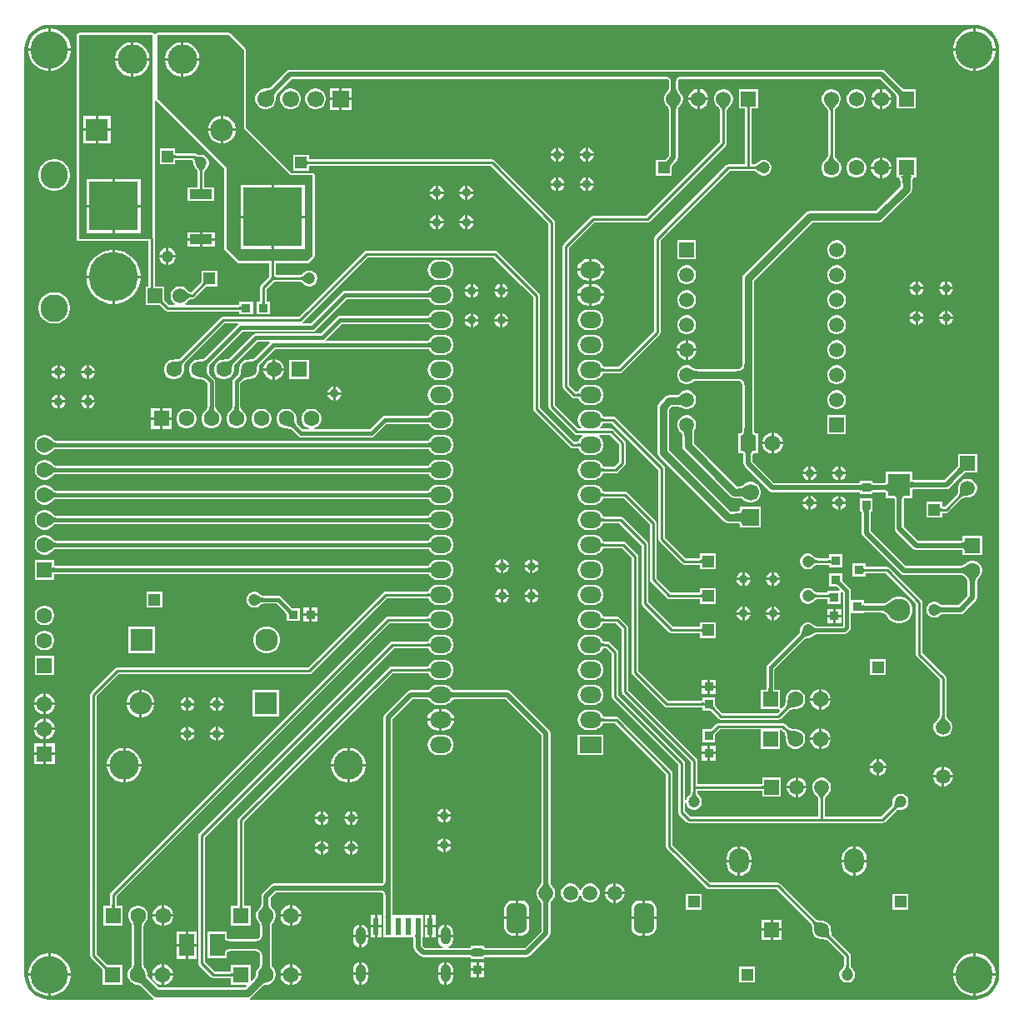
<source format=gtl>
G04*
G04 #@! TF.GenerationSoftware,Altium Limited,Altium Designer,21.2.1 (34)*
G04*
G04 Layer_Physical_Order=1*
G04 Layer_Color=255*
%FSLAX25Y25*%
%MOIN*%
G70*
G04*
G04 #@! TF.SameCoordinates,22B55974-3201-4BD1-88E3-0356CD7B76C8*
G04*
G04*
G04 #@! TF.FilePolarity,Positive*
G04*
G01*
G75*
%ADD10C,0.01000*%
%ADD15C,0.02000*%
%ADD23R,0.03800X0.03500*%
%ADD24R,0.03500X0.03800*%
%ADD25R,0.02362X0.07087*%
%ADD26R,0.01968X0.07087*%
%ADD27R,0.06299X0.09055*%
%ADD28R,0.03740X0.03740*%
%ADD29R,0.09055X0.03937*%
%ADD30R,0.23622X0.23622*%
%ADD66C,0.01500*%
%ADD67C,0.03000*%
%ADD68O,0.08661X0.06535*%
%ADD69R,0.08661X0.06535*%
%ADD70C,0.04724*%
%ADD71R,0.04724X0.04724*%
%ADD72R,0.04724X0.04724*%
%ADD73C,0.09055*%
%ADD74R,0.09055X0.09055*%
%ADD75C,0.11811*%
%ADD76C,0.06299*%
%ADD77R,0.06299X0.06299*%
%ADD78R,0.06299X0.06299*%
%ADD79R,0.05906X0.05906*%
%ADD80C,0.05906*%
%ADD81O,0.07874X0.09843*%
%ADD82R,0.05906X0.05906*%
%ADD83R,0.06000X0.06000*%
%ADD84C,0.06000*%
%ADD85C,0.14961*%
%ADD86C,0.06693*%
%ADD87R,0.06693X0.06693*%
%ADD88R,0.09055X0.09055*%
%ADD89O,0.03937X0.07087*%
%ADD90R,0.06693X0.06693*%
%ADD91C,0.11024*%
%ADD92R,0.19685X0.19685*%
%ADD93C,0.19685*%
G04:AMPARAMS|DCode=94|XSize=78.74mil|YSize=118.11mil|CornerRadius=19.68mil|HoleSize=0mil|Usage=FLASHONLY|Rotation=0.000|XOffset=0mil|YOffset=0mil|HoleType=Round|Shape=RoundedRectangle|*
%AMROUNDEDRECTD94*
21,1,0.07874,0.07874,0,0,0.0*
21,1,0.03937,0.11811,0,0,0.0*
1,1,0.03937,0.01968,-0.03937*
1,1,0.03937,-0.01968,-0.03937*
1,1,0.03937,-0.01968,0.03937*
1,1,0.03937,0.01968,0.03937*
%
%ADD94ROUNDEDRECTD94*%
%ADD95C,0.03600*%
G36*
X372531Y380396D02*
X374409Y379826D01*
X376140Y378901D01*
X377656Y377656D01*
X378901Y376140D01*
X379826Y374409D01*
X380396Y372531D01*
X380577Y370691D01*
X380555Y370579D01*
Y500D01*
X380577Y387D01*
X380396Y-1453D01*
X379826Y-3330D01*
X378901Y-5061D01*
X377656Y-6578D01*
X376140Y-7822D01*
X374409Y-8747D01*
X372531Y-9317D01*
X370691Y-9498D01*
X370579Y-9476D01*
X80896D01*
X80744Y-8976D01*
X81379Y-8552D01*
X85907Y-4023D01*
X86074Y-3893D01*
X86258Y-3765D01*
X86430Y-3662D01*
X86588Y-3584D01*
X86731Y-3528D01*
X86859Y-3491D01*
X86973Y-3472D01*
X87125Y-3464D01*
X87182Y-3450D01*
X87634D01*
X88639Y-3180D01*
X89539Y-2661D01*
X90275Y-1925D01*
X90795Y-1025D01*
X91064Y-20D01*
Y1020D01*
X90795Y2025D01*
X90275Y2925D01*
X89955Y3245D01*
X89925Y3296D01*
X89823Y3409D01*
X89756Y3503D01*
X89691Y3619D01*
X89630Y3760D01*
X89574Y3927D01*
X89525Y4121D01*
X89486Y4331D01*
X89459Y4624D01*
Y12311D01*
Y20070D01*
X89485Y20280D01*
X89525Y20501D01*
X89574Y20695D01*
X89630Y20862D01*
X89691Y21003D01*
X89756Y21120D01*
X89823Y21214D01*
X89925Y21327D01*
X89955Y21377D01*
X90275Y21697D01*
X90795Y22598D01*
X91064Y23602D01*
Y24642D01*
X90795Y25646D01*
X90275Y26547D01*
X89946Y26876D01*
X89908Y26936D01*
X89698Y27155D01*
X89529Y27356D01*
X89383Y27557D01*
X89260Y27758D01*
X89158Y27959D01*
X89075Y28160D01*
X89012Y28363D01*
X88967Y28570D01*
X88950Y28705D01*
Y31000D01*
X91221Y33271D01*
X133278D01*
X133491Y33233D01*
X133667Y33175D01*
X133796Y33105D01*
X133892Y33027D01*
X133971Y32930D01*
X134040Y32802D01*
X134099Y32625D01*
X134137Y32412D01*
Y24458D01*
X134127Y24253D01*
X133991D01*
Y23459D01*
X133987Y23441D01*
X133991Y23422D01*
Y15566D01*
X137743D01*
X138098Y15566D01*
X138453Y15566D01*
X141680D01*
X141812Y15566D01*
X142180D01*
X142312Y15566D01*
X145539D01*
X145749Y15566D01*
X146159Y15350D01*
X146184Y14989D01*
Y11445D01*
X146324Y10743D01*
X146722Y10147D01*
X148809Y8061D01*
X149404Y7663D01*
X150106Y7523D01*
X168510D01*
X168651Y7512D01*
X168889Y7477D01*
X169070Y7435D01*
X169189Y7391D01*
X169210Y7381D01*
Y6668D01*
X170003D01*
X170022Y6665D01*
X170040Y6668D01*
X173479D01*
X173498Y6665D01*
X173516Y6668D01*
X174310D01*
Y7388D01*
X174334Y7401D01*
X174453Y7444D01*
X174633Y7487D01*
X174870Y7522D01*
X175013Y7533D01*
X191455D01*
X192157Y7673D01*
X192753Y8071D01*
X200420Y15738D01*
X200818Y16333D01*
X200957Y17035D01*
Y28929D01*
X200971Y29041D01*
X201010Y29236D01*
X201066Y29425D01*
X201137Y29609D01*
X201225Y29788D01*
X201330Y29965D01*
X201453Y30140D01*
X201597Y30314D01*
X201779Y30506D01*
X201817Y30565D01*
X202125Y30873D01*
X202619Y31729D01*
X202875Y32683D01*
Y33671D01*
X202619Y34626D01*
X202125Y35481D01*
X201817Y35790D01*
X201779Y35849D01*
X201597Y36040D01*
X201453Y36214D01*
X201330Y36389D01*
X201225Y36566D01*
X201137Y36746D01*
X201066Y36929D01*
X201010Y37118D01*
X200971Y37313D01*
X200957Y37425D01*
Y97154D01*
X200818Y97856D01*
X200420Y98451D01*
X185105Y113766D01*
X184509Y114164D01*
X183807Y114304D01*
X162603D01*
X162365Y114320D01*
X162040Y114363D01*
X161782Y114417D01*
X161681Y114449D01*
X161652Y114520D01*
X161000Y115370D01*
X160150Y116022D01*
X159160Y116431D01*
X158098Y116571D01*
X155972D01*
X154911Y116431D01*
X153921Y116022D01*
X153071Y115370D01*
X152419Y114520D01*
X152390Y114449D01*
X152289Y114417D01*
X152044Y114365D01*
X151415Y114304D01*
X144949D01*
X144246Y114164D01*
X143651Y113766D01*
X134674Y104789D01*
X134276Y104194D01*
X134137Y103492D01*
Y37800D01*
X134099Y37587D01*
X134040Y37411D01*
X133971Y37282D01*
X133893Y37186D01*
X133796Y37107D01*
X133667Y37038D01*
X133491Y36979D01*
X133278Y36942D01*
X90461D01*
X89758Y36802D01*
X89163Y36404D01*
X85817Y33058D01*
X85419Y32462D01*
X85279Y31760D01*
Y28705D01*
X85261Y28570D01*
X85216Y28363D01*
X85153Y28160D01*
X85071Y27959D01*
X84969Y27758D01*
X84845Y27557D01*
X84700Y27356D01*
X84531Y27155D01*
X84321Y26936D01*
X84282Y26876D01*
X83954Y26547D01*
X83434Y25646D01*
X83165Y24642D01*
Y23602D01*
X83434Y22598D01*
X83954Y21697D01*
X84274Y21377D01*
X84304Y21327D01*
X84406Y21214D01*
X84472Y21120D01*
X84537Y21003D01*
X84599Y20862D01*
X84655Y20695D01*
X84704Y20501D01*
X84742Y20291D01*
X84769Y19998D01*
Y16316D01*
X84701Y15932D01*
X84593Y15606D01*
X84453Y15347D01*
X84285Y15141D01*
X84078Y14972D01*
X83820Y14833D01*
X83493Y14724D01*
X83109Y14656D01*
X73063D01*
X72782Y14681D01*
X72400Y14744D01*
X72096Y14826D01*
X71873Y14917D01*
X71727Y15005D01*
X71647Y15080D01*
X71607Y15140D01*
X71583Y15208D01*
X71576Y15275D01*
Y17639D01*
X63676D01*
Y6983D01*
X71576D01*
Y9347D01*
X71583Y9414D01*
X71607Y9482D01*
X71647Y9542D01*
X71727Y9617D01*
X71873Y9705D01*
X72096Y9796D01*
X72400Y9878D01*
X72782Y9941D01*
X73063Y9966D01*
X83109D01*
X83493Y9898D01*
X83819Y9789D01*
X84078Y9650D01*
X84285Y9481D01*
X84453Y9275D01*
X84593Y9016D01*
X84701Y8690D01*
X84769Y8306D01*
Y4552D01*
X84744Y4342D01*
X84704Y4121D01*
X84655Y3927D01*
X84599Y3760D01*
X84537Y3619D01*
X84472Y3503D01*
X84406Y3409D01*
X84304Y3296D01*
X84274Y3245D01*
X83954Y2925D01*
X83434Y2025D01*
X83165Y1020D01*
Y568D01*
X83150Y510D01*
X83142Y359D01*
X83123Y245D01*
X83087Y117D01*
X83030Y-26D01*
X82952Y-184D01*
X82849Y-356D01*
X82728Y-532D01*
X82540Y-758D01*
X81526Y-1772D01*
X81064Y-1581D01*
Y4450D01*
X73165D01*
Y1825D01*
X66616D01*
X62786Y5655D01*
Y55557D01*
X138372Y131143D01*
X151997D01*
X152068Y131138D01*
X152124Y131129D01*
X152419Y130417D01*
X153071Y129567D01*
X153921Y128915D01*
X154911Y128506D01*
X155972Y128366D01*
X158098D01*
X159160Y128506D01*
X160150Y128915D01*
X161000Y129567D01*
X161652Y130417D01*
X162061Y131407D01*
X162201Y132468D01*
X162061Y133530D01*
X161652Y134520D01*
X161000Y135370D01*
X160150Y136022D01*
X159160Y136432D01*
X158098Y136571D01*
X155972D01*
X154911Y136432D01*
X153921Y136022D01*
X153071Y135370D01*
X152419Y134520D01*
X152124Y133808D01*
X152068Y133800D01*
X151997Y133794D01*
X137823D01*
X137316Y133693D01*
X136886Y133406D01*
X60523Y57044D01*
X60236Y56613D01*
X60135Y56106D01*
Y5106D01*
X60236Y4599D01*
X60523Y4169D01*
X65130Y-437D01*
X65560Y-725D01*
X66067Y-826D01*
X73165D01*
Y-3450D01*
X79195D01*
X79386Y-3912D01*
X78749Y-4549D01*
X44141D01*
X40299Y-707D01*
X40168Y-541D01*
X40041Y-356D01*
X39938Y-184D01*
X39860Y-26D01*
X39803Y117D01*
X39767Y245D01*
X39747Y359D01*
X39740Y510D01*
X39725Y568D01*
Y1020D01*
X39456Y2025D01*
X38936Y2925D01*
X38678Y3183D01*
X38654Y3225D01*
X38555Y3340D01*
X38490Y3437D01*
X38426Y3557D01*
X38365Y3701D01*
X38310Y3872D01*
X38262Y4069D01*
X38225Y4282D01*
X38199Y4567D01*
Y20020D01*
X38226Y20234D01*
X38267Y20452D01*
X38317Y20643D01*
X38374Y20807D01*
X38436Y20944D01*
X38502Y21057D01*
X38569Y21147D01*
X38673Y21258D01*
X38706Y21309D01*
X39094Y21697D01*
X39614Y22598D01*
X39883Y23602D01*
Y24642D01*
X39614Y25646D01*
X39094Y26547D01*
X38358Y27283D01*
X37458Y27803D01*
X36453Y28072D01*
X35413D01*
X34409Y27803D01*
X33508Y27283D01*
X32773Y26547D01*
X32253Y25646D01*
X31984Y24642D01*
Y23602D01*
X32253Y22598D01*
X32773Y21697D01*
X33030Y21439D01*
X33054Y21397D01*
X33153Y21282D01*
X33219Y21185D01*
X33283Y21065D01*
X33343Y20921D01*
X33399Y20750D01*
X33446Y20553D01*
X33484Y20340D01*
X33509Y20055D01*
Y4602D01*
X33483Y4388D01*
X33442Y4170D01*
X33392Y3979D01*
X33335Y3816D01*
X33272Y3678D01*
X33207Y3565D01*
X33140Y3475D01*
X33035Y3364D01*
X33003Y3313D01*
X32615Y2925D01*
X32095Y2025D01*
X31826Y1020D01*
Y-20D01*
X32095Y-1025D01*
X32615Y-1925D01*
X33351Y-2661D01*
X34251Y-3180D01*
X35256Y-3450D01*
X35708D01*
X35765Y-3464D01*
X35917Y-3472D01*
X36031Y-3491D01*
X36159Y-3528D01*
X36302Y-3584D01*
X36460Y-3662D01*
X36632Y-3765D01*
X36807Y-3887D01*
X37033Y-4074D01*
X41511Y-8552D01*
X42145Y-8976D01*
X41994Y-9476D01*
X500D01*
X387Y-9498D01*
X-1453Y-9317D01*
X-3330Y-8747D01*
X-5061Y-7822D01*
X-6578Y-6578D01*
X-7822Y-5061D01*
X-8747Y-3330D01*
X-9317Y-1453D01*
X-9498Y387D01*
X-9476Y500D01*
Y370579D01*
X-9498Y370691D01*
X-9317Y372531D01*
X-8747Y374409D01*
X-7822Y376140D01*
X-6578Y377656D01*
X-5061Y378901D01*
X-3330Y379826D01*
X-1453Y380396D01*
X387Y380577D01*
X500Y380555D01*
X370579D01*
X370691Y380577D01*
X372531Y380396D01*
D02*
G37*
G36*
X152885Y131472D02*
X152874Y131566D01*
X152840Y131651D01*
X152783Y131725D01*
X152703Y131790D01*
X152601Y131844D01*
X152477Y131889D01*
X152329Y131924D01*
X152159Y131949D01*
X151966Y131964D01*
X151750Y131968D01*
Y132968D01*
X151966Y132974D01*
X152159Y132988D01*
X152329Y133013D01*
X152477Y133048D01*
X152601Y133093D01*
X152703Y133147D01*
X152783Y133212D01*
X152840Y133286D01*
X152874Y133371D01*
X152885Y133465D01*
Y131472D01*
D02*
G37*
G36*
X160685Y114272D02*
X160761Y114104D01*
X160888Y113955D01*
X161066Y113826D01*
X161294Y113717D01*
X161573Y113627D01*
X161903Y113558D01*
X162284Y113508D01*
X162715Y113478D01*
X163197Y113469D01*
Y111469D01*
X162715Y111459D01*
X161903Y111379D01*
X161573Y111310D01*
X161294Y111220D01*
X161066Y111111D01*
X160888Y110982D01*
X160761Y110833D01*
X160685Y110665D01*
X160660Y110476D01*
Y114461D01*
X160685Y114272D01*
D02*
G37*
G36*
X153411Y110476D02*
X153386Y110665D01*
X153310Y110833D01*
X153183Y110982D01*
X153005Y111111D01*
X152777Y111220D01*
X152498Y111310D01*
X152168Y111379D01*
X151787Y111429D01*
X151356Y111459D01*
X150874Y111469D01*
Y113469D01*
X151356Y113478D01*
X152168Y113558D01*
X152498Y113627D01*
X152777Y113717D01*
X153005Y113826D01*
X153183Y113955D01*
X153310Y114104D01*
X153386Y114272D01*
X153411Y114461D01*
Y110476D01*
D02*
G37*
G36*
X197287Y96393D02*
Y37425D01*
X197273Y37313D01*
X197234Y37118D01*
X197178Y36929D01*
X197107Y36746D01*
X197020Y36566D01*
X196914Y36389D01*
X196791Y36214D01*
X196647Y36040D01*
X196465Y35849D01*
X196427Y35789D01*
X196119Y35481D01*
X195625Y34626D01*
X195369Y33671D01*
Y32683D01*
X195625Y31729D01*
X196119Y30873D01*
X196427Y30565D01*
X196465Y30506D01*
X196647Y30314D01*
X196791Y30141D01*
X196914Y29965D01*
X197020Y29788D01*
X197107Y29609D01*
X197178Y29425D01*
X197234Y29236D01*
X197273Y29041D01*
X197287Y28929D01*
Y17796D01*
X190695Y11204D01*
X175013D01*
X174870Y11215D01*
X174633Y11250D01*
X174453Y11293D01*
X174334Y11336D01*
X174310Y11349D01*
Y12069D01*
X173516D01*
X173498Y12072D01*
X173479Y12069D01*
X170040D01*
X170022Y12072D01*
X170003Y12069D01*
X169210D01*
Y11342D01*
X169183Y11327D01*
X169064Y11284D01*
X168885Y11240D01*
X168649Y11205D01*
X168503Y11193D01*
X160315D01*
X160215Y11693D01*
X160485Y11805D01*
X161106Y12281D01*
X161581Y12901D01*
X161881Y13623D01*
X161983Y14398D01*
Y15473D01*
X155994D01*
Y14398D01*
X156096Y13623D01*
X156395Y12901D01*
X156871Y12281D01*
X157491Y11805D01*
X157762Y11693D01*
X157662Y11193D01*
X150866D01*
X149855Y12205D01*
Y15361D01*
X149864Y15566D01*
X150001D01*
Y16360D01*
X150004Y16378D01*
X150001Y16397D01*
Y24253D01*
X146249D01*
X145894Y24253D01*
X145539Y24253D01*
X142312D01*
X142180Y24253D01*
X141812D01*
X141680Y24253D01*
X138453D01*
X138243Y24253D01*
X137832Y24468D01*
X137807Y24830D01*
Y35106D01*
Y102732D01*
X145709Y110633D01*
X151468D01*
X151706Y110617D01*
X152031Y110574D01*
X152289Y110520D01*
X152390Y110488D01*
X152419Y110417D01*
X153071Y109567D01*
X153921Y108915D01*
X154911Y108505D01*
X155972Y108366D01*
X158098D01*
X159160Y108505D01*
X160150Y108915D01*
X161000Y109567D01*
X161652Y110417D01*
X161681Y110488D01*
X161782Y110520D01*
X162027Y110572D01*
X162656Y110633D01*
X183047D01*
X197287Y96393D01*
D02*
G37*
G36*
X200133Y37451D02*
X200165Y37183D01*
X200218Y36921D01*
X200293Y36667D01*
X200389Y36419D01*
X200506Y36178D01*
X200645Y35945D01*
X200805Y35718D01*
X200986Y35498D01*
X201189Y35286D01*
X197055D01*
X197258Y35498D01*
X197439Y35718D01*
X197599Y35945D01*
X197738Y36178D01*
X197855Y36419D01*
X197951Y36667D01*
X198026Y36921D01*
X198079Y37183D01*
X198111Y37451D01*
X198122Y37727D01*
X200122D01*
X200133Y37451D01*
D02*
G37*
G36*
X136972Y35106D02*
X134972Y32106D01*
X134952Y32486D01*
X134892Y32826D01*
X134792Y33126D01*
X134652Y33386D01*
X134472Y33606D01*
X134252Y33786D01*
X133992Y33926D01*
X133692Y34026D01*
X133352Y34086D01*
X132972Y34106D01*
Y36106D01*
X133352Y36126D01*
X133692Y36186D01*
X133992Y36286D01*
X134252Y36426D01*
X134472Y36606D01*
X134652Y36826D01*
X134792Y37086D01*
X134892Y37386D01*
X134952Y37726D01*
X134972Y38106D01*
X136972Y35106D01*
D02*
G37*
G36*
X200986Y30856D02*
X200805Y30636D01*
X200645Y30410D01*
X200506Y30176D01*
X200389Y29935D01*
X200293Y29688D01*
X200218Y29433D01*
X200165Y29171D01*
X200133Y28903D01*
X200122Y28627D01*
X198122D01*
X198111Y28903D01*
X198079Y29171D01*
X198026Y29433D01*
X197951Y29688D01*
X197855Y29935D01*
X197738Y30176D01*
X197599Y30410D01*
X197439Y30636D01*
X197258Y30856D01*
X197055Y31069D01*
X201189D01*
X200986Y30856D01*
D02*
G37*
G36*
X88126Y28712D02*
X88162Y28431D01*
X88223Y28155D01*
X88307Y27884D01*
X88415Y27619D01*
X88548Y27358D01*
X88705Y27104D01*
X88885Y26854D01*
X89090Y26610D01*
X89319Y26371D01*
X88152D01*
X88175Y25182D01*
X86053D01*
X86064Y25224D01*
X86075Y25324D01*
X86092Y25701D01*
X86098Y26371D01*
X84909D01*
X85138Y26610D01*
X85343Y26854D01*
X85524Y27104D01*
X85681Y27358D01*
X85813Y27619D01*
X85921Y27884D01*
X86006Y28155D01*
X86066Y28431D01*
X86102Y28712D01*
X86114Y28999D01*
X88114D01*
X88126Y28712D01*
D02*
G37*
G36*
X136974Y25061D02*
X137080Y23521D01*
X137109Y23461D01*
X137141Y23441D01*
X134803D01*
X134835Y23461D01*
X134864Y23521D01*
X134889Y23621D01*
X134911Y23761D01*
X134930Y23941D01*
X134965Y24721D01*
X134972Y25441D01*
X136972D01*
X136974Y25061D01*
D02*
G37*
G36*
X89185Y21724D02*
X89065Y21555D01*
X88959Y21366D01*
X88868Y21156D01*
X88790Y20925D01*
X88727Y20674D01*
X88678Y20402D01*
X88642Y20109D01*
X88621Y19796D01*
X88614Y19463D01*
X85614D01*
X85607Y19796D01*
X85551Y20402D01*
X85501Y20674D01*
X85438Y20925D01*
X85360Y21156D01*
X85269Y21366D01*
X85163Y21555D01*
X85043Y21724D01*
X84909Y21873D01*
X89319D01*
X89185Y21724D01*
D02*
G37*
G36*
X38081Y21818D02*
X37943Y21673D01*
X37819Y21506D01*
X37710Y21318D01*
X37616Y21110D01*
X37536Y20880D01*
X37471Y20630D01*
X37420Y20359D01*
X37383Y20068D01*
X37362Y19755D01*
X37354Y19422D01*
X34354Y19507D01*
X34348Y19841D01*
X34293Y20447D01*
X34245Y20720D01*
X34184Y20972D01*
X34109Y21204D01*
X34020Y21416D01*
X33918Y21607D01*
X33802Y21778D01*
X33673Y21929D01*
X38081Y21818D01*
D02*
G37*
G36*
X88614Y12311D02*
X85614Y7811D01*
Y7811D01*
X85614Y7811D01*
X85584Y8381D01*
X85494Y8891D01*
X85344Y9341D01*
X85134Y9731D01*
X84864Y10061D01*
X84534Y10331D01*
X84144Y10541D01*
X83694Y10691D01*
X83184Y10781D01*
X82614Y10811D01*
Y13811D01*
X82614D01*
Y13811D01*
X83184Y13841D01*
X83694Y13931D01*
X84144Y14081D01*
X84534Y14291D01*
X84864Y14561D01*
X85134Y14891D01*
X85344Y15281D01*
X85494Y15731D01*
X85584Y16241D01*
X85614Y16811D01*
X85614Y16811D01*
Y16811D01*
X88614Y12311D01*
D02*
G37*
G36*
X149157Y16358D02*
X149128Y16298D01*
X149102Y16198D01*
X149081Y16058D01*
X149062Y15878D01*
X149026Y15098D01*
X149020Y14378D01*
X147020D01*
X147018Y14758D01*
X146912Y16298D01*
X146883Y16358D01*
X146851Y16378D01*
X149189D01*
X149157Y16358D01*
D02*
G37*
G36*
X70782Y15026D02*
X70872Y14771D01*
X71023Y14546D01*
X71233Y14351D01*
X71505Y14186D01*
X71836Y14051D01*
X72228Y13946D01*
X72679Y13871D01*
X73191Y13826D01*
X73764Y13811D01*
Y10811D01*
X73191Y10796D01*
X72679Y10751D01*
X72228Y10676D01*
X71836Y10571D01*
X71505Y10436D01*
X71233Y10271D01*
X71023Y10076D01*
X70872Y9851D01*
X70782Y9596D01*
X70752Y9311D01*
Y15311D01*
X70782Y15026D01*
D02*
G37*
G36*
X173518Y11088D02*
X173578Y10937D01*
X173678Y10804D01*
X173818Y10688D01*
X173998Y10590D01*
X174218Y10511D01*
X174478Y10448D01*
X174778Y10404D01*
X175118Y10377D01*
X175498Y10368D01*
Y8369D01*
X175118Y8360D01*
X174778Y8333D01*
X174478Y8289D01*
X174218Y8226D01*
X173998Y8146D01*
X173818Y8049D01*
X173678Y7933D01*
X173578Y7800D01*
X173518Y7649D01*
X173498Y7480D01*
Y11257D01*
X173518Y11088D01*
D02*
G37*
G36*
X170022Y7480D02*
X170002Y7647D01*
X169942Y7796D01*
X169842Y7928D01*
X169702Y8042D01*
X169522Y8139D01*
X169302Y8218D01*
X169042Y8279D01*
X168742Y8323D01*
X168402Y8349D01*
X168022Y8358D01*
Y10358D01*
X168402Y10367D01*
X168742Y10394D01*
X169042Y10439D01*
X169302Y10502D01*
X169522Y10583D01*
X169702Y10682D01*
X169842Y10798D01*
X169942Y10933D01*
X170002Y11086D01*
X170022Y11257D01*
Y7480D01*
D02*
G37*
G36*
X88621Y4826D02*
X88678Y4220D01*
X88727Y3948D01*
X88790Y3697D01*
X88868Y3466D01*
X88959Y3256D01*
X89065Y3067D01*
X89185Y2898D01*
X89319Y2749D01*
X84909D01*
X85043Y2898D01*
X85163Y3067D01*
X85269Y3256D01*
X85360Y3466D01*
X85438Y3697D01*
X85501Y3948D01*
X85551Y4220D01*
X85586Y4513D01*
X85607Y4826D01*
X85614Y5159D01*
X88614D01*
X88621Y4826D01*
D02*
G37*
G36*
X37354Y5115D02*
X37361Y4781D01*
X37416Y4175D01*
X37463Y3902D01*
X37525Y3650D01*
X37600Y3418D01*
X37688Y3206D01*
X37791Y3015D01*
X37906Y2844D01*
X38036Y2693D01*
X33628Y2804D01*
X33766Y2950D01*
X33889Y3116D01*
X33998Y3304D01*
X34093Y3512D01*
X34173Y3742D01*
X34238Y3992D01*
X34289Y4263D01*
X34325Y4554D01*
X34347Y4867D01*
X34354Y5201D01*
X37354Y5115D01*
D02*
G37*
G36*
X73989Y-500D02*
X73979Y-405D01*
X73948Y-320D01*
X73897Y-245D01*
X73827Y-180D01*
X73736Y-125D01*
X73624Y-80D01*
X73493Y-45D01*
X73341Y-20D01*
X73169Y-5D01*
X72977Y0D01*
Y1000D01*
X73169Y1005D01*
X73341Y1020D01*
X73493Y1045D01*
X73624Y1080D01*
X73736Y1125D01*
X73827Y1180D01*
X73897Y1245D01*
X73948Y1320D01*
X73979Y1405D01*
X73989Y1500D01*
Y-500D01*
D02*
G37*
G36*
X87083Y-2649D02*
X86883Y-2660D01*
X86679Y-2695D01*
X86470Y-2754D01*
X86257Y-2838D01*
X86039Y-2946D01*
X85816Y-3079D01*
X85589Y-3236D01*
X85357Y-3418D01*
X85121Y-3624D01*
X84880Y-3855D01*
X82759Y-1734D01*
X82990Y-1493D01*
X83378Y-1025D01*
X83535Y-798D01*
X83668Y-575D01*
X83776Y-357D01*
X83860Y-144D01*
X83920Y65D01*
X83955Y269D01*
X83965Y469D01*
X87083Y-2649D01*
D02*
G37*
G36*
X38935Y269D02*
X38970Y65D01*
X39029Y-144D01*
X39113Y-357D01*
X39222Y-575D01*
X39354Y-798D01*
X39512Y-1025D01*
X39694Y-1257D01*
X39900Y-1493D01*
X40131Y-1734D01*
X38010Y-3855D01*
X37769Y-3624D01*
X37301Y-3236D01*
X37074Y-3079D01*
X36851Y-2946D01*
X36633Y-2838D01*
X36420Y-2754D01*
X36211Y-2695D01*
X36007Y-2660D01*
X35807Y-2649D01*
X38925Y469D01*
X38935Y269D01*
D02*
G37*
%LPC*%
G36*
X72350Y377300D02*
X72350Y377300D01*
X43807Y377300D01*
X43495Y377238D01*
X43230Y377061D01*
X43091Y376852D01*
X42823Y376822D01*
X42555Y376852D01*
X42415Y377061D01*
X42151Y377238D01*
X41839Y377300D01*
X12311D01*
X11999Y377238D01*
X11734Y377061D01*
X11557Y376796D01*
X11495Y376484D01*
Y294791D01*
X11557Y294479D01*
X11734Y294215D01*
X11999Y294038D01*
X12311Y293976D01*
X40174D01*
Y275906D01*
X38991D01*
Y268401D01*
X44252D01*
X44271Y268397D01*
X44289Y268401D01*
X44566D01*
X44615Y268367D01*
X44883Y268140D01*
X46728Y266295D01*
X47158Y266008D01*
X47665Y265907D01*
X76530D01*
Y264682D01*
X81930D01*
Y269782D01*
X76530D01*
Y268558D01*
X55022D01*
X54887Y269058D01*
X55048Y269151D01*
X55361Y269463D01*
X55425Y269506D01*
X55710Y269786D01*
X56243Y270251D01*
X56470Y270421D01*
X56687Y270564D01*
X56884Y270674D01*
X57058Y270753D01*
X57206Y270803D01*
X57327Y270828D01*
X57587D01*
X58094Y270929D01*
X58524Y271216D01*
X62886Y275579D01*
X63055Y275735D01*
X63187Y275841D01*
X63245Y275881D01*
X63522D01*
X63540Y275877D01*
X63559Y275881D01*
X67639D01*
Y282206D01*
X61314D01*
Y278126D01*
X61310Y278107D01*
X61314Y278089D01*
Y277812D01*
X61281Y277763D01*
X61054Y277495D01*
X57099Y273541D01*
X57058Y273554D01*
X56884Y273633D01*
X56687Y273743D01*
X56470Y273886D01*
X56243Y274056D01*
X55710Y274521D01*
X55425Y274801D01*
X55361Y274844D01*
X55048Y275156D01*
X54193Y275651D01*
X53238Y275906D01*
X52250D01*
X51296Y275651D01*
X50440Y275156D01*
X49741Y274458D01*
X49247Y273602D01*
X48991Y272648D01*
Y271659D01*
X49247Y270705D01*
X49741Y269849D01*
X50440Y269151D01*
X50601Y269058D01*
X50467Y268558D01*
X48214D01*
X46799Y269973D01*
X46642Y270142D01*
X46537Y270274D01*
X46497Y270331D01*
Y270609D01*
X46501Y270627D01*
X46497Y270645D01*
Y275906D01*
X42825D01*
Y295130D01*
X42725Y295637D01*
X42654Y295742D01*
Y350129D01*
X42732Y350184D01*
X43230Y350317D01*
X43230Y350317D01*
X70551Y322997D01*
Y290854D01*
X70613Y290542D01*
X70789Y290278D01*
X70789Y290278D01*
X75711Y285356D01*
X75975Y285179D01*
X76287Y285117D01*
X76288Y285117D01*
X88545D01*
Y280074D01*
X88535Y279984D01*
X88511Y279862D01*
X88480Y279746D01*
X88439Y279636D01*
X88390Y279529D01*
X88331Y279425D01*
X88261Y279323D01*
X88204Y279252D01*
X85193Y276240D01*
X84905Y275810D01*
X84804Y275303D01*
Y269782D01*
X83430D01*
Y264682D01*
X88830D01*
Y269782D01*
X87455D01*
Y274754D01*
X90079Y277377D01*
X90149Y277434D01*
X90252Y277504D01*
X90356Y277563D01*
X90463Y277612D01*
X90573Y277653D01*
X90689Y277685D01*
X90811Y277708D01*
X90901Y277718D01*
X100850D01*
X100931Y277703D01*
X101043Y277670D01*
X101171Y277617D01*
X101313Y277544D01*
X101470Y277448D01*
X101629Y277334D01*
X102015Y277006D01*
X102219Y276807D01*
X102282Y276766D01*
X102535Y276513D01*
X103256Y276097D01*
X104060Y275881D01*
X104893D01*
X105697Y276097D01*
X106418Y276513D01*
X107007Y277102D01*
X107423Y277823D01*
X107639Y278627D01*
Y279460D01*
X107423Y280264D01*
X107007Y280985D01*
X106418Y281574D01*
X105697Y281990D01*
X104893Y282206D01*
X104060D01*
X103256Y281990D01*
X102535Y281574D01*
X102288Y281327D01*
X102232Y281292D01*
X101811Y280898D01*
X101638Y280759D01*
X101470Y280639D01*
X101313Y280543D01*
X101171Y280469D01*
X101043Y280417D01*
X100931Y280384D01*
X100850Y280369D01*
X91253D01*
X91211Y280376D01*
X91205Y280378D01*
X91203Y280384D01*
X91196Y280426D01*
Y285117D01*
X103846D01*
X103847Y285117D01*
X104159Y285179D01*
X104423Y285356D01*
X106392Y287325D01*
X106569Y287589D01*
X106631Y287902D01*
X106631Y287902D01*
Y320382D01*
X106569Y320694D01*
X106392Y320959D01*
X106127Y321135D01*
X105815Y321198D01*
X97295Y321198D01*
X79072Y339421D01*
X79072Y370579D01*
X79009Y370891D01*
X78833Y371156D01*
X78833Y371156D01*
X72927Y377061D01*
X72663Y377238D01*
X72350Y377300D01*
D02*
G37*
G36*
X371414Y379059D02*
X371079D01*
Y371079D01*
X379059D01*
Y371414D01*
X378733Y373052D01*
X378094Y374596D01*
X377166Y375985D01*
X375985Y377166D01*
X374596Y378094D01*
X373052Y378733D01*
X371414Y379059D01*
D02*
G37*
G36*
X370079D02*
X369743D01*
X368105Y378733D01*
X366562Y378094D01*
X365173Y377166D01*
X363992Y375985D01*
X363064Y374596D01*
X362424Y373052D01*
X362098Y371414D01*
Y371079D01*
X370079D01*
Y379059D01*
D02*
G37*
G36*
X1335D02*
X1000D01*
Y371079D01*
X8980D01*
Y371414D01*
X8654Y373052D01*
X8015Y374596D01*
X7087Y375985D01*
X5906Y377166D01*
X4517Y378094D01*
X2974Y378733D01*
X1335Y379059D01*
D02*
G37*
G36*
X0D02*
X-335D01*
X-1974Y378733D01*
X-3517Y378094D01*
X-4906Y377166D01*
X-6087Y375985D01*
X-7015Y374596D01*
X-7654Y373052D01*
X-7980Y371414D01*
Y371079D01*
X0D01*
Y379059D01*
D02*
G37*
G36*
X379059Y370079D02*
X371079D01*
Y362098D01*
X371414D01*
X373052Y362424D01*
X374596Y363064D01*
X375985Y363992D01*
X377166Y365173D01*
X378094Y366562D01*
X378733Y368105D01*
X379059Y369743D01*
Y370079D01*
D02*
G37*
G36*
X370079D02*
X362098D01*
Y369743D01*
X362424Y368105D01*
X363064Y366562D01*
X363992Y365173D01*
X365173Y363992D01*
X366562Y363064D01*
X368105Y362424D01*
X369743Y362098D01*
X370079D01*
Y370079D01*
D02*
G37*
G36*
X8980D02*
X1000D01*
Y362098D01*
X1335D01*
X2974Y362424D01*
X4517Y363064D01*
X5906Y363992D01*
X7087Y365173D01*
X8015Y366562D01*
X8654Y368105D01*
X8980Y369743D01*
Y370079D01*
D02*
G37*
G36*
X0D02*
X-7980D01*
Y369743D01*
X-7654Y368105D01*
X-7015Y366562D01*
X-6087Y365173D01*
X-4906Y363992D01*
X-3517Y363064D01*
X-1974Y362424D01*
X-335Y362098D01*
X0D01*
Y370079D01*
D02*
G37*
G36*
X121303Y355240D02*
X117457D01*
Y351394D01*
X121303D01*
Y355240D01*
D02*
G37*
G36*
X260712Y354894D02*
X260685D01*
Y351394D01*
X264185D01*
Y351420D01*
X263912Y352438D01*
X263386Y353350D01*
X262641Y354095D01*
X261729Y354621D01*
X260712Y354894D01*
D02*
G37*
G36*
X333861D02*
X333835D01*
Y351394D01*
X337335D01*
Y351420D01*
X337062Y352438D01*
X336535Y353350D01*
X335791Y354095D01*
X334879Y354621D01*
X333861Y354894D01*
D02*
G37*
G36*
X332835D02*
X332808D01*
X331791Y354621D01*
X330879Y354095D01*
X330134Y353350D01*
X329607Y352438D01*
X329335Y351420D01*
Y351394D01*
X332835D01*
Y354894D01*
D02*
G37*
G36*
X259685D02*
X259658D01*
X258641Y354621D01*
X257729Y354095D01*
X256984Y353350D01*
X256458Y352438D01*
X256185Y351420D01*
Y351394D01*
X259685D01*
Y354894D01*
D02*
G37*
G36*
X116457Y355240D02*
X112610D01*
Y351394D01*
X116457D01*
Y355240D01*
D02*
G37*
G36*
X333492Y362572D02*
X96799D01*
X96097Y362432D01*
X95502Y362034D01*
X89134Y355667D01*
X89008Y355571D01*
X88818Y355452D01*
X88613Y355349D01*
X88392Y355260D01*
X88152Y355186D01*
X87894Y355128D01*
X87616Y355086D01*
X87317Y355062D01*
X86975Y355055D01*
X86904Y355040D01*
X86411D01*
X85356Y354758D01*
X84411Y354212D01*
X83639Y353440D01*
X83093Y352494D01*
X82810Y351440D01*
Y350348D01*
X83093Y349293D01*
X83639Y348348D01*
X84411Y347576D01*
X85356Y347030D01*
X86411Y346747D01*
X87503D01*
X88557Y347030D01*
X89503Y347576D01*
X90275Y348348D01*
X90821Y349293D01*
X91103Y350348D01*
Y350841D01*
X91119Y350912D01*
X91125Y351254D01*
X91149Y351553D01*
X91191Y351831D01*
X91249Y352089D01*
X91323Y352329D01*
X91412Y352550D01*
X91515Y352755D01*
X91634Y352945D01*
X91730Y353071D01*
X97559Y358901D01*
X247491D01*
X247704Y358863D01*
X247880Y358805D01*
X248009Y358735D01*
X248105Y358657D01*
X248184Y358560D01*
X248253Y358432D01*
X248312Y358255D01*
X248350Y358043D01*
Y355223D01*
X248335Y355104D01*
X248294Y354907D01*
X248237Y354715D01*
X248163Y354527D01*
X248072Y354342D01*
X247963Y354159D01*
X247834Y353978D01*
X247684Y353798D01*
X247495Y353599D01*
X247457Y353540D01*
X247144Y353227D01*
X246644Y352360D01*
X246385Y351394D01*
Y350393D01*
X246644Y349427D01*
X247144Y348560D01*
X247457Y348247D01*
X247495Y348188D01*
X247684Y347990D01*
X247834Y347810D01*
X247963Y347628D01*
X248072Y347445D01*
X248163Y347260D01*
X248237Y347073D01*
X248294Y346881D01*
X248335Y346683D01*
X248350Y346565D01*
Y328032D01*
X247640Y327322D01*
X247271Y326979D01*
X246961Y326730D01*
X246687Y326539D01*
X246614Y326497D01*
X243086D01*
Y320172D01*
X249410D01*
Y323700D01*
X249452Y323774D01*
X249638Y324039D01*
X250140Y324631D01*
X251483Y325974D01*
X251881Y326569D01*
X252020Y327272D01*
Y346565D01*
X252035Y346683D01*
X252076Y346881D01*
X252133Y347073D01*
X252207Y347260D01*
X252298Y347445D01*
X252407Y347628D01*
X252536Y347810D01*
X252686Y347990D01*
X252875Y348188D01*
X252913Y348247D01*
X253226Y348560D01*
X253726Y349427D01*
X253985Y350393D01*
Y351394D01*
X253726Y352360D01*
X253226Y353227D01*
X252913Y353540D01*
X252875Y353599D01*
X252686Y353798D01*
X252536Y353978D01*
X252407Y354159D01*
X252298Y354342D01*
X252207Y354527D01*
X252133Y354715D01*
X252076Y354907D01*
X252035Y355104D01*
X252020Y355223D01*
Y358042D01*
X252058Y358255D01*
X252117Y358432D01*
X252186Y358560D01*
X252265Y358657D01*
X252361Y358735D01*
X252490Y358805D01*
X252666Y358863D01*
X252879Y358901D01*
X332732D01*
X338709Y352923D01*
X339053Y352554D01*
X339301Y352244D01*
X339493Y351970D01*
X339535Y351897D01*
Y347094D01*
X347135D01*
Y354694D01*
X342331D01*
X342258Y354736D01*
X341993Y354921D01*
X341401Y355423D01*
X334790Y362034D01*
X334194Y362432D01*
X334078Y362455D01*
X333492Y362572D01*
D02*
G37*
G36*
X323835Y354694D02*
X322834D01*
X321868Y354435D01*
X321001Y353935D01*
X320294Y353227D01*
X319794Y352360D01*
X319535Y351394D01*
Y350393D01*
X319794Y349427D01*
X320294Y348560D01*
X321001Y347853D01*
X321868Y347353D01*
X322834Y347094D01*
X323835D01*
X324801Y347353D01*
X325668Y347853D01*
X326375Y348560D01*
X326876Y349427D01*
X327135Y350393D01*
Y351394D01*
X326876Y352360D01*
X326375Y353227D01*
X325668Y353935D01*
X324801Y354435D01*
X323835Y354694D01*
D02*
G37*
G36*
X337335Y350394D02*
X333835D01*
Y346894D01*
X333861D01*
X334879Y347166D01*
X335791Y347693D01*
X336535Y348438D01*
X337062Y349350D01*
X337335Y350367D01*
Y350394D01*
D02*
G37*
G36*
X332835D02*
X329335D01*
Y350367D01*
X329607Y349350D01*
X330134Y348438D01*
X330879Y347693D01*
X331791Y347166D01*
X332808Y346894D01*
X332835D01*
Y350394D01*
D02*
G37*
G36*
X264185D02*
X260685D01*
Y346894D01*
X260712D01*
X261729Y347166D01*
X262641Y347693D01*
X263386Y348438D01*
X263912Y349350D01*
X264185Y350367D01*
Y350394D01*
D02*
G37*
G36*
X259685D02*
X256185D01*
Y350367D01*
X256458Y349350D01*
X256984Y348438D01*
X257729Y347693D01*
X258641Y347166D01*
X259658Y346894D01*
X259685D01*
Y350394D01*
D02*
G37*
G36*
X107503Y355040D02*
X106411D01*
X105356Y354758D01*
X104411Y354212D01*
X103639Y353440D01*
X103093Y352494D01*
X102810Y351440D01*
Y350348D01*
X103093Y349293D01*
X103639Y348348D01*
X104411Y347576D01*
X105356Y347030D01*
X106411Y346747D01*
X107503D01*
X108557Y347030D01*
X109503Y347576D01*
X110275Y348348D01*
X110821Y349293D01*
X111103Y350348D01*
Y351440D01*
X110821Y352494D01*
X110275Y353440D01*
X109503Y354212D01*
X108557Y354758D01*
X107503Y355040D01*
D02*
G37*
G36*
X97503D02*
X96411D01*
X95356Y354758D01*
X94411Y354212D01*
X93639Y353440D01*
X93093Y352494D01*
X92810Y351440D01*
Y350348D01*
X93093Y349293D01*
X93639Y348348D01*
X94411Y347576D01*
X95356Y347030D01*
X96411Y346747D01*
X97503D01*
X98557Y347030D01*
X99503Y347576D01*
X100275Y348348D01*
X100821Y349293D01*
X101103Y350348D01*
Y351440D01*
X100821Y352494D01*
X100275Y353440D01*
X99503Y354212D01*
X98557Y354758D01*
X97503Y355040D01*
D02*
G37*
G36*
X121303Y350394D02*
X117457D01*
Y346547D01*
X121303D01*
Y350394D01*
D02*
G37*
G36*
X116457D02*
X112610D01*
Y346547D01*
X116457D01*
Y350394D01*
D02*
G37*
G36*
X216000Y331265D02*
Y329000D01*
X218265D01*
X218109Y329581D01*
X217741Y330219D01*
X217219Y330741D01*
X216581Y331109D01*
X216000Y331265D01*
D02*
G37*
G36*
X215000D02*
X214419Y331109D01*
X213781Y330741D01*
X213259Y330219D01*
X212891Y329581D01*
X212735Y329000D01*
X215000D01*
Y331265D01*
D02*
G37*
G36*
X204189D02*
Y329000D01*
X206454D01*
X206298Y329581D01*
X205929Y330219D01*
X205408Y330741D01*
X204770Y331109D01*
X204189Y331265D01*
D02*
G37*
G36*
X203189D02*
X202608Y331109D01*
X201970Y330741D01*
X201448Y330219D01*
X201080Y329581D01*
X200924Y329000D01*
X203189D01*
Y331265D01*
D02*
G37*
G36*
X218265Y328000D02*
X216000D01*
Y325735D01*
X216581Y325891D01*
X217219Y326259D01*
X217741Y326781D01*
X218109Y327419D01*
X218265Y328000D01*
D02*
G37*
G36*
X215000D02*
X212735D01*
X212891Y327419D01*
X213259Y326781D01*
X213781Y326259D01*
X214419Y325891D01*
X215000Y325735D01*
Y328000D01*
D02*
G37*
G36*
X206454D02*
X204189D01*
Y325735D01*
X204770Y325891D01*
X205408Y326259D01*
X205929Y326781D01*
X206298Y327419D01*
X206454Y328000D01*
D02*
G37*
G36*
X203189D02*
X200924D01*
X201080Y327419D01*
X201448Y326781D01*
X201970Y326259D01*
X202608Y325891D01*
X203189Y325735D01*
Y328000D01*
D02*
G37*
G36*
X333881Y327484D02*
X333835D01*
Y323835D01*
X337484D01*
Y323881D01*
X337201Y324936D01*
X336655Y325883D01*
X335883Y326655D01*
X334936Y327202D01*
X333881Y327484D01*
D02*
G37*
G36*
X332835D02*
X332788D01*
X331733Y327202D01*
X330787Y326655D01*
X330014Y325883D01*
X329468Y324936D01*
X329185Y323881D01*
Y323835D01*
X332835D01*
Y327484D01*
D02*
G37*
G36*
X283985Y354694D02*
X276385D01*
Y347094D01*
X278860D01*
Y324660D01*
X272153D01*
X271646Y324559D01*
X271216Y324272D01*
X242673Y295729D01*
X242386Y295299D01*
X242285Y294791D01*
Y257939D01*
X228140Y243794D01*
X222074D01*
X222003Y243799D01*
X221947Y243808D01*
X221652Y244520D01*
X221000Y245370D01*
X220150Y246022D01*
X219160Y246431D01*
X218098Y246571D01*
X215972D01*
X214911Y246431D01*
X213921Y246022D01*
X213071Y245370D01*
X212419Y244520D01*
X212009Y243530D01*
X211870Y242469D01*
X212009Y241407D01*
X212419Y240417D01*
X213071Y239567D01*
X213921Y238915D01*
X214911Y238506D01*
X215972Y238366D01*
X218098D01*
X219160Y238506D01*
X220150Y238915D01*
X221000Y239567D01*
X221652Y240417D01*
X221947Y241129D01*
X222003Y241138D01*
X222074Y241143D01*
X228689D01*
X229196Y241244D01*
X229626Y241531D01*
X244548Y256452D01*
X244835Y256883D01*
X244936Y257390D01*
Y294242D01*
X272703Y322009D01*
X282622D01*
X282703Y321994D01*
X282815Y321961D01*
X282942Y321909D01*
X283085Y321835D01*
X283241Y321739D01*
X283401Y321625D01*
X283787Y321297D01*
X283991Y321098D01*
X284054Y321057D01*
X284306Y320804D01*
X285028Y320388D01*
X285832Y320172D01*
X286664D01*
X287469Y320388D01*
X288190Y320804D01*
X288778Y321393D01*
X289195Y322114D01*
X289410Y322918D01*
Y323751D01*
X289195Y324555D01*
X288778Y325276D01*
X288190Y325865D01*
X287469Y326281D01*
X286664Y326497D01*
X285832D01*
X285028Y326281D01*
X284306Y325865D01*
X284060Y325619D01*
X284003Y325584D01*
X283582Y325189D01*
X283410Y325050D01*
X283241Y324930D01*
X283085Y324834D01*
X282942Y324761D01*
X282815Y324709D01*
X282703Y324675D01*
X282622Y324660D01*
X281510D01*
Y347094D01*
X283985D01*
Y354694D01*
D02*
G37*
G36*
X323855Y327284D02*
X322815D01*
X321810Y327015D01*
X320910Y326495D01*
X320174Y325760D01*
X319654Y324859D01*
X319385Y323855D01*
Y322815D01*
X319654Y321810D01*
X320174Y320910D01*
X320910Y320174D01*
X321810Y319654D01*
X322815Y319385D01*
X323855D01*
X324859Y319654D01*
X325760Y320174D01*
X326495Y320910D01*
X327015Y321810D01*
X327284Y322815D01*
Y323855D01*
X327015Y324859D01*
X326495Y325760D01*
X325760Y326495D01*
X324859Y327015D01*
X323855Y327284D01*
D02*
G37*
G36*
X313835Y354694D02*
X312834D01*
X311868Y354435D01*
X311001Y353935D01*
X310294Y353227D01*
X309794Y352360D01*
X309535Y351394D01*
Y350393D01*
X309794Y349427D01*
X310294Y348560D01*
X310612Y348243D01*
X310654Y348179D01*
X310941Y347888D01*
X311417Y347343D01*
X311591Y347110D01*
X311738Y346888D01*
X311851Y346687D01*
X311931Y346510D01*
X311983Y346358D01*
X312009Y346235D01*
Y328238D01*
X312009Y328231D01*
X311980Y328100D01*
X311924Y327939D01*
X311836Y327750D01*
X311714Y327536D01*
X311556Y327299D01*
X311367Y327049D01*
X310857Y326468D01*
X310549Y326157D01*
X310507Y326093D01*
X310174Y325760D01*
X309654Y324859D01*
X309385Y323855D01*
Y322815D01*
X309654Y321810D01*
X310174Y320910D01*
X310910Y320174D01*
X311810Y319654D01*
X312815Y319385D01*
X313855D01*
X314859Y319654D01*
X315760Y320174D01*
X316495Y320910D01*
X317015Y321810D01*
X317284Y322815D01*
Y323855D01*
X317015Y324859D01*
X316495Y325760D01*
X316162Y326093D01*
X316120Y326157D01*
X315813Y326468D01*
X315302Y327049D01*
X315113Y327299D01*
X314955Y327536D01*
X314833Y327750D01*
X314745Y327939D01*
X314689Y328100D01*
X314661Y328231D01*
X314660Y328238D01*
Y346235D01*
X314686Y346358D01*
X314738Y346510D01*
X314819Y346688D01*
X314932Y346888D01*
X315078Y347110D01*
X315253Y347343D01*
X315729Y347888D01*
X316016Y348179D01*
X316058Y348243D01*
X316375Y348560D01*
X316876Y349427D01*
X317135Y350393D01*
Y351394D01*
X316876Y352360D01*
X316375Y353227D01*
X315668Y353935D01*
X314801Y354435D01*
X313835Y354694D01*
D02*
G37*
G36*
X337484Y322835D02*
X333835D01*
Y319185D01*
X333881D01*
X334936Y319468D01*
X335883Y320014D01*
X336655Y320787D01*
X337201Y321733D01*
X337484Y322788D01*
Y322835D01*
D02*
G37*
G36*
X332835D02*
X329185D01*
Y322788D01*
X329468Y321733D01*
X330014Y320787D01*
X330787Y320014D01*
X331733Y319468D01*
X332788Y319185D01*
X332835D01*
Y322835D01*
D02*
G37*
G36*
X216000Y319454D02*
Y317189D01*
X218265D01*
X218109Y317770D01*
X217741Y318408D01*
X217219Y318930D01*
X216581Y319298D01*
X216000Y319454D01*
D02*
G37*
G36*
X215000D02*
X214419Y319298D01*
X213781Y318930D01*
X213259Y318408D01*
X212891Y317770D01*
X212735Y317189D01*
X215000D01*
Y319454D01*
D02*
G37*
G36*
X204189D02*
Y317189D01*
X206454D01*
X206298Y317770D01*
X205929Y318408D01*
X205408Y318930D01*
X204770Y319298D01*
X204189Y319454D01*
D02*
G37*
G36*
X203189D02*
X202608Y319298D01*
X201970Y318930D01*
X201448Y318408D01*
X201080Y317770D01*
X200924Y317189D01*
X203189D01*
Y319454D01*
D02*
G37*
G36*
X3090Y326694D02*
X1847D01*
X627Y326451D01*
X-521Y325975D01*
X-1555Y325285D01*
X-2434Y324405D01*
X-3125Y323372D01*
X-3601Y322223D01*
X-3843Y321004D01*
Y319760D01*
X-3601Y318541D01*
X-3125Y317392D01*
X-2434Y316358D01*
X-1555Y315479D01*
X-521Y314788D01*
X627Y314313D01*
X1847Y314070D01*
X3090D01*
X4310Y314313D01*
X5458Y314788D01*
X6492Y315479D01*
X7371Y316358D01*
X8062Y317392D01*
X8538Y318541D01*
X8780Y319760D01*
Y321004D01*
X8538Y322223D01*
X8062Y323372D01*
X7371Y324405D01*
X6492Y325285D01*
X5458Y325975D01*
X4310Y326451D01*
X3090Y326694D01*
D02*
G37*
G36*
X218265Y316189D02*
X216000D01*
Y313924D01*
X216581Y314080D01*
X217219Y314448D01*
X217741Y314970D01*
X218109Y315608D01*
X218265Y316189D01*
D02*
G37*
G36*
X215000D02*
X212735D01*
X212891Y315608D01*
X213259Y314970D01*
X213781Y314448D01*
X214419Y314080D01*
X215000Y313924D01*
Y316189D01*
D02*
G37*
G36*
X206454D02*
X204189D01*
Y313924D01*
X204770Y314080D01*
X205408Y314448D01*
X205929Y314970D01*
X206298Y315608D01*
X206454Y316189D01*
D02*
G37*
G36*
X203189D02*
X200924D01*
X201080Y315608D01*
X201448Y314970D01*
X201970Y314448D01*
X202608Y314080D01*
X203189Y313924D01*
Y316189D01*
D02*
G37*
G36*
X167811Y316076D02*
Y313811D01*
X170076D01*
X169920Y314392D01*
X169552Y315030D01*
X169030Y315552D01*
X168392Y315920D01*
X167811Y316076D01*
D02*
G37*
G36*
X166811D02*
X166230Y315920D01*
X165592Y315552D01*
X165070Y315030D01*
X164702Y314392D01*
X164546Y313811D01*
X166811D01*
Y316076D01*
D02*
G37*
G36*
X156000D02*
Y313811D01*
X158265D01*
X158109Y314392D01*
X157741Y315030D01*
X157219Y315552D01*
X156581Y315920D01*
X156000Y316076D01*
D02*
G37*
G36*
X155000D02*
X154419Y315920D01*
X153781Y315552D01*
X153259Y315030D01*
X152891Y314392D01*
X152735Y313811D01*
X155000D01*
Y316076D01*
D02*
G37*
G36*
X170076Y312811D02*
X167811D01*
Y310546D01*
X168392Y310702D01*
X169030Y311070D01*
X169552Y311592D01*
X169920Y312230D01*
X170076Y312811D01*
D02*
G37*
G36*
X166811D02*
X164546D01*
X164702Y312230D01*
X165070Y311592D01*
X165592Y311070D01*
X166230Y310702D01*
X166811Y310546D01*
Y312811D01*
D02*
G37*
G36*
X158265D02*
X156000D01*
Y310546D01*
X156581Y310702D01*
X157219Y311070D01*
X157741Y311592D01*
X158109Y312230D01*
X158265Y312811D01*
D02*
G37*
G36*
X155000D02*
X152735D01*
X152891Y312230D01*
X153259Y311592D01*
X153781Y311070D01*
X154419Y310702D01*
X155000Y310546D01*
Y312811D01*
D02*
G37*
G36*
X50906Y331064D02*
X44582D01*
Y324739D01*
X50906D01*
Y326576D01*
X57722D01*
X57777Y326453D01*
X57835Y326291D01*
X57889Y326101D01*
X57935Y325894D01*
X58014Y325366D01*
X58040Y325068D01*
X58047Y325045D01*
Y324887D01*
X58262Y324083D01*
X58678Y323361D01*
X58925Y323115D01*
X58960Y323059D01*
X59354Y322638D01*
X59493Y322465D01*
X59613Y322296D01*
X59709Y322140D01*
X59783Y321997D01*
X59835Y321870D01*
X59868Y321758D01*
X59883Y321677D01*
Y315473D01*
X55802D01*
Y309936D01*
X66457D01*
Y315473D01*
X62534D01*
Y321677D01*
X62549Y321758D01*
X62582Y321870D01*
X62635Y321997D01*
X62708Y322140D01*
X62804Y322296D01*
X62918Y322456D01*
X63246Y322842D01*
X63445Y323046D01*
X63486Y323109D01*
X63739Y323361D01*
X64155Y324083D01*
X64371Y324887D01*
Y325719D01*
X64155Y326524D01*
X63739Y327245D01*
X63150Y327834D01*
X62429Y328250D01*
X61625Y328465D01*
X60978D01*
X60944Y328470D01*
X60876Y328465D01*
X60792D01*
X60765Y328458D01*
X60663Y328451D01*
X60423Y328448D01*
X60207Y328458D01*
X60016Y328480D01*
X59850Y328512D01*
X59708Y328552D01*
X59590Y328598D01*
X59494Y328649D01*
X59427Y328695D01*
X59282Y328839D01*
X58852Y329126D01*
X58345Y329227D01*
X50906D01*
Y331064D01*
D02*
G37*
G36*
X167811Y304265D02*
Y302000D01*
X170076D01*
X169920Y302581D01*
X169552Y303219D01*
X169030Y303741D01*
X168392Y304109D01*
X167811Y304265D01*
D02*
G37*
G36*
X166811D02*
X166230Y304109D01*
X165592Y303741D01*
X165070Y303219D01*
X164702Y302581D01*
X164546Y302000D01*
X166811D01*
Y304265D01*
D02*
G37*
G36*
X156000D02*
Y302000D01*
X158265D01*
X158109Y302581D01*
X157741Y303219D01*
X157219Y303741D01*
X156581Y304109D01*
X156000Y304265D01*
D02*
G37*
G36*
X155000D02*
X154419Y304109D01*
X153781Y303741D01*
X153259Y303219D01*
X152891Y302581D01*
X152735Y302000D01*
X155000D01*
Y304265D01*
D02*
G37*
G36*
X170076Y301000D02*
X167811D01*
Y298735D01*
X168392Y298891D01*
X169030Y299259D01*
X169552Y299781D01*
X169920Y300419D01*
X170076Y301000D01*
D02*
G37*
G36*
X166811D02*
X164546D01*
X164702Y300419D01*
X165070Y299781D01*
X165592Y299259D01*
X166230Y298891D01*
X166811Y298735D01*
Y301000D01*
D02*
G37*
G36*
X158265D02*
X156000D01*
Y298735D01*
X156581Y298891D01*
X157219Y299259D01*
X157741Y299781D01*
X158109Y300419D01*
X158265Y301000D01*
D02*
G37*
G36*
X155000D02*
X152735D01*
X152891Y300419D01*
X153259Y299781D01*
X153781Y299259D01*
X154419Y298891D01*
X155000Y298735D01*
Y301000D01*
D02*
G37*
G36*
X66658Y297563D02*
X61630D01*
Y295094D01*
X66658D01*
Y297563D01*
D02*
G37*
G36*
X60630D02*
X55602D01*
Y295094D01*
X60630D01*
Y297563D01*
D02*
G37*
G36*
X66658Y294094D02*
X61630D01*
Y291626D01*
X66658D01*
Y294094D01*
D02*
G37*
G36*
X60630D02*
X55602D01*
Y291626D01*
X60630D01*
Y294094D01*
D02*
G37*
G36*
X48244Y291248D02*
Y288402D01*
X51091D01*
X50877Y289199D01*
X50434Y289966D01*
X49808Y290592D01*
X49042Y291035D01*
X48244Y291248D01*
D02*
G37*
G36*
X47244D02*
X46446Y291035D01*
X45680Y290592D01*
X45054Y289966D01*
X44611Y289199D01*
X44397Y288402D01*
X47244D01*
Y291248D01*
D02*
G37*
G36*
X315955Y294253D02*
X314967D01*
X314012Y293997D01*
X313156Y293503D01*
X312458Y292804D01*
X311964Y291949D01*
X311708Y290994D01*
Y290006D01*
X311964Y289052D01*
X312458Y288196D01*
X313156Y287497D01*
X314012Y287003D01*
X314967Y286747D01*
X315955D01*
X316909Y287003D01*
X317765Y287497D01*
X318464Y288196D01*
X318958Y289052D01*
X319213Y290006D01*
Y290994D01*
X318958Y291949D01*
X318464Y292804D01*
X317765Y293503D01*
X316909Y293997D01*
X315955Y294253D01*
D02*
G37*
G36*
X259213D02*
X251708D01*
Y286747D01*
X259213D01*
Y294253D01*
D02*
G37*
G36*
X51091Y287402D02*
X48244D01*
Y284555D01*
X49042Y284769D01*
X49808Y285211D01*
X50434Y285837D01*
X50877Y286604D01*
X51091Y287402D01*
D02*
G37*
G36*
X47244D02*
X44397D01*
X44611Y286604D01*
X45054Y285837D01*
X45680Y285211D01*
X46446Y284769D01*
X47244Y284555D01*
Y287402D01*
D02*
G37*
G36*
X218098Y286773D02*
X217535D01*
Y282968D01*
X222337D01*
X222256Y283583D01*
X221826Y284621D01*
X221142Y285512D01*
X220251Y286196D01*
X219213Y286626D01*
X218098Y286773D01*
D02*
G37*
G36*
X216535D02*
X215972D01*
X214858Y286626D01*
X213820Y286196D01*
X212929Y285512D01*
X212245Y284621D01*
X211815Y283583D01*
X211734Y282968D01*
X216535D01*
Y286773D01*
D02*
G37*
G36*
X26944Y290476D02*
X26591D01*
Y280134D01*
X36933D01*
Y280487D01*
X36666Y282173D01*
X36139Y283796D01*
X35364Y285317D01*
X34361Y286697D01*
X33154Y287904D01*
X31773Y288907D01*
X30253Y289682D01*
X28629Y290209D01*
X26944Y290476D01*
D02*
G37*
G36*
X25591D02*
X25237D01*
X23552Y290209D01*
X21928Y289682D01*
X20408Y288907D01*
X19027Y287904D01*
X17820Y286697D01*
X16817Y285317D01*
X16042Y283796D01*
X15515Y282173D01*
X15248Y280487D01*
Y280134D01*
X25591D01*
Y290476D01*
D02*
G37*
G36*
X158098Y286571D02*
X155972D01*
X154911Y286432D01*
X153921Y286022D01*
X153071Y285370D01*
X152419Y284520D01*
X152009Y283530D01*
X151870Y282469D01*
X152009Y281407D01*
X152419Y280417D01*
X153071Y279567D01*
X153921Y278915D01*
X154911Y278505D01*
X155972Y278366D01*
X158098D01*
X159160Y278505D01*
X160150Y278915D01*
X161000Y279567D01*
X161652Y280417D01*
X162061Y281407D01*
X162201Y282469D01*
X162061Y283530D01*
X161652Y284520D01*
X161000Y285370D01*
X160150Y286022D01*
X159160Y286432D01*
X158098Y286571D01*
D02*
G37*
G36*
X222337Y281968D02*
X217535D01*
Y278164D01*
X218098D01*
X219213Y278311D01*
X220251Y278741D01*
X221142Y279425D01*
X221826Y280316D01*
X222256Y281354D01*
X222337Y281968D01*
D02*
G37*
G36*
X216535D02*
X211734D01*
X211815Y281354D01*
X212245Y280316D01*
X212929Y279425D01*
X213820Y278741D01*
X214858Y278311D01*
X215972Y278164D01*
X216535D01*
Y281968D01*
D02*
G37*
G36*
X315955Y284253D02*
X314967D01*
X314012Y283997D01*
X313156Y283503D01*
X312458Y282804D01*
X311964Y281948D01*
X311708Y280994D01*
Y280006D01*
X311964Y279051D01*
X312458Y278196D01*
X313156Y277497D01*
X314012Y277003D01*
X314967Y276747D01*
X315955D01*
X316909Y277003D01*
X317765Y277497D01*
X318464Y278196D01*
X318958Y279051D01*
X319213Y280006D01*
Y280994D01*
X318958Y281948D01*
X318464Y282804D01*
X317765Y283503D01*
X316909Y283997D01*
X315955Y284253D01*
D02*
G37*
G36*
X255955D02*
X254967D01*
X254012Y283997D01*
X253156Y283503D01*
X252458Y282804D01*
X251964Y281948D01*
X251708Y280994D01*
Y280006D01*
X251964Y279051D01*
X252458Y278196D01*
X253156Y277497D01*
X254012Y277003D01*
X254967Y276747D01*
X255955D01*
X256909Y277003D01*
X257765Y277497D01*
X258464Y278196D01*
X258958Y279051D01*
X259213Y280006D01*
Y280994D01*
X258958Y281948D01*
X258464Y282804D01*
X257765Y283503D01*
X256909Y283997D01*
X255955Y284253D01*
D02*
G37*
G36*
X359772Y277871D02*
Y275606D01*
X362036D01*
X361881Y276187D01*
X361512Y276825D01*
X360991Y277347D01*
X360352Y277715D01*
X359772Y277871D01*
D02*
G37*
G36*
X358772D02*
X358191Y277715D01*
X357552Y277347D01*
X357031Y276825D01*
X356663Y276187D01*
X356507Y275606D01*
X358772D01*
Y277871D01*
D02*
G37*
G36*
X347961D02*
Y275606D01*
X350225D01*
X350070Y276187D01*
X349701Y276825D01*
X349180Y277347D01*
X348541Y277715D01*
X347961Y277871D01*
D02*
G37*
G36*
X346961D02*
X346380Y277715D01*
X345741Y277347D01*
X345220Y276825D01*
X344851Y276187D01*
X344696Y275606D01*
X346961D01*
Y277871D01*
D02*
G37*
G36*
X181772Y276871D02*
Y274606D01*
X184036D01*
X183881Y275187D01*
X183512Y275826D01*
X182991Y276347D01*
X182352Y276715D01*
X181772Y276871D01*
D02*
G37*
G36*
X180772D02*
X180191Y276715D01*
X179552Y276347D01*
X179031Y275826D01*
X178663Y275187D01*
X178507Y274606D01*
X180772D01*
Y276871D01*
D02*
G37*
G36*
X169961D02*
Y274606D01*
X172225D01*
X172070Y275187D01*
X171701Y275826D01*
X171180Y276347D01*
X170541Y276715D01*
X169961Y276871D01*
D02*
G37*
G36*
X168961D02*
X168380Y276715D01*
X167741Y276347D01*
X167220Y275826D01*
X166851Y275187D01*
X166696Y274606D01*
X168961D01*
Y276871D01*
D02*
G37*
G36*
X218098Y276773D02*
X217535D01*
Y272969D01*
X222337D01*
X222256Y273583D01*
X221826Y274621D01*
X221142Y275512D01*
X220251Y276196D01*
X219213Y276626D01*
X218098Y276773D01*
D02*
G37*
G36*
X216535D02*
X215972D01*
X214858Y276626D01*
X213820Y276196D01*
X212929Y275512D01*
X212245Y274621D01*
X211815Y273583D01*
X211734Y272969D01*
X216535D01*
Y276773D01*
D02*
G37*
G36*
X362036Y274606D02*
X359772D01*
Y272341D01*
X360352Y272497D01*
X360991Y272866D01*
X361512Y273387D01*
X361881Y274026D01*
X362036Y274606D01*
D02*
G37*
G36*
X358772D02*
X356507D01*
X356663Y274026D01*
X357031Y273387D01*
X357552Y272866D01*
X358191Y272497D01*
X358772Y272341D01*
Y274606D01*
D02*
G37*
G36*
X350225D02*
X347961D01*
Y272341D01*
X348541Y272497D01*
X349180Y272866D01*
X349701Y273387D01*
X350070Y274026D01*
X350225Y274606D01*
D02*
G37*
G36*
X346961D02*
X344696D01*
X344851Y274026D01*
X345220Y273387D01*
X345741Y272866D01*
X346380Y272497D01*
X346961Y272341D01*
Y274606D01*
D02*
G37*
G36*
X184036Y273606D02*
X181772D01*
Y271341D01*
X182352Y271497D01*
X182991Y271866D01*
X183512Y272387D01*
X183881Y273025D01*
X184036Y273606D01*
D02*
G37*
G36*
X180772D02*
X178507D01*
X178663Y273025D01*
X179031Y272387D01*
X179552Y271866D01*
X180191Y271497D01*
X180772Y271341D01*
Y273606D01*
D02*
G37*
G36*
X172225D02*
X169961D01*
Y271341D01*
X170541Y271497D01*
X171180Y271866D01*
X171701Y272387D01*
X172070Y273025D01*
X172225Y273606D01*
D02*
G37*
G36*
X168961D02*
X166696D01*
X166851Y273025D01*
X167220Y272387D01*
X167741Y271866D01*
X168380Y271497D01*
X168961Y271341D01*
Y273606D01*
D02*
G37*
G36*
X36933Y279134D02*
X26591D01*
Y268791D01*
X26944D01*
X28629Y269058D01*
X30253Y269586D01*
X31773Y270360D01*
X33154Y271364D01*
X34361Y272570D01*
X35364Y273951D01*
X36139Y275472D01*
X36666Y277095D01*
X36933Y278781D01*
Y279134D01*
D02*
G37*
G36*
X25591D02*
X15248D01*
Y278781D01*
X15515Y277095D01*
X16042Y275472D01*
X16817Y273951D01*
X17820Y272570D01*
X19027Y271364D01*
X20408Y270360D01*
X21928Y269586D01*
X23552Y269058D01*
X25237Y268791D01*
X25591D01*
Y279134D01*
D02*
G37*
G36*
X222337Y271969D02*
X217535D01*
Y268164D01*
X218098D01*
X219213Y268311D01*
X220251Y268741D01*
X221142Y269425D01*
X221826Y270316D01*
X222256Y271354D01*
X222337Y271969D01*
D02*
G37*
G36*
X216535D02*
X211734D01*
X211815Y271354D01*
X212245Y270316D01*
X212929Y269425D01*
X213820Y268741D01*
X214858Y268311D01*
X215972Y268164D01*
X216535D01*
Y271969D01*
D02*
G37*
G36*
X315955Y274253D02*
X314967D01*
X314012Y273997D01*
X313156Y273503D01*
X312458Y272804D01*
X311964Y271949D01*
X311708Y270994D01*
Y270006D01*
X311964Y269052D01*
X312458Y268196D01*
X313156Y267497D01*
X314012Y267003D01*
X314967Y266747D01*
X315955D01*
X316909Y267003D01*
X317765Y267497D01*
X318464Y268196D01*
X318958Y269052D01*
X319213Y270006D01*
Y270994D01*
X318958Y271949D01*
X318464Y272804D01*
X317765Y273503D01*
X316909Y273997D01*
X315955Y274253D01*
D02*
G37*
G36*
X255955D02*
X254967D01*
X254012Y273997D01*
X253156Y273503D01*
X252458Y272804D01*
X251964Y271949D01*
X251708Y270994D01*
Y270006D01*
X251964Y269052D01*
X252458Y268196D01*
X253156Y267497D01*
X254012Y267003D01*
X254967Y266747D01*
X255955D01*
X256909Y267003D01*
X257765Y267497D01*
X258464Y268196D01*
X258958Y269052D01*
X259213Y270006D01*
Y270994D01*
X258958Y271949D01*
X258464Y272804D01*
X257765Y273503D01*
X256909Y273997D01*
X255955Y274253D01*
D02*
G37*
G36*
X359772Y266060D02*
Y263795D01*
X362036D01*
X361881Y264376D01*
X361512Y265015D01*
X360991Y265536D01*
X360352Y265904D01*
X359772Y266060D01*
D02*
G37*
G36*
X358772D02*
X358191Y265904D01*
X357552Y265536D01*
X357031Y265015D01*
X356663Y264376D01*
X356507Y263795D01*
X358772D01*
Y266060D01*
D02*
G37*
G36*
X347961D02*
Y263795D01*
X350225D01*
X350070Y264376D01*
X349701Y265015D01*
X349180Y265536D01*
X348541Y265904D01*
X347961Y266060D01*
D02*
G37*
G36*
X346961D02*
X346380Y265904D01*
X345741Y265536D01*
X345220Y265015D01*
X344851Y264376D01*
X344696Y263795D01*
X346961D01*
Y266060D01*
D02*
G37*
G36*
X181772Y265060D02*
Y262795D01*
X184036D01*
X183881Y263376D01*
X183512Y264015D01*
X182991Y264536D01*
X182352Y264904D01*
X181772Y265060D01*
D02*
G37*
G36*
X180772D02*
X180191Y264904D01*
X179552Y264536D01*
X179031Y264015D01*
X178663Y263376D01*
X178507Y262795D01*
X180772D01*
Y265060D01*
D02*
G37*
G36*
X169961D02*
Y262795D01*
X172225D01*
X172070Y263376D01*
X171701Y264015D01*
X171180Y264536D01*
X170541Y264904D01*
X169961Y265060D01*
D02*
G37*
G36*
X168961D02*
X168380Y264904D01*
X167741Y264536D01*
X167220Y264015D01*
X166851Y263376D01*
X166696Y262795D01*
X168961D01*
Y265060D01*
D02*
G37*
G36*
X3090Y273544D02*
X1847D01*
X627Y273302D01*
X-521Y272826D01*
X-1555Y272135D01*
X-2434Y271256D01*
X-3125Y270222D01*
X-3601Y269073D01*
X-3843Y267854D01*
Y266611D01*
X-3601Y265391D01*
X-3125Y264243D01*
X-2434Y263209D01*
X-1555Y262330D01*
X-521Y261639D01*
X627Y261163D01*
X1847Y260921D01*
X3090D01*
X4310Y261163D01*
X5458Y261639D01*
X6492Y262330D01*
X7371Y263209D01*
X8062Y264243D01*
X8538Y265391D01*
X8780Y266611D01*
Y267854D01*
X8538Y269073D01*
X8062Y270222D01*
X7371Y271256D01*
X6492Y272135D01*
X5458Y272826D01*
X4310Y273302D01*
X3090Y273544D01*
D02*
G37*
G36*
X362036Y262795D02*
X359772D01*
Y260530D01*
X360352Y260686D01*
X360991Y261055D01*
X361512Y261576D01*
X361881Y262214D01*
X362036Y262795D01*
D02*
G37*
G36*
X358772D02*
X356507D01*
X356663Y262214D01*
X357031Y261576D01*
X357552Y261055D01*
X358191Y260686D01*
X358772Y260530D01*
Y262795D01*
D02*
G37*
G36*
X350225D02*
X347961D01*
Y260530D01*
X348541Y260686D01*
X349180Y261055D01*
X349701Y261576D01*
X350070Y262214D01*
X350225Y262795D01*
D02*
G37*
G36*
X346961D02*
X344696D01*
X344851Y262214D01*
X345220Y261576D01*
X345741Y261055D01*
X346380Y260686D01*
X346961Y260530D01*
Y262795D01*
D02*
G37*
G36*
X184036Y261795D02*
X181772D01*
Y259530D01*
X182352Y259686D01*
X182991Y260055D01*
X183512Y260576D01*
X183881Y261214D01*
X184036Y261795D01*
D02*
G37*
G36*
X180772D02*
X178507D01*
X178663Y261214D01*
X179031Y260576D01*
X179552Y260055D01*
X180191Y259686D01*
X180772Y259530D01*
Y261795D01*
D02*
G37*
G36*
X172225D02*
X169961D01*
Y259530D01*
X170541Y259686D01*
X171180Y260055D01*
X171701Y260576D01*
X172070Y261214D01*
X172225Y261795D01*
D02*
G37*
G36*
X168961D02*
X166696D01*
X166851Y261214D01*
X167220Y260576D01*
X167741Y260055D01*
X168380Y259686D01*
X168961Y259530D01*
Y261795D01*
D02*
G37*
G36*
X218098Y266571D02*
X215972D01*
X214911Y266431D01*
X213921Y266022D01*
X213071Y265370D01*
X212419Y264520D01*
X212009Y263530D01*
X211870Y262469D01*
X212009Y261407D01*
X212419Y260417D01*
X213071Y259567D01*
X213921Y258915D01*
X214911Y258506D01*
X215972Y258366D01*
X218098D01*
X219160Y258506D01*
X220150Y258915D01*
X221000Y259567D01*
X221652Y260417D01*
X222061Y261407D01*
X222201Y262469D01*
X222061Y263530D01*
X221652Y264520D01*
X221000Y265370D01*
X220150Y266022D01*
X219160Y266431D01*
X218098Y266571D01*
D02*
G37*
G36*
X158098D02*
X155972D01*
X154911Y266431D01*
X153921Y266022D01*
X153071Y265370D01*
X152419Y264520D01*
X152260Y264136D01*
X152226Y264124D01*
X152082Y264092D01*
X151667Y264049D01*
X116823D01*
X116218Y263929D01*
X115705Y263586D01*
X109121Y257002D01*
X83098D01*
X82494Y256881D01*
X81981Y256539D01*
X72551Y247109D01*
X72428Y247021D01*
X72262Y246927D01*
X72070Y246842D01*
X71852Y246767D01*
X71606Y246703D01*
X71344Y246655D01*
X70688Y246596D01*
X70324Y246591D01*
X70251Y246576D01*
X69783D01*
X68779Y246306D01*
X67878Y245786D01*
X67143Y245051D01*
X66623Y244150D01*
X66353Y243146D01*
Y242106D01*
X66623Y241102D01*
X67143Y240201D01*
X67878Y239465D01*
X68779Y238946D01*
X69783Y238676D01*
X70823D01*
X71828Y238946D01*
X72728Y239465D01*
X73464Y240201D01*
X73984Y241102D01*
X74253Y242106D01*
Y242574D01*
X74268Y242647D01*
X74273Y243022D01*
X74294Y243353D01*
X74330Y243655D01*
X74381Y243929D01*
X74444Y244175D01*
X74519Y244393D01*
X74604Y244585D01*
X74699Y244751D01*
X74786Y244874D01*
X83753Y253841D01*
X88576D01*
X88783Y253341D01*
X82551Y247109D01*
X82428Y247021D01*
X82262Y246927D01*
X82070Y246842D01*
X81852Y246767D01*
X81606Y246703D01*
X81344Y246655D01*
X80689Y246596D01*
X80324Y246591D01*
X80251Y246576D01*
X79783D01*
X78779Y246306D01*
X77878Y245786D01*
X77143Y245051D01*
X76623Y244150D01*
X76354Y243146D01*
Y242678D01*
X76338Y242605D01*
X76333Y242241D01*
X76274Y241585D01*
X76226Y241323D01*
X76162Y241077D01*
X76087Y240859D01*
X76002Y240667D01*
X75908Y240501D01*
X75820Y240378D01*
X74186Y238743D01*
X73843Y238231D01*
X73723Y237626D01*
Y227701D01*
X73698Y227551D01*
X73647Y227367D01*
X73572Y227172D01*
X73470Y226965D01*
X73341Y226746D01*
X73190Y226526D01*
X72769Y226021D01*
X72514Y225759D01*
X72474Y225697D01*
X72143Y225366D01*
X71623Y224465D01*
X71354Y223461D01*
Y222421D01*
X71623Y221416D01*
X72143Y220516D01*
X72878Y219780D01*
X73779Y219261D01*
X74783Y218991D01*
X75823D01*
X76828Y219261D01*
X77728Y219780D01*
X78464Y220516D01*
X78984Y221416D01*
X79253Y222421D01*
Y223461D01*
X78984Y224465D01*
X78464Y225366D01*
X78133Y225697D01*
X78092Y225759D01*
X77830Y226028D01*
X77611Y226277D01*
X77423Y226516D01*
X77265Y226746D01*
X77136Y226964D01*
X77035Y227172D01*
X76960Y227367D01*
X76909Y227551D01*
X76884Y227701D01*
Y236971D01*
X78055Y238143D01*
X78178Y238231D01*
X78344Y238325D01*
X78536Y238410D01*
X78754Y238485D01*
X79000Y238548D01*
X79274Y238599D01*
X79577Y238635D01*
X79907Y238656D01*
X80282Y238661D01*
X80355Y238676D01*
X80823D01*
X81828Y238946D01*
X82728Y239465D01*
X83464Y240201D01*
X83984Y241102D01*
X84253Y242106D01*
Y242574D01*
X84268Y242647D01*
X84273Y243022D01*
X84294Y243353D01*
X84330Y243655D01*
X84381Y243929D01*
X84444Y244175D01*
X84519Y244393D01*
X84605Y244585D01*
X84698Y244751D01*
X84786Y244874D01*
X90800Y250888D01*
X151708D01*
X151858Y250877D01*
X152068Y250848D01*
X152226Y250813D01*
X152260Y250801D01*
X152419Y250417D01*
X153071Y249567D01*
X153921Y248915D01*
X154911Y248505D01*
X155972Y248366D01*
X158098D01*
X159160Y248505D01*
X160150Y248915D01*
X161000Y249567D01*
X161652Y250417D01*
X162061Y251407D01*
X162201Y252468D01*
X162061Y253530D01*
X161652Y254520D01*
X161000Y255370D01*
X160150Y256022D01*
X159160Y256432D01*
X158098Y256571D01*
X155972D01*
X154911Y256432D01*
X153921Y256022D01*
X153071Y255370D01*
X152419Y254520D01*
X152260Y254136D01*
X152226Y254124D01*
X152082Y254092D01*
X151667Y254049D01*
X111345D01*
X111138Y254549D01*
X117477Y260888D01*
X151708D01*
X151858Y260877D01*
X152068Y260848D01*
X152226Y260813D01*
X152260Y260801D01*
X152419Y260417D01*
X153071Y259567D01*
X153921Y258915D01*
X154911Y258506D01*
X155972Y258366D01*
X158098D01*
X159160Y258506D01*
X160150Y258915D01*
X161000Y259567D01*
X161652Y260417D01*
X162061Y261407D01*
X162201Y262469D01*
X162061Y263530D01*
X161652Y264520D01*
X161000Y265370D01*
X160150Y266022D01*
X159160Y266431D01*
X158098Y266571D01*
D02*
G37*
G36*
X315955Y264253D02*
X314967D01*
X314012Y263997D01*
X313156Y263503D01*
X312458Y262804D01*
X311964Y261948D01*
X311708Y260994D01*
Y260006D01*
X311964Y259051D01*
X312458Y258196D01*
X313156Y257497D01*
X314012Y257003D01*
X314967Y256747D01*
X315955D01*
X316909Y257003D01*
X317765Y257497D01*
X318464Y258196D01*
X318958Y259051D01*
X319213Y260006D01*
Y260994D01*
X318958Y261948D01*
X318464Y262804D01*
X317765Y263503D01*
X316909Y263997D01*
X315955Y264253D01*
D02*
G37*
G36*
X255955D02*
X254967D01*
X254012Y263997D01*
X253156Y263503D01*
X252458Y262804D01*
X251964Y261948D01*
X251708Y260994D01*
Y260006D01*
X251964Y259051D01*
X252458Y258196D01*
X253156Y257497D01*
X254012Y257003D01*
X254967Y256747D01*
X255955D01*
X256909Y257003D01*
X257765Y257497D01*
X258464Y258196D01*
X258958Y259051D01*
X259213Y260006D01*
Y260994D01*
X258958Y261948D01*
X258464Y262804D01*
X257765Y263503D01*
X256909Y263997D01*
X255955Y264253D01*
D02*
G37*
G36*
X255981Y254453D02*
X255961D01*
Y251000D01*
X259413D01*
Y251020D01*
X259144Y252026D01*
X258624Y252927D01*
X257888Y253663D01*
X256986Y254183D01*
X255981Y254453D01*
D02*
G37*
G36*
X254961D02*
X254940D01*
X253935Y254183D01*
X253034Y253663D01*
X252298Y252927D01*
X251777Y252026D01*
X251508Y251020D01*
Y251000D01*
X254961D01*
Y254453D01*
D02*
G37*
G36*
X218098Y256571D02*
X215972D01*
X214911Y256432D01*
X213921Y256022D01*
X213071Y255370D01*
X212419Y254520D01*
X212009Y253530D01*
X211870Y252468D01*
X212009Y251407D01*
X212419Y250417D01*
X213071Y249567D01*
X213921Y248915D01*
X214911Y248505D01*
X215972Y248366D01*
X218098D01*
X219160Y248505D01*
X220150Y248915D01*
X221000Y249567D01*
X221652Y250417D01*
X222061Y251407D01*
X222201Y252468D01*
X222061Y253530D01*
X221652Y254520D01*
X221000Y255370D01*
X220150Y256022D01*
X219160Y256432D01*
X218098Y256571D01*
D02*
G37*
G36*
X315955Y254253D02*
X314967D01*
X314012Y253997D01*
X313156Y253503D01*
X312458Y252804D01*
X311964Y251948D01*
X311708Y250994D01*
Y250006D01*
X311964Y249051D01*
X312458Y248196D01*
X313156Y247497D01*
X314012Y247003D01*
X314967Y246747D01*
X315955D01*
X316909Y247003D01*
X317765Y247497D01*
X318464Y248196D01*
X318958Y249051D01*
X319213Y250006D01*
Y250994D01*
X318958Y251948D01*
X318464Y252804D01*
X317765Y253503D01*
X316909Y253997D01*
X315955Y254253D01*
D02*
G37*
G36*
X259413Y250000D02*
X255961D01*
Y246547D01*
X255981D01*
X256986Y246817D01*
X257888Y247337D01*
X258624Y248073D01*
X259144Y248974D01*
X259413Y249980D01*
Y250000D01*
D02*
G37*
G36*
X254961D02*
X251508D01*
Y249980D01*
X251777Y248974D01*
X252298Y248073D01*
X253034Y247337D01*
X253935Y246817D01*
X254940Y246547D01*
X254961D01*
Y250000D01*
D02*
G37*
G36*
X90850Y246776D02*
X90803D01*
Y243126D01*
X94453D01*
Y243172D01*
X94170Y244228D01*
X93624Y245174D01*
X92851Y245947D01*
X91905Y246493D01*
X90850Y246776D01*
D02*
G37*
G36*
X89803D02*
X89757D01*
X88701Y246493D01*
X87755Y245947D01*
X86983Y245174D01*
X86436Y244228D01*
X86154Y243172D01*
Y243126D01*
X89803D01*
Y246776D01*
D02*
G37*
G36*
X347284Y327284D02*
X339385D01*
Y319385D01*
X340257D01*
X340439Y319366D01*
X340507Y319342D01*
X340567Y319302D01*
X340641Y319222D01*
X340729Y319078D01*
X340820Y318856D01*
X340902Y318554D01*
X340965Y318174D01*
X340990Y317894D01*
Y315763D01*
X331222Y305995D01*
X304634D01*
X303736Y305816D01*
X302976Y305308D01*
X278369Y280701D01*
X277861Y279941D01*
X277682Y279043D01*
Y244505D01*
X277615Y244121D01*
X277506Y243795D01*
X277367Y243536D01*
X277198Y243330D01*
X276992Y243161D01*
X276733Y243021D01*
X276407Y242913D01*
X276023Y242845D01*
X259136D01*
X258989Y242860D01*
X258781Y242893D01*
X258603Y242932D01*
X258455Y242976D01*
X258337Y243022D01*
X258250Y243067D01*
X258190Y243107D01*
X258109Y243179D01*
X258062Y243206D01*
X257765Y243503D01*
X256909Y243997D01*
X255955Y244253D01*
X254967D01*
X254012Y243997D01*
X253156Y243503D01*
X252458Y242804D01*
X251964Y241949D01*
X251708Y240994D01*
Y240006D01*
X251964Y239052D01*
X252458Y238196D01*
X253156Y237497D01*
X254012Y237003D01*
X254967Y236747D01*
X255955D01*
X256909Y237003D01*
X257765Y237497D01*
X258062Y237794D01*
X258109Y237821D01*
X258190Y237893D01*
X258250Y237933D01*
X258337Y237978D01*
X258455Y238024D01*
X258603Y238068D01*
X258781Y238107D01*
X258979Y238138D01*
X259189Y238155D01*
X276023D01*
X276407Y238087D01*
X276733Y237979D01*
X276992Y237839D01*
X277198Y237670D01*
X277367Y237464D01*
X277506Y237205D01*
X277615Y236879D01*
X277682Y236495D01*
Y218536D01*
X277658Y218254D01*
X277594Y217873D01*
X277513Y217569D01*
X277422Y217345D01*
X277333Y217200D01*
X277259Y217120D01*
X277199Y217079D01*
X277131Y217055D01*
X277063Y217048D01*
X276078D01*
Y209149D01*
X277950D01*
X278017Y209142D01*
X278047Y209091D01*
X278093Y208979D01*
X278140Y208807D01*
X278178Y208578D01*
X278192Y208414D01*
Y204972D01*
X278332Y204270D01*
X278730Y203675D01*
X288310Y194094D01*
X288906Y193697D01*
X289608Y193557D01*
X324018D01*
X324162Y193546D01*
X324399Y193511D01*
X324579Y193468D01*
X324698Y193424D01*
X324722Y193411D01*
Y192692D01*
X325515D01*
X325534Y192689D01*
X325552Y192692D01*
X328991D01*
X329010Y192689D01*
X329028Y192692D01*
X329822D01*
Y193411D01*
X329845Y193424D01*
X329964Y193468D01*
X330145Y193511D01*
X330381Y193546D01*
X330525Y193557D01*
X334440D01*
X334606Y193542D01*
X334838Y193504D01*
X335012Y193457D01*
X335126Y193411D01*
X335172Y193383D01*
Y191172D01*
X338422D01*
X338489Y191165D01*
X338520Y191115D01*
X338566Y191003D01*
X338612Y190831D01*
X338650Y190601D01*
X338665Y190437D01*
Y179000D01*
X338804Y178298D01*
X339202Y177702D01*
X345994Y170911D01*
X346589Y170513D01*
X347291Y170373D01*
X365066D01*
X365232Y170359D01*
X365464Y170320D01*
X365638Y170274D01*
X365752Y170228D01*
X365798Y170199D01*
Y168259D01*
X373698D01*
Y176158D01*
X365798D01*
Y174218D01*
X365752Y174190D01*
X365638Y174143D01*
X365464Y174097D01*
X365232Y174058D01*
X365066Y174044D01*
X348052D01*
X342335Y179760D01*
Y190437D01*
X342350Y190601D01*
X342388Y190831D01*
X342434Y191003D01*
X342480Y191115D01*
X342511Y191165D01*
X342578Y191172D01*
X345828D01*
Y194491D01*
X345874Y194519D01*
X345988Y194565D01*
X346162Y194612D01*
X346394Y194650D01*
X346560Y194665D01*
X359248D01*
X359950Y194804D01*
X360546Y195202D01*
X365872Y200528D01*
X366243Y200872D01*
X366551Y201120D01*
X366824Y201309D01*
X366908Y201358D01*
X367727D01*
X367746Y201354D01*
X367764Y201358D01*
X371611D01*
Y208863D01*
X364106D01*
Y205016D01*
X364102Y204998D01*
X364106Y204979D01*
Y204160D01*
X364057Y204076D01*
X363874Y203813D01*
X363373Y203221D01*
X358488Y198335D01*
X346560D01*
X346394Y198350D01*
X346162Y198388D01*
X345988Y198435D01*
X345874Y198481D01*
X345828Y198509D01*
Y201828D01*
X335172D01*
Y197401D01*
X335126Y197373D01*
X335012Y197327D01*
X334838Y197280D01*
X334606Y197242D01*
X334440Y197227D01*
X330525D01*
X330381Y197239D01*
X330145Y197274D01*
X329964Y197317D01*
X329845Y197360D01*
X329822Y197373D01*
Y198092D01*
X329028D01*
X329010Y198096D01*
X328991Y198092D01*
X325552D01*
X325534Y198096D01*
X325515Y198092D01*
X324722D01*
Y197373D01*
X324698Y197360D01*
X324579Y197317D01*
X324399Y197274D01*
X324162Y197239D01*
X324018Y197227D01*
X290368D01*
X281863Y205733D01*
Y208414D01*
X281877Y208578D01*
X281916Y208807D01*
X281962Y208979D01*
X282008Y209091D01*
X282038Y209142D01*
X282105Y209149D01*
X283977D01*
Y217048D01*
X282992D01*
X282924Y217055D01*
X282856Y217079D01*
X282796Y217120D01*
X282722Y217200D01*
X282633Y217345D01*
X282542Y217569D01*
X282461Y217873D01*
X282397Y218254D01*
X282373Y218536D01*
Y240500D01*
Y278072D01*
X305605Y301305D01*
X332193D01*
X333090Y301483D01*
X333851Y301991D01*
X344993Y313133D01*
X345501Y313894D01*
X345680Y314791D01*
Y317894D01*
X345704Y318174D01*
X345768Y318554D01*
X345849Y318856D01*
X345940Y319078D01*
X346028Y319222D01*
X346102Y319302D01*
X346162Y319342D01*
X346231Y319366D01*
X346412Y319385D01*
X347284D01*
Y327284D01*
D02*
G37*
G36*
X16461Y244371D02*
Y242106D01*
X18725D01*
X18570Y242687D01*
X18201Y243325D01*
X17680Y243847D01*
X17041Y244215D01*
X16461Y244371D01*
D02*
G37*
G36*
X15461D02*
X14880Y244215D01*
X14241Y243847D01*
X13720Y243325D01*
X13351Y242687D01*
X13196Y242106D01*
X15461D01*
Y244371D01*
D02*
G37*
G36*
X4650D02*
Y242106D01*
X6914D01*
X6759Y242687D01*
X6390Y243325D01*
X5869Y243847D01*
X5230Y244215D01*
X4650Y244371D01*
D02*
G37*
G36*
X3650D02*
X3069Y244215D01*
X2430Y243847D01*
X1909Y243325D01*
X1540Y242687D01*
X1385Y242106D01*
X3650D01*
Y244371D01*
D02*
G37*
G36*
X18725Y241106D02*
X16461D01*
Y238842D01*
X17041Y238997D01*
X17680Y239366D01*
X18201Y239887D01*
X18570Y240526D01*
X18725Y241106D01*
D02*
G37*
G36*
X15461D02*
X13196D01*
X13351Y240526D01*
X13720Y239887D01*
X14241Y239366D01*
X14880Y238997D01*
X15461Y238842D01*
Y241106D01*
D02*
G37*
G36*
X6914D02*
X4650D01*
Y238842D01*
X5230Y238997D01*
X5869Y239366D01*
X6390Y239887D01*
X6759Y240526D01*
X6914Y241106D01*
D02*
G37*
G36*
X3650D02*
X1385D01*
X1540Y240526D01*
X1909Y239887D01*
X2430Y239366D01*
X3069Y238997D01*
X3650Y238842D01*
Y241106D01*
D02*
G37*
G36*
X104253Y246576D02*
X96354D01*
Y238676D01*
X104253D01*
Y246576D01*
D02*
G37*
G36*
X94453Y242126D02*
X90803D01*
Y238476D01*
X90850D01*
X91905Y238759D01*
X92851Y239305D01*
X93624Y240078D01*
X94170Y241024D01*
X94453Y242080D01*
Y242126D01*
D02*
G37*
G36*
X89803D02*
X86154D01*
Y242080D01*
X86436Y241024D01*
X86983Y240078D01*
X87755Y239305D01*
X88701Y238759D01*
X89757Y238476D01*
X89803D01*
Y242126D01*
D02*
G37*
G36*
X158098Y246571D02*
X155972D01*
X154911Y246431D01*
X153921Y246022D01*
X153071Y245370D01*
X152419Y244520D01*
X152009Y243530D01*
X151870Y242469D01*
X152009Y241407D01*
X152419Y240417D01*
X153071Y239567D01*
X153921Y238915D01*
X154911Y238506D01*
X155972Y238366D01*
X158098D01*
X159160Y238506D01*
X160150Y238915D01*
X161000Y239567D01*
X161652Y240417D01*
X162061Y241407D01*
X162201Y242469D01*
X162061Y243530D01*
X161652Y244520D01*
X161000Y245370D01*
X160150Y246022D01*
X159160Y246431D01*
X158098Y246571D01*
D02*
G37*
G36*
X315955Y244253D02*
X314967D01*
X314012Y243997D01*
X313156Y243503D01*
X312458Y242804D01*
X311964Y241949D01*
X311708Y240994D01*
Y240006D01*
X311964Y239052D01*
X312458Y238196D01*
X313156Y237497D01*
X314012Y237003D01*
X314967Y236747D01*
X315955D01*
X316909Y237003D01*
X317765Y237497D01*
X318464Y238196D01*
X318958Y239052D01*
X319213Y240006D01*
Y240994D01*
X318958Y241949D01*
X318464Y242804D01*
X317765Y243503D01*
X316909Y243997D01*
X315955Y244253D01*
D02*
G37*
G36*
X115000Y235765D02*
Y233500D01*
X117265D01*
X117109Y234081D01*
X116741Y234719D01*
X116219Y235241D01*
X115581Y235609D01*
X115000Y235765D01*
D02*
G37*
G36*
X114000D02*
X113419Y235609D01*
X112781Y235241D01*
X112259Y234719D01*
X111891Y234081D01*
X111735Y233500D01*
X114000D01*
Y235765D01*
D02*
G37*
G36*
X16461Y232560D02*
Y230295D01*
X18725D01*
X18570Y230876D01*
X18201Y231515D01*
X17680Y232036D01*
X17041Y232404D01*
X16461Y232560D01*
D02*
G37*
G36*
X15461D02*
X14880Y232404D01*
X14241Y232036D01*
X13720Y231515D01*
X13351Y230876D01*
X13196Y230295D01*
X15461D01*
Y232560D01*
D02*
G37*
G36*
X4650D02*
Y230295D01*
X6914D01*
X6759Y230876D01*
X6390Y231515D01*
X5869Y232036D01*
X5230Y232404D01*
X4650Y232560D01*
D02*
G37*
G36*
X3650D02*
X3069Y232404D01*
X2430Y232036D01*
X1909Y231515D01*
X1540Y230876D01*
X1385Y230295D01*
X3650D01*
Y232560D01*
D02*
G37*
G36*
X117265Y232500D02*
X115000D01*
Y230235D01*
X115581Y230391D01*
X116219Y230759D01*
X116741Y231281D01*
X117109Y231919D01*
X117265Y232500D01*
D02*
G37*
G36*
X114000D02*
X111735D01*
X111891Y231919D01*
X112259Y231281D01*
X112781Y230759D01*
X113419Y230391D01*
X114000Y230235D01*
Y232500D01*
D02*
G37*
G36*
X270685Y354694D02*
X269685D01*
X268718Y354435D01*
X267852Y353935D01*
X267144Y353227D01*
X266644Y352360D01*
X266385Y351394D01*
Y350393D01*
X266644Y349427D01*
X267144Y348560D01*
X267462Y348243D01*
X267504Y348179D01*
X267791Y347888D01*
X268267Y347343D01*
X268442Y347110D01*
X268588Y346888D01*
X268701Y346687D01*
X268782Y346510D01*
X268833Y346358D01*
X268860Y346235D01*
Y333726D01*
X239124Y303991D01*
X218020D01*
X217512Y303890D01*
X217082Y303603D01*
X206256Y292776D01*
X205968Y292346D01*
X205867Y291839D01*
Y235736D01*
X205968Y235229D01*
X206256Y234799D01*
X209523Y231531D01*
X209953Y231244D01*
X210461Y231143D01*
X211997D01*
X212068Y231137D01*
X212124Y231129D01*
X212419Y230417D01*
X213071Y229567D01*
X213921Y228915D01*
X214911Y228505D01*
X215972Y228366D01*
X218098D01*
X219160Y228505D01*
X220150Y228915D01*
X221000Y229567D01*
X221652Y230417D01*
X222061Y231407D01*
X222201Y232469D01*
X222061Y233530D01*
X221652Y234520D01*
X221000Y235370D01*
X220150Y236022D01*
X219160Y236432D01*
X218098Y236571D01*
X215972D01*
X214911Y236432D01*
X213921Y236022D01*
X213071Y235370D01*
X212419Y234520D01*
X212124Y233808D01*
X212068Y233800D01*
X211997Y233794D01*
X211010D01*
X208518Y236285D01*
Y291290D01*
X218569Y301340D01*
X239673D01*
X240180Y301441D01*
X240611Y301728D01*
X271122Y332240D01*
X271410Y332670D01*
X271511Y333177D01*
Y346235D01*
X271537Y346358D01*
X271588Y346510D01*
X271669Y346688D01*
X271782Y346888D01*
X271928Y347110D01*
X272103Y347343D01*
X272579Y347888D01*
X272866Y348179D01*
X272908Y348243D01*
X273226Y348560D01*
X273726Y349427D01*
X273985Y350393D01*
Y351394D01*
X273726Y352360D01*
X273226Y353227D01*
X272518Y353935D01*
X271652Y354435D01*
X270685Y354694D01*
D02*
G37*
G36*
X158098Y236571D02*
X155972D01*
X154911Y236432D01*
X153921Y236022D01*
X153071Y235370D01*
X152419Y234520D01*
X152009Y233530D01*
X151870Y232469D01*
X152009Y231407D01*
X152419Y230417D01*
X153071Y229567D01*
X153921Y228915D01*
X154911Y228505D01*
X155972Y228366D01*
X158098D01*
X159160Y228505D01*
X160150Y228915D01*
X161000Y229567D01*
X161652Y230417D01*
X162061Y231407D01*
X162201Y232469D01*
X162061Y233530D01*
X161652Y234520D01*
X161000Y235370D01*
X160150Y236022D01*
X159160Y236432D01*
X158098Y236571D01*
D02*
G37*
G36*
X18725Y229295D02*
X16461D01*
Y227030D01*
X17041Y227186D01*
X17680Y227555D01*
X18201Y228076D01*
X18570Y228714D01*
X18725Y229295D01*
D02*
G37*
G36*
X15461D02*
X13196D01*
X13351Y228714D01*
X13720Y228076D01*
X14241Y227555D01*
X14880Y227186D01*
X15461Y227030D01*
Y229295D01*
D02*
G37*
G36*
X6914D02*
X4650D01*
Y227030D01*
X5230Y227186D01*
X5869Y227555D01*
X6390Y228076D01*
X6759Y228714D01*
X6914Y229295D01*
D02*
G37*
G36*
X3650D02*
X1385D01*
X1540Y228714D01*
X1909Y228076D01*
X2430Y227555D01*
X3069Y227186D01*
X3650Y227030D01*
Y229295D01*
D02*
G37*
G36*
X315955Y234253D02*
X314967D01*
X314012Y233997D01*
X313156Y233503D01*
X312458Y232804D01*
X311964Y231948D01*
X311708Y230994D01*
Y230006D01*
X311964Y229051D01*
X312458Y228196D01*
X313156Y227497D01*
X314012Y227003D01*
X314967Y226747D01*
X315955D01*
X316909Y227003D01*
X317765Y227497D01*
X318464Y228196D01*
X318958Y229051D01*
X319213Y230006D01*
Y230994D01*
X318958Y231948D01*
X318464Y232804D01*
X317765Y233503D01*
X316909Y233997D01*
X315955Y234253D01*
D02*
G37*
G36*
X255955D02*
X254967D01*
X254012Y233997D01*
X253156Y233503D01*
X252458Y232804D01*
X252363Y232641D01*
X252360Y232639D01*
X252297Y232558D01*
X252261Y232525D01*
X252201Y232484D01*
X252112Y232438D01*
X251990Y232392D01*
X251834Y232349D01*
X251657Y232314D01*
X251401Y232289D01*
X248444D01*
X247547Y232111D01*
X246786Y231602D01*
X244342Y229158D01*
X243833Y228397D01*
X243655Y227500D01*
Y209500D01*
X243833Y208603D01*
X244342Y207842D01*
X270342Y181842D01*
X271103Y181333D01*
X272000Y181155D01*
X275366D01*
X275647Y181130D01*
X276029Y181067D01*
X276333Y180985D01*
X276556Y180894D01*
X276702Y180806D01*
X276782Y180731D01*
X276822Y180671D01*
X276846Y180603D01*
X276853Y180536D01*
Y179353D01*
X285146D01*
Y187646D01*
X276853D01*
Y186464D01*
X276846Y186397D01*
X276822Y186329D01*
X276782Y186269D01*
X276702Y186194D01*
X276556Y186106D01*
X276333Y186015D01*
X276029Y185933D01*
X275647Y185870D01*
X275366Y185845D01*
X272971D01*
X248345Y210471D01*
Y226529D01*
X249415Y227599D01*
X252384D01*
X252395Y227598D01*
X252831Y227545D01*
X252988Y227515D01*
X253122Y227480D01*
X253221Y227446D01*
X253284Y227418D01*
X253362Y227372D01*
X253391Y227362D01*
X254012Y227003D01*
X254967Y226747D01*
X255955D01*
X256909Y227003D01*
X257765Y227497D01*
X258464Y228196D01*
X258958Y229051D01*
X259213Y230006D01*
Y230994D01*
X258958Y231948D01*
X258464Y232804D01*
X257765Y233503D01*
X256909Y233997D01*
X255955Y234253D01*
D02*
G37*
G36*
X49453Y227091D02*
X45803D01*
Y223441D01*
X49453D01*
Y227091D01*
D02*
G37*
G36*
X44803D02*
X41154D01*
Y223441D01*
X44803D01*
Y227091D01*
D02*
G37*
G36*
X55823Y226890D02*
X54783D01*
X53779Y226621D01*
X52878Y226101D01*
X52143Y225366D01*
X51623Y224465D01*
X51354Y223461D01*
Y222421D01*
X51623Y221416D01*
X52143Y220516D01*
X52878Y219780D01*
X53779Y219261D01*
X54783Y218991D01*
X55823D01*
X56828Y219261D01*
X57728Y219780D01*
X58464Y220516D01*
X58984Y221416D01*
X59253Y222421D01*
Y223461D01*
X58984Y224465D01*
X58464Y225366D01*
X57728Y226101D01*
X56828Y226621D01*
X55823Y226890D01*
D02*
G37*
G36*
X85823Y226890D02*
X84783D01*
X83779Y226621D01*
X82878Y226101D01*
X82143Y225366D01*
X81623Y224465D01*
X81353Y223461D01*
Y222421D01*
X81623Y221416D01*
X82143Y220516D01*
X82878Y219780D01*
X83779Y219261D01*
X84783Y218991D01*
X85823D01*
X86828Y219261D01*
X87728Y219780D01*
X88464Y220516D01*
X88984Y221416D01*
X89253Y222421D01*
Y223461D01*
X88984Y224465D01*
X88464Y225366D01*
X87728Y226101D01*
X86828Y226621D01*
X85823Y226890D01*
D02*
G37*
G36*
X49453Y222441D02*
X45803D01*
Y218791D01*
X49453D01*
Y222441D01*
D02*
G37*
G36*
X44803D02*
X41154D01*
Y218791D01*
X44803D01*
Y222441D01*
D02*
G37*
G36*
X105823Y226890D02*
X104783D01*
X103779Y226621D01*
X102878Y226101D01*
X102143Y225366D01*
X101623Y224465D01*
X101354Y223461D01*
Y222421D01*
X101623Y221416D01*
X102143Y220516D01*
X102878Y219780D01*
X103779Y219261D01*
X104319Y219116D01*
X104253Y218616D01*
X101863D01*
X99786Y220693D01*
X99698Y220816D01*
X99604Y220982D01*
X99519Y221174D01*
X99444Y221392D01*
X99381Y221638D01*
X99332Y221900D01*
X99273Y222556D01*
X99268Y222920D01*
X99253Y222993D01*
Y223461D01*
X98984Y224465D01*
X98464Y225366D01*
X97728Y226101D01*
X96828Y226621D01*
X95823Y226890D01*
X94783D01*
X93779Y226621D01*
X92878Y226101D01*
X92143Y225366D01*
X91623Y224465D01*
X91353Y223461D01*
Y222421D01*
X91623Y221416D01*
X92143Y220516D01*
X92878Y219780D01*
X93779Y219261D01*
X94783Y218991D01*
X95251D01*
X95324Y218976D01*
X95700Y218971D01*
X96030Y218950D01*
X96332Y218914D01*
X96606Y218864D01*
X96852Y218800D01*
X97070Y218725D01*
X97262Y218640D01*
X97428Y218546D01*
X97551Y218458D01*
X100091Y215918D01*
X100604Y215575D01*
X101209Y215455D01*
X129437D01*
X130042Y215575D01*
X130554Y215918D01*
X135525Y220888D01*
X151708D01*
X151858Y220877D01*
X152068Y220848D01*
X152226Y220813D01*
X152260Y220801D01*
X152419Y220417D01*
X153071Y219567D01*
X153921Y218915D01*
X154911Y218506D01*
X155972Y218366D01*
X158098D01*
X159160Y218506D01*
X160150Y218915D01*
X161000Y219567D01*
X161652Y220417D01*
X162061Y221407D01*
X162201Y222468D01*
X162061Y223530D01*
X161652Y224520D01*
X161000Y225370D01*
X160150Y226022D01*
X159160Y226431D01*
X158098Y226571D01*
X155972D01*
X154911Y226431D01*
X153921Y226022D01*
X153071Y225370D01*
X152419Y224520D01*
X152260Y224136D01*
X152226Y224124D01*
X152082Y224092D01*
X151667Y224049D01*
X134870D01*
X134265Y223929D01*
X133753Y223586D01*
X128782Y218616D01*
X106353D01*
X106288Y219116D01*
X106828Y219261D01*
X107728Y219780D01*
X108464Y220516D01*
X108984Y221416D01*
X109253Y222421D01*
Y223461D01*
X108984Y224465D01*
X108464Y225366D01*
X107728Y226101D01*
X106828Y226621D01*
X105823Y226890D01*
D02*
G37*
G36*
X319213Y224253D02*
X311708D01*
Y216747D01*
X319213D01*
Y224253D01*
D02*
G37*
G36*
X158098Y216571D02*
X155972D01*
X154911Y216431D01*
X153921Y216022D01*
X153071Y215370D01*
X152419Y214520D01*
X152260Y214136D01*
X152226Y214124D01*
X152082Y214092D01*
X151667Y214049D01*
X3291D01*
X3142Y214074D01*
X2958Y214125D01*
X2763Y214200D01*
X2555Y214301D01*
X2336Y214430D01*
X2116Y214582D01*
X1611Y215003D01*
X1350Y215257D01*
X1288Y215298D01*
X957Y215629D01*
X56Y216149D01*
X-948Y216418D01*
X-1988D01*
X-2993Y216149D01*
X-3894Y215629D01*
X-4629Y214894D01*
X-5149Y213993D01*
X-5418Y212988D01*
Y211948D01*
X-5149Y210944D01*
X-4629Y210043D01*
X-3894Y209308D01*
X-2993Y208788D01*
X-1988Y208519D01*
X-948D01*
X56Y208788D01*
X957Y209308D01*
X1288Y209639D01*
X1350Y209680D01*
X1619Y209942D01*
X1867Y210160D01*
X2107Y210349D01*
X2336Y210507D01*
X2555Y210636D01*
X2763Y210737D01*
X2958Y210812D01*
X3142Y210863D01*
X3291Y210888D01*
X151708D01*
X151858Y210877D01*
X152068Y210848D01*
X152226Y210813D01*
X152260Y210801D01*
X152419Y210417D01*
X153071Y209567D01*
X153921Y208915D01*
X154911Y208506D01*
X155972Y208366D01*
X158098D01*
X159160Y208506D01*
X160150Y208915D01*
X161000Y209567D01*
X161652Y210417D01*
X162061Y211407D01*
X162201Y212469D01*
X162061Y213530D01*
X161652Y214520D01*
X161000Y215370D01*
X160150Y216022D01*
X159160Y216431D01*
X158098Y216571D01*
D02*
G37*
G36*
X104371Y328465D02*
X98046D01*
Y322141D01*
X104371D01*
Y323978D01*
X177116D01*
X200174Y300920D01*
Y227650D01*
X200275Y227142D01*
X200563Y226712D01*
X210606Y216669D01*
X211036Y216382D01*
X211543Y216281D01*
X211543Y216281D01*
X213438D01*
X213607Y215781D01*
X213071Y215370D01*
X212419Y214520D01*
X212124Y213808D01*
X212068Y213800D01*
X211997Y213794D01*
X210340D01*
X196707Y227427D01*
Y272153D01*
X196607Y272661D01*
X196319Y273091D01*
X191358Y278052D01*
X179587Y289823D01*
X179157Y290110D01*
X178650Y290211D01*
X127469D01*
X126961Y290110D01*
X126531Y289823D01*
X100345Y263636D01*
X69988D01*
X69481Y263536D01*
X69051Y263248D01*
X52833Y247030D01*
X52828Y247026D01*
X52715Y246954D01*
X52562Y246880D01*
X52366Y246808D01*
X52128Y246743D01*
X51849Y246687D01*
X51538Y246644D01*
X50767Y246594D01*
X50329Y246591D01*
X50254Y246576D01*
X49783D01*
X48779Y246306D01*
X47878Y245786D01*
X47143Y245051D01*
X46623Y244150D01*
X46354Y243146D01*
Y242106D01*
X46623Y241102D01*
X47143Y240201D01*
X47878Y239465D01*
X48779Y238946D01*
X49783Y238676D01*
X50823D01*
X51828Y238946D01*
X52728Y239465D01*
X53464Y240201D01*
X53984Y241102D01*
X54253Y242106D01*
Y242577D01*
X54268Y242652D01*
X54271Y243089D01*
X54321Y243861D01*
X54364Y244171D01*
X54420Y244451D01*
X54485Y244689D01*
X54557Y244885D01*
X54631Y245038D01*
X54703Y245151D01*
X54707Y245156D01*
X70537Y260986D01*
X75781D01*
X75933Y260486D01*
X75918Y260476D01*
X62551Y247109D01*
X62428Y247021D01*
X62262Y246927D01*
X62071Y246842D01*
X61852Y246767D01*
X61606Y246703D01*
X61344Y246655D01*
X60689Y246596D01*
X60324Y246591D01*
X60251Y246576D01*
X59783D01*
X58779Y246306D01*
X57878Y245786D01*
X57143Y245051D01*
X56623Y244150D01*
X56353Y243146D01*
Y242106D01*
X56623Y241102D01*
X57143Y240201D01*
X57878Y239465D01*
X58779Y238946D01*
X59783Y238676D01*
X60251D01*
X60324Y238661D01*
X60700Y238656D01*
X61030Y238635D01*
X61332Y238599D01*
X61606Y238548D01*
X61852Y238485D01*
X62071Y238410D01*
X62262Y238325D01*
X62428Y238231D01*
X62551Y238143D01*
X63723Y236971D01*
Y227701D01*
X63698Y227551D01*
X63647Y227367D01*
X63572Y227172D01*
X63471Y226965D01*
X63341Y226746D01*
X63190Y226526D01*
X62769Y226021D01*
X62514Y225759D01*
X62474Y225697D01*
X62143Y225366D01*
X61623Y224465D01*
X61353Y223461D01*
Y222421D01*
X61623Y221416D01*
X62143Y220516D01*
X62878Y219780D01*
X63779Y219261D01*
X64783Y218991D01*
X65823D01*
X66828Y219261D01*
X67728Y219780D01*
X68464Y220516D01*
X68984Y221416D01*
X69253Y222421D01*
Y223461D01*
X68984Y224465D01*
X68464Y225366D01*
X68133Y225697D01*
X68092Y225759D01*
X67830Y226028D01*
X67611Y226277D01*
X67423Y226516D01*
X67265Y226746D01*
X67136Y226964D01*
X67035Y227172D01*
X66960Y227367D01*
X66909Y227551D01*
X66883Y227701D01*
Y237626D01*
X66763Y238231D01*
X66421Y238743D01*
X64786Y240378D01*
X64698Y240501D01*
X64605Y240667D01*
X64519Y240859D01*
X64444Y241077D01*
X64381Y241323D01*
X64332Y241585D01*
X64273Y242241D01*
X64268Y242605D01*
X64264Y242626D01*
X64268Y242647D01*
X64273Y243022D01*
X64294Y243353D01*
X64330Y243655D01*
X64381Y243929D01*
X64444Y244175D01*
X64519Y244393D01*
X64605Y244585D01*
X64698Y244751D01*
X64786Y244874D01*
X77690Y257778D01*
X105713D01*
X106317Y257898D01*
X106830Y258241D01*
X119477Y270888D01*
X151708D01*
X151858Y270877D01*
X152068Y270848D01*
X152226Y270813D01*
X152260Y270801D01*
X152419Y270417D01*
X153071Y269567D01*
X153921Y268915D01*
X154911Y268506D01*
X155972Y268366D01*
X158098D01*
X159160Y268506D01*
X160150Y268915D01*
X161000Y269567D01*
X161652Y270417D01*
X162061Y271407D01*
X162201Y272468D01*
X162061Y273530D01*
X161652Y274520D01*
X161000Y275370D01*
X160150Y276022D01*
X159160Y276431D01*
X158098Y276571D01*
X155972D01*
X154911Y276431D01*
X153921Y276022D01*
X153071Y275370D01*
X152419Y274520D01*
X152260Y274136D01*
X152226Y274124D01*
X152082Y274092D01*
X151667Y274049D01*
X118823D01*
X118218Y273929D01*
X117705Y273586D01*
X105058Y260939D01*
X102080D01*
X101944Y261176D01*
X101896Y261439D01*
X128017Y287560D01*
X178101D01*
X189483Y276178D01*
X194056Y271604D01*
Y226878D01*
X194157Y226371D01*
X194445Y225941D01*
X208854Y211531D01*
X209284Y211244D01*
X209791Y211143D01*
X211997D01*
X212068Y211138D01*
X212124Y211129D01*
X212419Y210417D01*
X213071Y209567D01*
X213921Y208915D01*
X214911Y208506D01*
X215972Y208366D01*
X218098D01*
X219160Y208506D01*
X220150Y208915D01*
X221000Y209567D01*
X221652Y210417D01*
X222061Y211407D01*
X222201Y212469D01*
X222061Y213530D01*
X221652Y214520D01*
X221000Y215370D01*
X220464Y215781D01*
X220633Y216281D01*
X224774D01*
X228505Y212549D01*
Y205773D01*
X226526Y203794D01*
X222074D01*
X222003Y203800D01*
X221947Y203808D01*
X221652Y204520D01*
X221000Y205370D01*
X220150Y206022D01*
X219160Y206432D01*
X218098Y206571D01*
X215972D01*
X214911Y206432D01*
X213921Y206022D01*
X213071Y205370D01*
X212419Y204520D01*
X212009Y203530D01*
X211870Y202468D01*
X212009Y201407D01*
X212419Y200417D01*
X213071Y199567D01*
X213921Y198915D01*
X214911Y198505D01*
X215972Y198366D01*
X218098D01*
X219160Y198505D01*
X220150Y198915D01*
X221000Y199567D01*
X221652Y200417D01*
X221947Y201129D01*
X222003Y201137D01*
X222074Y201143D01*
X227075D01*
X227582Y201244D01*
X228012Y201531D01*
X230768Y204287D01*
X231055Y204717D01*
X231156Y205224D01*
Y213098D01*
X231055Y213606D01*
X230768Y214036D01*
X226260Y218544D01*
X225830Y218831D01*
X225323Y218932D01*
X220949D01*
X220788Y219405D01*
X221000Y219567D01*
X221652Y220417D01*
X221947Y221129D01*
X222003Y221137D01*
X222074Y221143D01*
X225483D01*
X244175Y202451D01*
Y174791D01*
X244275Y174284D01*
X244563Y173854D01*
X253500Y164917D01*
X253930Y164630D01*
X254437Y164529D01*
X260802D01*
Y162692D01*
X267127D01*
Y169017D01*
X260802D01*
Y167180D01*
X254986D01*
X246826Y175340D01*
Y203000D01*
X246725Y203507D01*
X246437Y203937D01*
X226969Y223406D01*
X226539Y223693D01*
X226031Y223794D01*
X222074D01*
X222003Y223799D01*
X221947Y223808D01*
X221652Y224520D01*
X221000Y225370D01*
X220150Y226022D01*
X219160Y226431D01*
X218098Y226571D01*
X215972D01*
X214911Y226431D01*
X213921Y226022D01*
X213071Y225370D01*
X212419Y224520D01*
X212009Y223530D01*
X211870Y222468D01*
X212009Y221407D01*
X212419Y220417D01*
X213071Y219567D01*
X213283Y219405D01*
X213122Y218932D01*
X212092D01*
X202825Y228199D01*
Y301468D01*
X202725Y301976D01*
X202437Y302406D01*
X178603Y326240D01*
X178173Y326528D01*
X177665Y326629D01*
X104371D01*
Y328465D01*
D02*
G37*
G36*
X290416Y217248D02*
X290370D01*
Y213598D01*
X294020D01*
Y213645D01*
X293737Y214700D01*
X293191Y215646D01*
X292418Y216419D01*
X291472Y216965D01*
X290416Y217248D01*
D02*
G37*
G36*
X289370D02*
X289324D01*
X288268Y216965D01*
X287322Y216419D01*
X286550Y215646D01*
X286003Y214700D01*
X285720Y213645D01*
Y213598D01*
X289370D01*
Y217248D01*
D02*
G37*
G36*
X294020Y212598D02*
X290370D01*
Y208949D01*
X290416D01*
X291472Y209232D01*
X292418Y209778D01*
X293191Y210550D01*
X293737Y211497D01*
X294020Y212552D01*
Y212598D01*
D02*
G37*
G36*
X289370D02*
X285720D01*
Y212552D01*
X286003Y211497D01*
X286550Y210550D01*
X287322Y209778D01*
X288268Y209232D01*
X289324Y208949D01*
X289370D01*
Y212598D01*
D02*
G37*
G36*
X158098Y206571D02*
X155972D01*
X154911Y206432D01*
X153921Y206022D01*
X153071Y205370D01*
X152419Y204520D01*
X152260Y204136D01*
X152226Y204124D01*
X152082Y204092D01*
X151667Y204049D01*
X3291D01*
X3142Y204074D01*
X2958Y204125D01*
X2763Y204200D01*
X2555Y204301D01*
X2336Y204430D01*
X2116Y204582D01*
X1611Y205003D01*
X1350Y205257D01*
X1288Y205298D01*
X957Y205629D01*
X56Y206149D01*
X-948Y206418D01*
X-1988D01*
X-2993Y206149D01*
X-3894Y205629D01*
X-4629Y204894D01*
X-5149Y203993D01*
X-5418Y202989D01*
Y201948D01*
X-5149Y200944D01*
X-4629Y200043D01*
X-3894Y199308D01*
X-2993Y198788D01*
X-1988Y198519D01*
X-948D01*
X56Y198788D01*
X957Y199308D01*
X1288Y199639D01*
X1350Y199680D01*
X1619Y199942D01*
X1867Y200160D01*
X2107Y200349D01*
X2336Y200507D01*
X2555Y200636D01*
X2763Y200737D01*
X2958Y200812D01*
X3142Y200863D01*
X3291Y200888D01*
X151708D01*
X151858Y200877D01*
X152068Y200848D01*
X152226Y200813D01*
X152260Y200801D01*
X152419Y200417D01*
X153071Y199567D01*
X153921Y198915D01*
X154911Y198505D01*
X155972Y198366D01*
X158098D01*
X159160Y198505D01*
X160150Y198915D01*
X161000Y199567D01*
X161652Y200417D01*
X162061Y201407D01*
X162201Y202468D01*
X162061Y203530D01*
X161652Y204520D01*
X161000Y205370D01*
X160150Y206022D01*
X159160Y206432D01*
X158098Y206571D01*
D02*
G37*
G36*
X316961Y203871D02*
Y201606D01*
X319225D01*
X319070Y202187D01*
X318701Y202825D01*
X318180Y203347D01*
X317541Y203715D01*
X316961Y203871D01*
D02*
G37*
G36*
X315961D02*
X315380Y203715D01*
X314741Y203347D01*
X314220Y202825D01*
X313851Y202187D01*
X313696Y201606D01*
X315961D01*
Y203871D01*
D02*
G37*
G36*
X305150D02*
Y201606D01*
X307414D01*
X307259Y202187D01*
X306890Y202825D01*
X306369Y203347D01*
X305730Y203715D01*
X305150Y203871D01*
D02*
G37*
G36*
X304150D02*
X303569Y203715D01*
X302930Y203347D01*
X302409Y202825D01*
X302040Y202187D01*
X301885Y201606D01*
X304150D01*
Y203871D01*
D02*
G37*
G36*
X319225Y200606D02*
X316961D01*
Y198342D01*
X317541Y198497D01*
X318180Y198866D01*
X318701Y199387D01*
X319070Y200026D01*
X319225Y200606D01*
D02*
G37*
G36*
X315961D02*
X313696D01*
X313851Y200026D01*
X314220Y199387D01*
X314741Y198866D01*
X315380Y198497D01*
X315961Y198342D01*
Y200606D01*
D02*
G37*
G36*
X307414D02*
X305150D01*
Y198342D01*
X305730Y198497D01*
X306369Y198866D01*
X306890Y199387D01*
X307259Y200026D01*
X307414Y200606D01*
D02*
G37*
G36*
X304150D02*
X301885D01*
X302040Y200026D01*
X302409Y199387D01*
X302930Y198866D01*
X303569Y198497D01*
X304150Y198342D01*
Y200606D01*
D02*
G37*
G36*
X158098Y196571D02*
X155972D01*
X154911Y196432D01*
X153921Y196022D01*
X153071Y195370D01*
X152419Y194520D01*
X152260Y194136D01*
X152226Y194124D01*
X152082Y194092D01*
X151667Y194049D01*
X3291D01*
X3142Y194074D01*
X2958Y194125D01*
X2763Y194200D01*
X2555Y194301D01*
X2336Y194430D01*
X2116Y194582D01*
X1611Y195003D01*
X1350Y195257D01*
X1288Y195298D01*
X957Y195629D01*
X56Y196149D01*
X-948Y196418D01*
X-1988D01*
X-2993Y196149D01*
X-3894Y195629D01*
X-4629Y194894D01*
X-5149Y193993D01*
X-5418Y192989D01*
Y191948D01*
X-5149Y190944D01*
X-4629Y190043D01*
X-3894Y189308D01*
X-2993Y188788D01*
X-1988Y188519D01*
X-948D01*
X56Y188788D01*
X957Y189308D01*
X1288Y189639D01*
X1350Y189680D01*
X1619Y189942D01*
X1867Y190160D01*
X2107Y190349D01*
X2336Y190507D01*
X2555Y190636D01*
X2763Y190737D01*
X2958Y190812D01*
X3142Y190863D01*
X3291Y190888D01*
X151708D01*
X151858Y190877D01*
X152068Y190848D01*
X152226Y190813D01*
X152260Y190801D01*
X152419Y190417D01*
X153071Y189567D01*
X153921Y188915D01*
X154911Y188505D01*
X155972Y188366D01*
X158098D01*
X159160Y188505D01*
X160150Y188915D01*
X161000Y189567D01*
X161652Y190417D01*
X162061Y191407D01*
X162201Y192469D01*
X162061Y193530D01*
X161652Y194520D01*
X161000Y195370D01*
X160150Y196022D01*
X159160Y196432D01*
X158098Y196571D01*
D02*
G37*
G36*
X316961Y192060D02*
Y189795D01*
X319225D01*
X319070Y190376D01*
X318701Y191015D01*
X318180Y191536D01*
X317541Y191904D01*
X316961Y192060D01*
D02*
G37*
G36*
X315961D02*
X315380Y191904D01*
X314741Y191536D01*
X314220Y191015D01*
X313851Y190376D01*
X313696Y189795D01*
X315961D01*
Y192060D01*
D02*
G37*
G36*
X305150D02*
Y189795D01*
X307414D01*
X307259Y190376D01*
X306890Y191015D01*
X306369Y191536D01*
X305730Y191904D01*
X305150Y192060D01*
D02*
G37*
G36*
X304150D02*
X303569Y191904D01*
X302930Y191536D01*
X302409Y191015D01*
X302040Y190376D01*
X301885Y189795D01*
X304150D01*
Y192060D01*
D02*
G37*
G36*
X255955Y224253D02*
X254967D01*
X254012Y223997D01*
X253156Y223503D01*
X252458Y222804D01*
X251964Y221949D01*
X251708Y220994D01*
Y220006D01*
X251964Y219052D01*
X252458Y218196D01*
X253156Y217497D01*
X253319Y217403D01*
X253322Y217400D01*
X253402Y217337D01*
X253435Y217300D01*
X253476Y217241D01*
X253522Y217151D01*
X253569Y217029D01*
X253612Y216873D01*
X253646Y216696D01*
X253672Y216440D01*
Y211983D01*
X253850Y211086D01*
X254358Y210325D01*
X272842Y191842D01*
X273603Y191333D01*
X274500Y191155D01*
X276589D01*
X276589Y191155D01*
X276848Y191120D01*
X277083Y191072D01*
X277293Y191013D01*
X277481Y190944D01*
X277645Y190866D01*
X277790Y190780D01*
X277916Y190687D01*
X278059Y190556D01*
X278112Y190524D01*
X278454Y190182D01*
X279399Y189636D01*
X280454Y189354D01*
X281546D01*
X282600Y189636D01*
X283546Y190182D01*
X284318Y190954D01*
X284864Y191900D01*
X285146Y192954D01*
Y194046D01*
X284864Y195100D01*
X284318Y196046D01*
X283546Y196818D01*
X282600Y197364D01*
X281546Y197646D01*
X280454D01*
X279399Y197364D01*
X278454Y196818D01*
X278112Y196476D01*
X278059Y196444D01*
X277916Y196313D01*
X277790Y196220D01*
X277645Y196134D01*
X277481Y196056D01*
X277293Y195987D01*
X277083Y195928D01*
X276848Y195880D01*
X276589Y195845D01*
X276589Y195845D01*
X275471D01*
X258362Y212955D01*
Y217424D01*
X258362Y217434D01*
X258416Y217871D01*
X258446Y218028D01*
X258481Y218161D01*
X258514Y218260D01*
X258542Y218324D01*
X258589Y218401D01*
X258599Y218430D01*
X258958Y219052D01*
X259213Y220006D01*
Y220994D01*
X258958Y221949D01*
X258464Y222804D01*
X257765Y223503D01*
X256909Y223997D01*
X255955Y224253D01*
D02*
G37*
G36*
X368352Y198863D02*
X367364D01*
X366410Y198607D01*
X365554Y198113D01*
X364855Y197415D01*
X364361Y196559D01*
X364106Y195604D01*
Y195162D01*
X364090Y195087D01*
X364087Y194687D01*
X364039Y193982D01*
X363999Y193700D01*
X363946Y193446D01*
X363885Y193229D01*
X363817Y193051D01*
X363748Y192910D01*
X363681Y192807D01*
X358699Y187826D01*
X357662D01*
Y189662D01*
X351338D01*
Y183338D01*
X357662D01*
Y185175D01*
X359248D01*
X359755Y185275D01*
X360185Y185563D01*
X365555Y190933D01*
X365658Y191000D01*
X365799Y191069D01*
X365977Y191137D01*
X366194Y191198D01*
X366448Y191251D01*
X366730Y191291D01*
X367435Y191339D01*
X367835Y191342D01*
X367910Y191358D01*
X368352D01*
X369307Y191613D01*
X370163Y192107D01*
X370861Y192806D01*
X371355Y193662D01*
X371611Y194616D01*
Y195604D01*
X371355Y196559D01*
X370861Y197415D01*
X370163Y198113D01*
X369307Y198607D01*
X368352Y198863D01*
D02*
G37*
G36*
X319225Y188795D02*
X316961D01*
Y186530D01*
X317541Y186686D01*
X318180Y187055D01*
X318701Y187576D01*
X319070Y188215D01*
X319225Y188795D01*
D02*
G37*
G36*
X315961D02*
X313696D01*
X313851Y188215D01*
X314220Y187576D01*
X314741Y187055D01*
X315380Y186686D01*
X315961Y186530D01*
Y188795D01*
D02*
G37*
G36*
X307414D02*
X305150D01*
Y186530D01*
X305730Y186686D01*
X306369Y187055D01*
X306890Y187576D01*
X307259Y188215D01*
X307414Y188795D01*
D02*
G37*
G36*
X304150D02*
X301885D01*
X302040Y188215D01*
X302409Y187576D01*
X302930Y187055D01*
X303569Y186686D01*
X304150Y186530D01*
Y188795D01*
D02*
G37*
G36*
X158098Y186571D02*
X155972D01*
X154911Y186432D01*
X153921Y186022D01*
X153071Y185370D01*
X152419Y184520D01*
X152260Y184136D01*
X152226Y184124D01*
X152082Y184092D01*
X151667Y184049D01*
X3291D01*
X3142Y184074D01*
X2958Y184125D01*
X2763Y184200D01*
X2555Y184301D01*
X2336Y184430D01*
X2116Y184582D01*
X1611Y185003D01*
X1350Y185257D01*
X1288Y185298D01*
X957Y185629D01*
X56Y186149D01*
X-948Y186418D01*
X-1988D01*
X-2993Y186149D01*
X-3894Y185629D01*
X-4629Y184894D01*
X-5149Y183993D01*
X-5418Y182989D01*
Y181948D01*
X-5149Y180944D01*
X-4629Y180043D01*
X-3894Y179308D01*
X-2993Y178788D01*
X-1988Y178519D01*
X-948D01*
X56Y178788D01*
X957Y179308D01*
X1288Y179639D01*
X1350Y179680D01*
X1619Y179942D01*
X1867Y180160D01*
X2107Y180349D01*
X2336Y180507D01*
X2555Y180636D01*
X2763Y180737D01*
X2958Y180812D01*
X3142Y180863D01*
X3291Y180888D01*
X151708D01*
X151858Y180877D01*
X152068Y180848D01*
X152226Y180813D01*
X152260Y180801D01*
X152419Y180417D01*
X153071Y179567D01*
X153921Y178915D01*
X154911Y178506D01*
X155972Y178366D01*
X158098D01*
X159160Y178506D01*
X160150Y178915D01*
X161000Y179567D01*
X161652Y180417D01*
X162061Y181407D01*
X162201Y182468D01*
X162061Y183530D01*
X161652Y184520D01*
X161000Y185370D01*
X160150Y186022D01*
X159160Y186432D01*
X158098Y186571D01*
D02*
G37*
G36*
Y176571D02*
X155972D01*
X154911Y176432D01*
X153921Y176022D01*
X153071Y175370D01*
X152419Y174520D01*
X152260Y174136D01*
X152226Y174124D01*
X152082Y174092D01*
X151667Y174049D01*
X3291D01*
X3142Y174074D01*
X2958Y174125D01*
X2763Y174200D01*
X2555Y174301D01*
X2336Y174430D01*
X2116Y174582D01*
X1611Y175003D01*
X1350Y175257D01*
X1288Y175298D01*
X957Y175629D01*
X56Y176149D01*
X-948Y176418D01*
X-1988D01*
X-2993Y176149D01*
X-3894Y175629D01*
X-4629Y174894D01*
X-5149Y173993D01*
X-5418Y172988D01*
Y171949D01*
X-5149Y170944D01*
X-4629Y170043D01*
X-3894Y169308D01*
X-2993Y168788D01*
X-1988Y168519D01*
X-948D01*
X56Y168788D01*
X957Y169308D01*
X1288Y169639D01*
X1350Y169680D01*
X1619Y169942D01*
X1867Y170160D01*
X2107Y170349D01*
X2336Y170507D01*
X2555Y170636D01*
X2763Y170737D01*
X2958Y170812D01*
X3142Y170863D01*
X3291Y170888D01*
X151708D01*
X151858Y170877D01*
X152068Y170848D01*
X152226Y170813D01*
X152260Y170801D01*
X152419Y170417D01*
X153071Y169567D01*
X153921Y168915D01*
X154911Y168506D01*
X155972Y168366D01*
X158098D01*
X159160Y168506D01*
X160150Y168915D01*
X161000Y169567D01*
X161652Y170417D01*
X162061Y171407D01*
X162201Y172468D01*
X162061Y173530D01*
X161652Y174520D01*
X161000Y175370D01*
X160150Y176022D01*
X159160Y176432D01*
X158098Y176571D01*
D02*
G37*
G36*
X193913Y166651D02*
Y164386D01*
X196178D01*
X196023Y164967D01*
X195654Y165605D01*
X195133Y166126D01*
X194494Y166495D01*
X193913Y166651D01*
D02*
G37*
G36*
X192913D02*
X192333Y166495D01*
X191694Y166126D01*
X191173Y165605D01*
X190804Y164967D01*
X190649Y164386D01*
X192913D01*
Y166651D01*
D02*
G37*
G36*
X182102D02*
Y164386D01*
X184367D01*
X184212Y164967D01*
X183843Y165605D01*
X183322Y166126D01*
X182683Y166495D01*
X182102Y166651D01*
D02*
G37*
G36*
X181102D02*
X180522Y166495D01*
X179883Y166126D01*
X179362Y165605D01*
X178993Y164967D01*
X178838Y164386D01*
X181102D01*
Y166651D01*
D02*
G37*
G36*
X158098Y166571D02*
X155972D01*
X154911Y166431D01*
X153921Y166022D01*
X153071Y165370D01*
X152419Y164520D01*
X152260Y164136D01*
X152226Y164124D01*
X152082Y164092D01*
X151667Y164049D01*
X2835D01*
X2727Y164058D01*
X2570Y164084D01*
X2481Y164108D01*
Y166418D01*
X-5418D01*
Y158519D01*
X2481D01*
Y160829D01*
X2570Y160853D01*
X2727Y160879D01*
X2835Y160888D01*
X151708D01*
X151858Y160877D01*
X152068Y160848D01*
X152226Y160813D01*
X152260Y160801D01*
X152419Y160417D01*
X153071Y159567D01*
X153921Y158915D01*
X154911Y158505D01*
X155972Y158366D01*
X158098D01*
X159160Y158505D01*
X160150Y158915D01*
X161000Y159567D01*
X161652Y160417D01*
X162061Y161407D01*
X162201Y162469D01*
X162061Y163530D01*
X161652Y164520D01*
X161000Y165370D01*
X160150Y166022D01*
X159160Y166431D01*
X158098Y166571D01*
D02*
G37*
G36*
X304381Y169017D02*
X303548D01*
X302744Y168801D01*
X302023Y168385D01*
X301434Y167796D01*
X301018Y167075D01*
X300802Y166271D01*
Y165438D01*
X301018Y164634D01*
X301434Y163913D01*
X302023Y163324D01*
X302744Y162908D01*
X303548Y162692D01*
X304381D01*
X305185Y162908D01*
X305906Y163324D01*
X306153Y163570D01*
X306209Y163605D01*
X306630Y164000D01*
X306803Y164139D01*
X306972Y164259D01*
X307128Y164355D01*
X307270Y164428D01*
X307398Y164480D01*
X307510Y164514D01*
X307590Y164529D01*
X312330D01*
Y163330D01*
X317670D01*
Y168670D01*
X312330D01*
Y167180D01*
X307590D01*
X307510Y167195D01*
X307398Y167228D01*
X307270Y167280D01*
X307128Y167354D01*
X306971Y167450D01*
X306811Y167564D01*
X306425Y167892D01*
X306222Y168091D01*
X306159Y168132D01*
X305906Y168385D01*
X305185Y168801D01*
X304381Y169017D01*
D02*
G37*
G36*
X196178Y163386D02*
X193913D01*
Y161121D01*
X194494Y161277D01*
X195133Y161645D01*
X195654Y162167D01*
X196023Y162805D01*
X196178Y163386D01*
D02*
G37*
G36*
X192913D02*
X190649D01*
X190804Y162805D01*
X191173Y162167D01*
X191694Y161645D01*
X192333Y161277D01*
X192913Y161121D01*
Y163386D01*
D02*
G37*
G36*
X184367D02*
X182102D01*
Y161121D01*
X182683Y161277D01*
X183322Y161645D01*
X183843Y162167D01*
X184212Y162805D01*
X184367Y163386D01*
D02*
G37*
G36*
X181102D02*
X178838D01*
X178993Y162805D01*
X179362Y162167D01*
X179883Y161645D01*
X180522Y161277D01*
X181102Y161121D01*
Y163386D01*
D02*
G37*
G36*
X290500Y161576D02*
Y159311D01*
X292765D01*
X292609Y159892D01*
X292241Y160530D01*
X291719Y161052D01*
X291081Y161420D01*
X290500Y161576D01*
D02*
G37*
G36*
X289500D02*
X288919Y161420D01*
X288281Y161052D01*
X287759Y160530D01*
X287391Y159892D01*
X287235Y159311D01*
X289500D01*
Y161576D01*
D02*
G37*
G36*
X278689D02*
Y159311D01*
X280954D01*
X280798Y159892D01*
X280430Y160530D01*
X279908Y161052D01*
X279270Y161420D01*
X278689Y161576D01*
D02*
G37*
G36*
X277689D02*
X277108Y161420D01*
X276470Y161052D01*
X275948Y160530D01*
X275580Y159892D01*
X275424Y159311D01*
X277689D01*
Y161576D01*
D02*
G37*
G36*
X218098Y166571D02*
X215972D01*
X214911Y166431D01*
X213921Y166022D01*
X213071Y165370D01*
X212419Y164520D01*
X212009Y163530D01*
X211870Y162469D01*
X212009Y161407D01*
X212419Y160417D01*
X213071Y159567D01*
X213921Y158915D01*
X214911Y158505D01*
X215972Y158366D01*
X218098D01*
X219160Y158505D01*
X220150Y158915D01*
X221000Y159567D01*
X221652Y160417D01*
X222061Y161407D01*
X222201Y162469D01*
X222061Y163530D01*
X221652Y164520D01*
X221000Y165370D01*
X220150Y166022D01*
X219160Y166431D01*
X218098Y166571D01*
D02*
G37*
G36*
X292765Y158311D02*
X290500D01*
Y156046D01*
X291081Y156202D01*
X291719Y156570D01*
X292241Y157092D01*
X292609Y157730D01*
X292765Y158311D01*
D02*
G37*
G36*
X289500D02*
X287235D01*
X287391Y157730D01*
X287759Y157092D01*
X288281Y156570D01*
X288919Y156202D01*
X289500Y156046D01*
Y158311D01*
D02*
G37*
G36*
X280954D02*
X278689D01*
Y156046D01*
X279270Y156202D01*
X279908Y156570D01*
X280430Y157092D01*
X280798Y157730D01*
X280954Y158311D01*
D02*
G37*
G36*
X277689D02*
X275424D01*
X275580Y157730D01*
X275948Y157092D01*
X276470Y156570D01*
X277108Y156202D01*
X277689Y156046D01*
Y158311D01*
D02*
G37*
G36*
X193913Y154840D02*
Y152575D01*
X196178D01*
X196023Y153156D01*
X195654Y153794D01*
X195133Y154315D01*
X194494Y154684D01*
X193913Y154840D01*
D02*
G37*
G36*
X192913D02*
X192333Y154684D01*
X191694Y154315D01*
X191173Y153794D01*
X190804Y153156D01*
X190649Y152575D01*
X192913D01*
Y154840D01*
D02*
G37*
G36*
X182102D02*
Y152575D01*
X184367D01*
X184212Y153156D01*
X183843Y153794D01*
X183322Y154315D01*
X182683Y154684D01*
X182102Y154840D01*
D02*
G37*
G36*
X181102D02*
X180522Y154684D01*
X179883Y154315D01*
X179362Y153794D01*
X178993Y153156D01*
X178838Y152575D01*
X181102D01*
Y154840D01*
D02*
G37*
G36*
X196178Y151575D02*
X193913D01*
Y149310D01*
X194494Y149466D01*
X195133Y149834D01*
X195654Y150356D01*
X196023Y150994D01*
X196178Y151575D01*
D02*
G37*
G36*
X192913D02*
X190649D01*
X190804Y150994D01*
X191173Y150356D01*
X191694Y149834D01*
X192333Y149466D01*
X192913Y149310D01*
Y151575D01*
D02*
G37*
G36*
X184367D02*
X182102D01*
Y149310D01*
X182683Y149466D01*
X183322Y149834D01*
X183843Y150356D01*
X184212Y150994D01*
X184367Y151575D01*
D02*
G37*
G36*
X181102D02*
X178838D01*
X178993Y150994D01*
X179362Y150356D01*
X179883Y149834D01*
X180522Y149466D01*
X181102Y149310D01*
Y151575D01*
D02*
G37*
G36*
X218098Y196571D02*
X215972D01*
X214911Y196432D01*
X213921Y196022D01*
X213071Y195370D01*
X212419Y194520D01*
X212009Y193530D01*
X211870Y192469D01*
X212009Y191407D01*
X212419Y190417D01*
X213071Y189567D01*
X213921Y188915D01*
X214911Y188505D01*
X215972Y188366D01*
X218098D01*
X219160Y188505D01*
X220150Y188915D01*
X221000Y189567D01*
X221652Y190417D01*
X221947Y191129D01*
X222003Y191138D01*
X222074Y191143D01*
X230227D01*
X240674Y180695D01*
Y158606D01*
X240775Y158099D01*
X241063Y157669D01*
X247594Y151138D01*
X248024Y150850D01*
X248532Y150749D01*
X260802D01*
Y148913D01*
X267127D01*
Y155237D01*
X260802D01*
Y153400D01*
X249080D01*
X243325Y159155D01*
Y181244D01*
X243225Y181751D01*
X242937Y182181D01*
X231713Y193406D01*
X231283Y193693D01*
X230776Y193794D01*
X222074D01*
X222003Y193799D01*
X221947Y193808D01*
X221652Y194520D01*
X221000Y195370D01*
X220150Y196022D01*
X219160Y196432D01*
X218098Y196571D01*
D02*
G37*
G36*
Y156571D02*
X215972D01*
X214911Y156431D01*
X213921Y156022D01*
X213071Y155370D01*
X212419Y154520D01*
X212009Y153530D01*
X211870Y152469D01*
X212009Y151407D01*
X212419Y150417D01*
X213071Y149567D01*
X213921Y148915D01*
X214911Y148505D01*
X215972Y148366D01*
X218098D01*
X219160Y148505D01*
X220150Y148915D01*
X221000Y149567D01*
X221652Y150417D01*
X222061Y151407D01*
X222201Y152469D01*
X222061Y153530D01*
X221652Y154520D01*
X221000Y155370D01*
X220150Y156022D01*
X219160Y156431D01*
X218098Y156571D01*
D02*
G37*
G36*
X158098D02*
X155972D01*
X154911Y156431D01*
X153921Y156022D01*
X153071Y155370D01*
X152419Y154520D01*
X152124Y153808D01*
X152068Y153799D01*
X151997Y153794D01*
X135000D01*
X134493Y153693D01*
X134063Y153406D01*
X103982Y123326D01*
X27716D01*
X27209Y123225D01*
X26779Y122937D01*
X17279Y113437D01*
X16992Y113007D01*
X16891Y112500D01*
Y8059D01*
X16992Y7552D01*
X17279Y7122D01*
X21528Y2873D01*
X21684Y2706D01*
X21791Y2572D01*
X21826Y2522D01*
Y-3450D01*
X29725D01*
Y4450D01*
X23753D01*
X23712Y4478D01*
X23443Y4707D01*
X19542Y8608D01*
Y111951D01*
X28266Y120675D01*
X104532D01*
X105039Y120775D01*
X105469Y121063D01*
X135549Y151143D01*
X151997D01*
X152068Y151137D01*
X152124Y151129D01*
X152419Y150417D01*
X153071Y149567D01*
X153921Y148915D01*
X154911Y148505D01*
X155972Y148366D01*
X158098D01*
X159160Y148505D01*
X160150Y148915D01*
X161000Y149567D01*
X161652Y150417D01*
X162061Y151407D01*
X162201Y152469D01*
X162061Y153530D01*
X161652Y154520D01*
X161000Y155370D01*
X160150Y156022D01*
X159160Y156431D01*
X158098Y156571D01*
D02*
G37*
G36*
X329822Y191192D02*
X324722D01*
Y186623D01*
X324718Y186604D01*
X324722Y186586D01*
Y185792D01*
X325329D01*
X325361Y185686D01*
X325397Y185507D01*
X325436Y185079D01*
Y177228D01*
X325576Y176526D01*
X325974Y175931D01*
X340994Y160911D01*
X341589Y160513D01*
X342291Y160373D01*
X365165D01*
X365300Y160356D01*
X365507Y160311D01*
X365710Y160248D01*
X365912Y160165D01*
X366112Y160063D01*
X366313Y159940D01*
X366514Y159794D01*
X366715Y159625D01*
X366934Y159415D01*
X366947Y159407D01*
X366954Y159395D01*
X367165Y159176D01*
X367334Y158974D01*
X367479Y158774D01*
X367602Y158573D01*
X367705Y158372D01*
X367787Y158171D01*
X367850Y157967D01*
X367895Y157761D01*
X367913Y157625D01*
Y152008D01*
X364240Y148335D01*
X357700D01*
X357685Y148337D01*
X357523Y148361D01*
X357376Y148394D01*
X357245Y148434D01*
X357128Y148480D01*
X357024Y148532D01*
X356930Y148590D01*
X356847Y148654D01*
X356741Y148752D01*
X356686Y148785D01*
X356442Y149030D01*
X355721Y149447D01*
X354916Y149662D01*
X354084D01*
X353279Y149447D01*
X352558Y149030D01*
X351970Y148442D01*
X351553Y147721D01*
X351338Y146916D01*
Y146084D01*
X351553Y145279D01*
X351970Y144558D01*
X352558Y143970D01*
X353279Y143553D01*
X354084Y143338D01*
X354916D01*
X355721Y143553D01*
X356442Y143970D01*
X356686Y144214D01*
X356741Y144248D01*
X356846Y144346D01*
X356930Y144410D01*
X357024Y144467D01*
X357128Y144520D01*
X357245Y144566D01*
X357376Y144606D01*
X357523Y144639D01*
X357685Y144663D01*
X357700Y144665D01*
X365000D01*
X365702Y144804D01*
X366298Y145202D01*
X371046Y149950D01*
X371444Y150546D01*
X371583Y151248D01*
Y157625D01*
X371601Y157761D01*
X371646Y157967D01*
X371709Y158171D01*
X371791Y158372D01*
X371894Y158573D01*
X372017Y158774D01*
X372163Y158974D01*
X372331Y159176D01*
X372542Y159395D01*
X372580Y159455D01*
X372908Y159783D01*
X373429Y160684D01*
X373698Y161689D01*
Y162729D01*
X373429Y163733D01*
X372908Y164634D01*
X372173Y165369D01*
X371272Y165889D01*
X370268Y166158D01*
X369228D01*
X368224Y165889D01*
X367323Y165369D01*
X366994Y165041D01*
X366934Y165002D01*
X366715Y164792D01*
X366514Y164623D01*
X366313Y164478D01*
X366112Y164354D01*
X365912Y164252D01*
X365710Y164170D01*
X365507Y164106D01*
X365300Y164061D01*
X365165Y164044D01*
X343052D01*
X329107Y177989D01*
Y185145D01*
X329114Y185248D01*
X329144Y185495D01*
X329182Y185686D01*
X329214Y185792D01*
X329822D01*
Y186586D01*
X329825Y186604D01*
X329822Y186623D01*
Y191192D01*
D02*
G37*
G36*
X45662Y153662D02*
X39338D01*
Y147338D01*
X45662D01*
Y153662D01*
D02*
G37*
G36*
X290500Y147765D02*
Y145500D01*
X292765D01*
X292609Y146081D01*
X292241Y146719D01*
X291719Y147241D01*
X291081Y147609D01*
X290500Y147765D01*
D02*
G37*
G36*
X289500D02*
X288919Y147609D01*
X288281Y147241D01*
X287759Y146719D01*
X287391Y146081D01*
X287235Y145500D01*
X289500D01*
Y147765D01*
D02*
G37*
G36*
X278689D02*
Y145500D01*
X280954D01*
X280798Y146081D01*
X280430Y146719D01*
X279908Y147241D01*
X279270Y147609D01*
X278689Y147765D01*
D02*
G37*
G36*
X277689D02*
X277108Y147609D01*
X276470Y147241D01*
X275948Y146719D01*
X275580Y146081D01*
X275424Y145500D01*
X277689D01*
Y147765D01*
D02*
G37*
G36*
X107900Y147250D02*
X105500D01*
Y145000D01*
X107900D01*
Y147250D01*
D02*
G37*
G36*
X104500D02*
X102100D01*
Y145000D01*
X104500D01*
Y147250D01*
D02*
G37*
G36*
X317370Y146890D02*
X315000D01*
Y144520D01*
X317370D01*
Y146890D01*
D02*
G37*
G36*
X314000D02*
X311630D01*
Y144520D01*
X314000D01*
Y146890D01*
D02*
G37*
G36*
X292765Y144500D02*
X290500D01*
Y142235D01*
X291081Y142391D01*
X291719Y142759D01*
X292241Y143281D01*
X292609Y143919D01*
X292765Y144500D01*
D02*
G37*
G36*
X289500D02*
X287235D01*
X287391Y143919D01*
X287759Y143281D01*
X288281Y142759D01*
X288919Y142391D01*
X289500Y142235D01*
Y144500D01*
D02*
G37*
G36*
X280954D02*
X278689D01*
Y142235D01*
X279270Y142391D01*
X279908Y142759D01*
X280430Y143281D01*
X280798Y143919D01*
X280954Y144500D01*
D02*
G37*
G36*
X277689D02*
X275424D01*
X275580Y143919D01*
X275948Y143281D01*
X276470Y142759D01*
X277108Y142391D01*
X277689Y142235D01*
Y144500D01*
D02*
G37*
G36*
X82916Y153662D02*
X82084D01*
X81279Y153447D01*
X80558Y153030D01*
X79970Y152442D01*
X79553Y151721D01*
X79338Y150916D01*
Y150084D01*
X79553Y149279D01*
X79970Y148558D01*
X80558Y147970D01*
X81279Y147553D01*
X82084Y147338D01*
X82916D01*
X83721Y147553D01*
X84442Y147970D01*
X84691Y148219D01*
X84751Y148258D01*
X84911Y148411D01*
X85051Y148528D01*
X85190Y148629D01*
X85327Y148713D01*
X85462Y148782D01*
X85597Y148837D01*
X85733Y148879D01*
X85871Y148909D01*
X85950Y148920D01*
X91295D01*
X94834Y145381D01*
X95085Y145111D01*
X95261Y144891D01*
X95394Y144699D01*
X95400Y144689D01*
Y144135D01*
X95396Y144117D01*
X95400Y144098D01*
Y141950D01*
X100800D01*
Y147050D01*
X98352D01*
X98333Y147054D01*
X98315Y147050D01*
X97761D01*
X97751Y147055D01*
X97569Y147183D01*
X97139Y147546D01*
X93068Y151618D01*
X92555Y151960D01*
X91950Y152080D01*
X85950D01*
X85871Y152091D01*
X85733Y152121D01*
X85597Y152163D01*
X85462Y152218D01*
X85327Y152287D01*
X85190Y152371D01*
X85051Y152472D01*
X84911Y152589D01*
X84751Y152742D01*
X84691Y152781D01*
X84442Y153030D01*
X83721Y153447D01*
X82916Y153662D01*
D02*
G37*
G36*
X107900Y144000D02*
X105500D01*
Y141750D01*
X107900D01*
Y144000D01*
D02*
G37*
G36*
X104500D02*
X102100D01*
Y141750D01*
X104500D01*
Y144000D01*
D02*
G37*
G36*
X218098Y176571D02*
X215972D01*
X214911Y176432D01*
X213921Y176022D01*
X213071Y175370D01*
X212419Y174520D01*
X212009Y173530D01*
X211870Y172468D01*
X212009Y171407D01*
X212419Y170417D01*
X213071Y169567D01*
X213921Y168915D01*
X214911Y168506D01*
X215972Y168366D01*
X218098D01*
X219160Y168506D01*
X220150Y168915D01*
X221000Y169567D01*
X221652Y170417D01*
X221947Y171129D01*
X222003Y171137D01*
X222074Y171143D01*
X229557D01*
X233426Y167274D01*
Y121563D01*
X233527Y121056D01*
X233815Y120626D01*
X246610Y107831D01*
X247040Y107543D01*
X247547Y107442D01*
X261730D01*
Y106068D01*
X265059D01*
X265076Y106056D01*
X265354Y105819D01*
X268264Y102909D01*
X268694Y102622D01*
X269201Y102521D01*
X292201D01*
X292708Y102622D01*
X293138Y102909D01*
X296431Y106202D01*
X296436Y106206D01*
X296549Y106279D01*
X296702Y106353D01*
X296898Y106424D01*
X297136Y106490D01*
X297415Y106545D01*
X297725Y106588D01*
X298497Y106638D01*
X298935Y106641D01*
X299010Y106657D01*
X299481D01*
X300485Y106926D01*
X301386Y107446D01*
X302121Y108181D01*
X302641Y109082D01*
X302910Y110086D01*
Y111126D01*
X302641Y112131D01*
X302121Y113031D01*
X301386Y113767D01*
X300485Y114287D01*
X299481Y114556D01*
X298441D01*
X297436Y114287D01*
X296535Y113767D01*
X295800Y113031D01*
X295280Y112131D01*
X295011Y111126D01*
Y110656D01*
X294995Y110580D01*
X294993Y110143D01*
X294943Y109371D01*
X294900Y109061D01*
X294844Y108782D01*
X294779Y108544D01*
X294707Y108348D01*
X294633Y108194D01*
X294561Y108081D01*
X294556Y108077D01*
X293410Y106930D01*
X292910Y107138D01*
Y114556D01*
X290600D01*
X290576Y114645D01*
X290550Y114802D01*
X290541Y114910D01*
Y122637D01*
X302642Y134738D01*
X302706Y134787D01*
X302824Y134863D01*
X302950Y134929D01*
X303085Y134986D01*
X303230Y135033D01*
X303386Y135070D01*
X303555Y135097D01*
X303737Y135113D01*
X303958Y135118D01*
X304028Y135133D01*
X304381D01*
X305185Y135349D01*
X305906Y135765D01*
X306156Y136015D01*
X306216Y136053D01*
X306376Y136206D01*
X306516Y136323D01*
X306654Y136424D01*
X306791Y136508D01*
X306927Y136577D01*
X307062Y136632D01*
X307198Y136675D01*
X307335Y136705D01*
X307415Y136715D01*
X318295D01*
X318900Y136835D01*
X319413Y137178D01*
X320618Y138382D01*
X320960Y138895D01*
X321080Y139500D01*
Y144590D01*
X321082Y145090D01*
X321580Y145090D01*
X325565D01*
X325578Y145087D01*
X325595Y145089D01*
X325613Y145086D01*
X325631Y145090D01*
X326422D01*
Y145261D01*
X326973Y145295D01*
X333549D01*
X333816Y145245D01*
X334091Y145158D01*
X334373Y145032D01*
X334663Y144864D01*
X334959Y144652D01*
X335263Y144393D01*
X335572Y144086D01*
X335885Y143731D01*
X336122Y143427D01*
X336237Y143229D01*
X337229Y142237D01*
X338444Y141535D01*
X339799Y141172D01*
X341201D01*
X342556Y141535D01*
X343771Y142237D01*
X344763Y143229D01*
X345464Y144444D01*
X345828Y145799D01*
Y147201D01*
X345464Y148556D01*
X344763Y149771D01*
X343771Y150763D01*
X342556Y151464D01*
X341201Y151828D01*
X339799D01*
X338444Y151464D01*
X337229Y150763D01*
X337081Y150615D01*
X336764Y150379D01*
X336314Y150069D01*
X335454Y149549D01*
X335076Y149359D01*
X334716Y149204D01*
X334383Y149087D01*
X334079Y149007D01*
X333828Y148965D01*
X327155D01*
X326989Y148980D01*
X326758Y149018D01*
X326584Y149065D01*
X326471Y149111D01*
X326422Y149140D01*
Y150430D01*
X321082Y150430D01*
X321080Y150929D01*
Y154020D01*
X320960Y154624D01*
X320618Y155137D01*
X318232Y157523D01*
X317982Y157791D01*
X317804Y158013D01*
X317670Y158205D01*
Y161190D01*
X312330D01*
Y155850D01*
X315315D01*
X315498Y155722D01*
X315928Y155356D01*
X316653Y154632D01*
X316461Y154170D01*
X311830D01*
Y153400D01*
X307590D01*
X307510Y153415D01*
X307398Y153449D01*
X307270Y153501D01*
X307128Y153574D01*
X306971Y153670D01*
X306811Y153784D01*
X306425Y154112D01*
X306222Y154311D01*
X306159Y154352D01*
X305906Y154605D01*
X305185Y155022D01*
X304381Y155237D01*
X303548D01*
X302744Y155022D01*
X302023Y154605D01*
X301434Y154016D01*
X301018Y153295D01*
X300802Y152491D01*
Y151658D01*
X301018Y150854D01*
X301434Y150133D01*
X302023Y149544D01*
X302744Y149128D01*
X303548Y148913D01*
X304381D01*
X305185Y149128D01*
X305906Y149544D01*
X306153Y149791D01*
X306209Y149826D01*
X306630Y150220D01*
X306803Y150359D01*
X306972Y150479D01*
X307128Y150575D01*
X307270Y150649D01*
X307398Y150701D01*
X307510Y150734D01*
X307590Y150749D01*
X311830D01*
Y148830D01*
X317170D01*
Y153283D01*
X317655Y153498D01*
X317920Y153287D01*
Y140155D01*
X317641Y139876D01*
X307415D01*
X307335Y139886D01*
X307198Y139916D01*
X307062Y139958D01*
X306927Y140013D01*
X306791Y140083D01*
X306654Y140167D01*
X306516Y140267D01*
X306376Y140385D01*
X306216Y140538D01*
X306156Y140576D01*
X305906Y140826D01*
X305185Y141242D01*
X304381Y141457D01*
X303548D01*
X302744Y141242D01*
X302023Y140826D01*
X301434Y140237D01*
X301018Y139516D01*
X300802Y138712D01*
Y138358D01*
X300787Y138289D01*
X300782Y138068D01*
X300766Y137885D01*
X300739Y137717D01*
X300702Y137560D01*
X300655Y137415D01*
X300599Y137281D01*
X300532Y137155D01*
X300457Y137037D01*
X300407Y136973D01*
X287843Y124409D01*
X287501Y123896D01*
X287380Y123291D01*
Y114910D01*
X287371Y114802D01*
X287345Y114645D01*
X287321Y114556D01*
X285011D01*
Y106657D01*
X292429D01*
X292636Y106157D01*
X291652Y105172D01*
X269750D01*
X267361Y107560D01*
X267031Y107934D01*
X266907Y108097D01*
X266829Y108213D01*
Y111468D01*
X261730D01*
Y110093D01*
X248096D01*
X236077Y122112D01*
Y167823D01*
X235977Y168330D01*
X235689Y168760D01*
X231044Y173406D01*
X230613Y173693D01*
X230106Y173794D01*
X222074D01*
X222003Y173800D01*
X221947Y173808D01*
X221652Y174520D01*
X221000Y175370D01*
X220150Y176022D01*
X219160Y176432D01*
X218098Y176571D01*
D02*
G37*
G36*
X317370Y143520D02*
X315000D01*
Y141150D01*
X317370D01*
Y143520D01*
D02*
G37*
G36*
X314000D02*
X311630D01*
Y141150D01*
X314000D01*
Y143520D01*
D02*
G37*
G36*
X-948Y148150D02*
X-1988D01*
X-2993Y147881D01*
X-3894Y147361D01*
X-4629Y146626D01*
X-5149Y145725D01*
X-5418Y144721D01*
Y143681D01*
X-5149Y142676D01*
X-4629Y141776D01*
X-3894Y141040D01*
X-2993Y140520D01*
X-1988Y140251D01*
X-948D01*
X56Y140520D01*
X957Y141040D01*
X1692Y141776D01*
X2212Y142676D01*
X2481Y143681D01*
Y144721D01*
X2212Y145725D01*
X1692Y146626D01*
X957Y147361D01*
X56Y147881D01*
X-948Y148150D01*
D02*
G37*
G36*
X158098Y146571D02*
X155972D01*
X154911Y146432D01*
X153921Y146022D01*
X153071Y145370D01*
X152419Y144520D01*
X152124Y143808D01*
X152068Y143799D01*
X151997Y143794D01*
X135968D01*
X135461Y143693D01*
X135031Y143406D01*
X24996Y33370D01*
X24709Y32940D01*
X24608Y32433D01*
Y28072D01*
X21983D01*
Y20173D01*
X29883D01*
Y28072D01*
X27259D01*
Y31884D01*
X136518Y141143D01*
X151997D01*
X152068Y141138D01*
X152124Y141129D01*
X152419Y140417D01*
X153071Y139567D01*
X153921Y138915D01*
X154911Y138505D01*
X155972Y138366D01*
X158098D01*
X159160Y138505D01*
X160150Y138915D01*
X161000Y139567D01*
X161652Y140417D01*
X162061Y141407D01*
X162201Y142469D01*
X162061Y143530D01*
X161652Y144520D01*
X161000Y145370D01*
X160150Y146022D01*
X159160Y146432D01*
X158098Y146571D01*
D02*
G37*
G36*
X218098Y186571D02*
X215972D01*
X214911Y186432D01*
X213921Y186022D01*
X213071Y185370D01*
X212419Y184520D01*
X212009Y183530D01*
X211870Y182468D01*
X212009Y181407D01*
X212419Y180417D01*
X213071Y179567D01*
X213921Y178915D01*
X214911Y178506D01*
X215972Y178366D01*
X218098D01*
X219160Y178506D01*
X220150Y178915D01*
X221000Y179567D01*
X221652Y180417D01*
X221947Y181129D01*
X222003Y181138D01*
X222074Y181143D01*
X228415D01*
X237364Y172195D01*
Y149122D01*
X237464Y148615D01*
X237752Y148185D01*
X248579Y137358D01*
X249008Y137071D01*
X249516Y136970D01*
X260802D01*
Y135133D01*
X267127D01*
Y141457D01*
X260802D01*
Y139621D01*
X250065D01*
X240014Y149671D01*
Y172744D01*
X239914Y173251D01*
X239626Y173681D01*
X229902Y183406D01*
X229472Y183693D01*
X228965Y183794D01*
X222074D01*
X222003Y183800D01*
X221947Y183808D01*
X221652Y184520D01*
X221000Y185370D01*
X220150Y186022D01*
X219160Y186432D01*
X218098Y186571D01*
D02*
G37*
G36*
X-948Y138150D02*
X-1988D01*
X-2993Y137881D01*
X-3894Y137361D01*
X-4629Y136626D01*
X-5149Y135725D01*
X-5418Y134721D01*
Y133681D01*
X-5149Y132676D01*
X-4629Y131776D01*
X-3894Y131040D01*
X-2993Y130520D01*
X-1988Y130251D01*
X-948D01*
X56Y130520D01*
X957Y131040D01*
X1692Y131776D01*
X2212Y132676D01*
X2481Y133681D01*
Y134721D01*
X2212Y135725D01*
X1692Y136626D01*
X957Y137361D01*
X56Y137881D01*
X-948Y138150D01*
D02*
G37*
G36*
X88201Y139702D02*
X86799D01*
X85444Y139339D01*
X84229Y138637D01*
X83237Y137645D01*
X82535Y136430D01*
X82172Y135075D01*
Y133673D01*
X82535Y132318D01*
X83237Y131103D01*
X84229Y130111D01*
X85444Y129410D01*
X86799Y129046D01*
X88201D01*
X89556Y129410D01*
X90771Y130111D01*
X91763Y131103D01*
X92465Y132318D01*
X92828Y133673D01*
Y135075D01*
X92465Y136430D01*
X91763Y137645D01*
X90771Y138637D01*
X89556Y139339D01*
X88201Y139702D01*
D02*
G37*
G36*
X42828D02*
X32172D01*
Y129046D01*
X42828D01*
Y139702D01*
D02*
G37*
G36*
X158098Y126571D02*
X155972D01*
X154911Y126432D01*
X153921Y126022D01*
X153071Y125370D01*
X152419Y124520D01*
X152124Y123808D01*
X152068Y123800D01*
X151997Y123794D01*
X137323D01*
X137323Y123794D01*
X136816Y123693D01*
X136386Y123406D01*
X76177Y63197D01*
X75890Y62767D01*
X75789Y62260D01*
Y28072D01*
X73165D01*
Y20173D01*
X81064D01*
Y28072D01*
X78440D01*
Y61711D01*
X137872Y121143D01*
X151997D01*
X152068Y121137D01*
X152124Y121129D01*
X152419Y120417D01*
X153071Y119567D01*
X153921Y118915D01*
X154911Y118506D01*
X155972Y118366D01*
X158098D01*
X159160Y118506D01*
X160150Y118915D01*
X161000Y119567D01*
X161652Y120417D01*
X162061Y121407D01*
X162201Y122468D01*
X162061Y123530D01*
X161652Y124520D01*
X161000Y125370D01*
X160150Y126022D01*
X159160Y126432D01*
X158098Y126571D01*
D02*
G37*
G36*
X335162Y126662D02*
X328838D01*
Y120338D01*
X335162D01*
Y126662D01*
D02*
G37*
G36*
X2481Y128150D02*
X-5418D01*
Y120251D01*
X2481D01*
Y128150D01*
D02*
G37*
G36*
X218098Y126571D02*
X215972D01*
X214911Y126432D01*
X213921Y126022D01*
X213071Y125370D01*
X212419Y124520D01*
X212009Y123530D01*
X211870Y122468D01*
X212009Y121407D01*
X212419Y120417D01*
X213071Y119567D01*
X213921Y118915D01*
X214911Y118506D01*
X215972Y118366D01*
X218098D01*
X219160Y118506D01*
X220150Y118915D01*
X221000Y119567D01*
X221652Y120417D01*
X222061Y121407D01*
X222201Y122468D01*
X222061Y123530D01*
X221652Y124520D01*
X221000Y125370D01*
X220150Y126022D01*
X219160Y126432D01*
X218098Y126571D01*
D02*
G37*
G36*
X267030Y118568D02*
X264779D01*
Y116168D01*
X267030D01*
Y118568D01*
D02*
G37*
G36*
X263779D02*
X261529D01*
Y116168D01*
X263779D01*
Y118568D01*
D02*
G37*
G36*
X267030Y115168D02*
X264779D01*
Y112768D01*
X267030D01*
Y115168D01*
D02*
G37*
G36*
X263779D02*
X261529D01*
Y112768D01*
X263779D01*
Y115168D01*
D02*
G37*
G36*
X309507Y114756D02*
X309461D01*
Y111106D01*
X313110D01*
Y111153D01*
X312827Y112208D01*
X312281Y113154D01*
X311509Y113927D01*
X310562Y114473D01*
X309507Y114756D01*
D02*
G37*
G36*
X308461D02*
X308414D01*
X307359Y114473D01*
X306413Y113927D01*
X305640Y113154D01*
X305094Y112208D01*
X304811Y111153D01*
Y111106D01*
X308461D01*
Y114756D01*
D02*
G37*
G36*
X37728Y114528D02*
X37500D01*
Y109500D01*
X42528D01*
Y109728D01*
X42151Y111134D01*
X41423Y112394D01*
X40394Y113423D01*
X39134Y114151D01*
X37728Y114528D01*
D02*
G37*
G36*
X36500D02*
X36272D01*
X34866Y114151D01*
X33606Y113423D01*
X32577Y112394D01*
X31849Y111134D01*
X31472Y109728D01*
Y109500D01*
X36500D01*
Y114528D01*
D02*
G37*
G36*
X-922Y112917D02*
X-969D01*
Y109268D01*
X2681D01*
Y109314D01*
X2398Y110369D01*
X1852Y111316D01*
X1079Y112088D01*
X133Y112635D01*
X-922Y112917D01*
D02*
G37*
G36*
X-1969D02*
X-2015D01*
X-3070Y112635D01*
X-4016Y112088D01*
X-4789Y111316D01*
X-5335Y110369D01*
X-5618Y109314D01*
Y109268D01*
X-1969D01*
Y112917D01*
D02*
G37*
G36*
X68000Y111454D02*
Y109189D01*
X70265D01*
X70109Y109770D01*
X69741Y110408D01*
X69219Y110930D01*
X68581Y111298D01*
X68000Y111454D01*
D02*
G37*
G36*
X67000D02*
X66419Y111298D01*
X65781Y110930D01*
X65259Y110408D01*
X64891Y109770D01*
X64735Y109189D01*
X67000D01*
Y111454D01*
D02*
G37*
G36*
X56189D02*
Y109189D01*
X58454D01*
X58298Y109770D01*
X57929Y110408D01*
X57408Y110930D01*
X56770Y111298D01*
X56189Y111454D01*
D02*
G37*
G36*
X55189D02*
X54608Y111298D01*
X53970Y110930D01*
X53448Y110408D01*
X53080Y109770D01*
X52924Y109189D01*
X55189D01*
Y111454D01*
D02*
G37*
G36*
X218098Y116571D02*
X215972D01*
X214911Y116431D01*
X213921Y116022D01*
X213071Y115370D01*
X212419Y114520D01*
X212009Y113530D01*
X211870Y112469D01*
X212009Y111407D01*
X212419Y110417D01*
X213071Y109567D01*
X213921Y108915D01*
X214911Y108505D01*
X215972Y108366D01*
X218098D01*
X219160Y108505D01*
X220150Y108915D01*
X221000Y109567D01*
X221652Y110417D01*
X222061Y111407D01*
X222201Y112469D01*
X222061Y113530D01*
X221652Y114520D01*
X221000Y115370D01*
X220150Y116022D01*
X219160Y116431D01*
X218098Y116571D01*
D02*
G37*
G36*
X313110Y110106D02*
X309461D01*
Y106457D01*
X309507D01*
X310562Y106739D01*
X311509Y107286D01*
X312281Y108058D01*
X312827Y109005D01*
X313110Y110060D01*
Y110106D01*
D02*
G37*
G36*
X308461D02*
X304811D01*
Y110060D01*
X305094Y109005D01*
X305640Y108058D01*
X306413Y107286D01*
X307359Y106739D01*
X308414Y106457D01*
X308461D01*
Y110106D01*
D02*
G37*
G36*
X70265Y108189D02*
X68000D01*
Y105924D01*
X68581Y106080D01*
X69219Y106448D01*
X69741Y106970D01*
X70109Y107608D01*
X70265Y108189D01*
D02*
G37*
G36*
X67000D02*
X64735D01*
X64891Y107608D01*
X65259Y106970D01*
X65781Y106448D01*
X66419Y106080D01*
X67000Y105924D01*
Y108189D01*
D02*
G37*
G36*
X58454D02*
X56189D01*
Y105924D01*
X56770Y106080D01*
X57408Y106448D01*
X57929Y106970D01*
X58298Y107608D01*
X58454Y108189D01*
D02*
G37*
G36*
X55189D02*
X52924D01*
X53080Y107608D01*
X53448Y106970D01*
X53970Y106448D01*
X54608Y106080D01*
X55189Y105924D01*
Y108189D01*
D02*
G37*
G36*
X2681Y108268D02*
X-969D01*
Y104618D01*
X-922D01*
X133Y104901D01*
X1079Y105447D01*
X1852Y106220D01*
X2398Y107166D01*
X2681Y108221D01*
Y108268D01*
D02*
G37*
G36*
X-1969D02*
X-5618D01*
Y108221D01*
X-5335Y107166D01*
X-4789Y106220D01*
X-4016Y105447D01*
X-3070Y104901D01*
X-2015Y104618D01*
X-1969D01*
Y108268D01*
D02*
G37*
G36*
X92328Y114328D02*
X81672D01*
Y103672D01*
X92328D01*
Y114328D01*
D02*
G37*
G36*
X42528Y108500D02*
X37500D01*
Y103472D01*
X37728D01*
X39134Y103849D01*
X40394Y104577D01*
X41423Y105606D01*
X42151Y106866D01*
X42528Y108272D01*
Y108500D01*
D02*
G37*
G36*
X36500D02*
X31472D01*
Y108272D01*
X31849Y106866D01*
X32577Y105606D01*
X33606Y104577D01*
X34866Y103849D01*
X36272Y103472D01*
X36500D01*
Y108500D01*
D02*
G37*
G36*
X-922Y102917D02*
X-969D01*
Y99268D01*
X2681D01*
Y99314D01*
X2398Y100369D01*
X1852Y101316D01*
X1079Y102088D01*
X133Y102635D01*
X-922Y102917D01*
D02*
G37*
G36*
X-1969D02*
X-2015D01*
X-3070Y102635D01*
X-4016Y102088D01*
X-4789Y101316D01*
X-5335Y100369D01*
X-5618Y99314D01*
Y99268D01*
X-1969D01*
Y102917D01*
D02*
G37*
G36*
X293910Y101235D02*
X268206D01*
X267699Y101134D01*
X267269Y100847D01*
X265401Y98979D01*
X265225Y98815D01*
X265089Y98706D01*
X265056Y98683D01*
X264723D01*
X264707Y98685D01*
X264698Y98683D01*
X261730D01*
Y93283D01*
X266829D01*
Y96378D01*
X266830Y96381D01*
X266829Y96382D01*
Y96531D01*
X266902Y96641D01*
X267384Y97213D01*
X268755Y98584D01*
X285011D01*
Y90909D01*
X292910D01*
Y98464D01*
X293410Y98534D01*
X294556Y97388D01*
X294561Y97383D01*
X294633Y97270D01*
X294707Y97117D01*
X294779Y96921D01*
X294844Y96683D01*
X294900Y96404D01*
X294943Y96094D01*
X294993Y95322D01*
X294995Y94884D01*
X295011Y94809D01*
Y94338D01*
X295280Y93334D01*
X295800Y92433D01*
X296535Y91698D01*
X297436Y91178D01*
X298441Y90909D01*
X299481D01*
X300485Y91178D01*
X301386Y91698D01*
X302121Y92433D01*
X302641Y93334D01*
X302910Y94338D01*
Y95378D01*
X302641Y96383D01*
X302121Y97283D01*
X301386Y98019D01*
X300485Y98539D01*
X299481Y98808D01*
X299010D01*
X298935Y98823D01*
X298497Y98826D01*
X297725Y98876D01*
X297415Y98919D01*
X297136Y98975D01*
X296898Y99040D01*
X296702Y99112D01*
X296549Y99186D01*
X296436Y99258D01*
X296431Y99263D01*
X294847Y100847D01*
X294417Y101134D01*
X293910Y101235D01*
D02*
G37*
G36*
X68000Y99643D02*
Y97378D01*
X70265D01*
X70109Y97959D01*
X69741Y98597D01*
X69219Y99119D01*
X68581Y99487D01*
X68000Y99643D01*
D02*
G37*
G36*
X67000D02*
X66419Y99487D01*
X65781Y99119D01*
X65259Y98597D01*
X64891Y97959D01*
X64735Y97378D01*
X67000D01*
Y99643D01*
D02*
G37*
G36*
X56189D02*
Y97378D01*
X58454D01*
X58298Y97959D01*
X57929Y98597D01*
X57408Y99119D01*
X56770Y99487D01*
X56189Y99643D01*
D02*
G37*
G36*
X55189D02*
X54608Y99487D01*
X53970Y99119D01*
X53448Y98597D01*
X53080Y97959D01*
X52924Y97378D01*
X55189D01*
Y99643D01*
D02*
G37*
G36*
X326922Y164930D02*
X321582D01*
Y159590D01*
X326922D01*
Y160934D01*
X335191D01*
X347220Y148906D01*
Y128545D01*
X347321Y128038D01*
X347608Y127608D01*
X356675Y118541D01*
Y104082D01*
X356649Y103962D01*
X356599Y103814D01*
X356520Y103640D01*
X356411Y103443D01*
X356268Y103226D01*
X356098Y102999D01*
X355632Y102466D01*
X355352Y102181D01*
X355310Y102117D01*
X354997Y101804D01*
X354503Y100949D01*
X354247Y99994D01*
Y99006D01*
X354503Y98052D01*
X354997Y97196D01*
X355696Y96497D01*
X356552Y96003D01*
X357506Y95747D01*
X358494D01*
X359449Y96003D01*
X360304Y96497D01*
X361003Y97196D01*
X361497Y98052D01*
X361753Y99006D01*
Y99994D01*
X361497Y100949D01*
X361003Y101804D01*
X360690Y102117D01*
X360648Y102181D01*
X360368Y102466D01*
X359903Y102999D01*
X359732Y103226D01*
X359590Y103443D01*
X359479Y103640D01*
X359401Y103814D01*
X359351Y103962D01*
X359326Y104082D01*
Y119090D01*
X359225Y119598D01*
X358937Y120028D01*
X349871Y129094D01*
Y149455D01*
X349770Y149962D01*
X349482Y150392D01*
X336677Y163197D01*
X336247Y163484D01*
X335740Y163585D01*
X326922D01*
Y164930D01*
D02*
G37*
G36*
X309507Y99008D02*
X309461D01*
Y95358D01*
X313110D01*
Y95405D01*
X312827Y96460D01*
X312281Y97406D01*
X311509Y98179D01*
X310562Y98725D01*
X309507Y99008D01*
D02*
G37*
G36*
X308461D02*
X308414D01*
X307359Y98725D01*
X306413Y98179D01*
X305640Y97406D01*
X305094Y96460D01*
X304811Y95405D01*
Y95358D01*
X308461D01*
Y99008D01*
D02*
G37*
G36*
X2681Y98268D02*
X-969D01*
Y94618D01*
X-922D01*
X133Y94901D01*
X1079Y95447D01*
X1852Y96220D01*
X2398Y97166D01*
X2681Y98221D01*
Y98268D01*
D02*
G37*
G36*
X-1969D02*
X-5618D01*
Y98221D01*
X-5335Y97166D01*
X-4789Y96220D01*
X-4016Y95447D01*
X-3070Y94901D01*
X-2015Y94618D01*
X-1969D01*
Y98268D01*
D02*
G37*
G36*
X70265Y96378D02*
X68000D01*
Y94113D01*
X68581Y94269D01*
X69219Y94637D01*
X69741Y95159D01*
X70109Y95797D01*
X70265Y96378D01*
D02*
G37*
G36*
X67000D02*
X64735D01*
X64891Y95797D01*
X65259Y95159D01*
X65781Y94637D01*
X66419Y94269D01*
X67000Y94113D01*
Y96378D01*
D02*
G37*
G36*
X58454D02*
X56189D01*
Y94113D01*
X56770Y94269D01*
X57408Y94637D01*
X57929Y95159D01*
X58298Y95797D01*
X58454Y96378D01*
D02*
G37*
G36*
X55189D02*
X52924D01*
X53080Y95797D01*
X53448Y95159D01*
X53970Y94637D01*
X54608Y94269D01*
X55189Y94113D01*
Y96378D01*
D02*
G37*
G36*
X313110Y94358D02*
X309461D01*
Y90709D01*
X309507D01*
X310562Y90991D01*
X311509Y91538D01*
X312281Y92310D01*
X312827Y93257D01*
X313110Y94312D01*
Y94358D01*
D02*
G37*
G36*
X308461D02*
X304811D01*
Y94312D01*
X305094Y93257D01*
X305640Y92310D01*
X306413Y91538D01*
X307359Y90991D01*
X308414Y90709D01*
X308461D01*
Y94358D01*
D02*
G37*
G36*
X267030Y91983D02*
X264779D01*
Y89583D01*
X267030D01*
Y91983D01*
D02*
G37*
G36*
X263779D02*
X261529D01*
Y89583D01*
X263779D01*
Y91983D01*
D02*
G37*
G36*
X2681Y92917D02*
X-969D01*
Y89268D01*
X2681D01*
Y92917D01*
D02*
G37*
G36*
X-1969D02*
X-5618D01*
Y89268D01*
X-1969D01*
Y92917D01*
D02*
G37*
G36*
X222166Y96536D02*
X211905D01*
Y88401D01*
X222166D01*
Y96536D01*
D02*
G37*
G36*
X267030Y88583D02*
X264779D01*
Y86183D01*
X267030D01*
Y88583D01*
D02*
G37*
G36*
X263779D02*
X261529D01*
Y86183D01*
X263779D01*
Y88583D01*
D02*
G37*
G36*
X120826Y91185D02*
X120646D01*
Y84780D01*
X127051D01*
Y84960D01*
X126786Y86294D01*
X126265Y87550D01*
X125510Y88682D01*
X124548Y89643D01*
X123417Y90399D01*
X122160Y90920D01*
X120826Y91185D01*
D02*
G37*
G36*
X31141D02*
X30961D01*
Y84780D01*
X37366D01*
Y84960D01*
X37101Y86294D01*
X36580Y87550D01*
X35824Y88682D01*
X34863Y89643D01*
X33732Y90399D01*
X32475Y90920D01*
X31141Y91185D01*
D02*
G37*
G36*
X29961D02*
X29781D01*
X28446Y90920D01*
X27190Y90399D01*
X26059Y89643D01*
X25097Y88682D01*
X24341Y87550D01*
X23821Y86294D01*
X23555Y84960D01*
Y84780D01*
X29961D01*
Y91185D01*
D02*
G37*
G36*
X119646D02*
X119465D01*
X118131Y90920D01*
X116875Y90399D01*
X115744Y89643D01*
X114782Y88682D01*
X114026Y87550D01*
X113505Y86294D01*
X113240Y84960D01*
Y84780D01*
X119646D01*
Y91185D01*
D02*
G37*
G36*
X2681Y88268D02*
X-969D01*
Y84618D01*
X2681D01*
Y88268D01*
D02*
G37*
G36*
X-1969D02*
X-5618D01*
Y84618D01*
X-1969D01*
Y88268D01*
D02*
G37*
G36*
X332500Y86847D02*
Y84000D01*
X335347D01*
X335133Y84798D01*
X334690Y85564D01*
X334064Y86190D01*
X333298Y86633D01*
X332500Y86847D01*
D02*
G37*
G36*
X331500D02*
X330702Y86633D01*
X329936Y86190D01*
X329310Y85564D01*
X328867Y84798D01*
X328653Y84000D01*
X331500D01*
Y86847D01*
D02*
G37*
G36*
X358520Y83768D02*
X358500D01*
Y80315D01*
X361953D01*
Y80335D01*
X361683Y81341D01*
X361163Y82242D01*
X360427Y82978D01*
X359526Y83498D01*
X358520Y83768D01*
D02*
G37*
G36*
X357500D02*
X357480D01*
X356474Y83498D01*
X355573Y82978D01*
X354837Y82242D01*
X354317Y81341D01*
X354047Y80335D01*
Y80315D01*
X357500D01*
Y83768D01*
D02*
G37*
G36*
X331500Y83000D02*
X328653D01*
X328867Y82202D01*
X329310Y81436D01*
X329936Y80810D01*
X330702Y80367D01*
X331500Y80153D01*
Y83000D01*
D02*
G37*
G36*
X335347D02*
X332500D01*
Y80153D01*
X333298Y80367D01*
X334064Y80810D01*
X334690Y81436D01*
X335133Y82202D01*
X335347Y83000D01*
D02*
G37*
G36*
X127051Y83780D02*
X120646D01*
Y77374D01*
X120826D01*
X122160Y77639D01*
X123417Y78160D01*
X124548Y78916D01*
X125510Y79878D01*
X126265Y81008D01*
X126786Y82265D01*
X127051Y83599D01*
Y83780D01*
D02*
G37*
G36*
X119646D02*
X113240D01*
Y83599D01*
X113505Y82265D01*
X114026Y81008D01*
X114782Y79878D01*
X115744Y78916D01*
X116875Y78160D01*
X118131Y77639D01*
X119465Y77374D01*
X119646D01*
Y83780D01*
D02*
G37*
G36*
X37366D02*
X30961D01*
Y77374D01*
X31141D01*
X32475Y77639D01*
X33732Y78160D01*
X34863Y78916D01*
X35824Y79878D01*
X36580Y81008D01*
X37101Y82265D01*
X37366Y83599D01*
Y83780D01*
D02*
G37*
G36*
X29961D02*
X23555D01*
Y83599D01*
X23821Y82265D01*
X24341Y81008D01*
X25097Y79878D01*
X26059Y78916D01*
X27190Y78160D01*
X28446Y77639D01*
X29781Y77374D01*
X29961D01*
Y83780D01*
D02*
G37*
G36*
X299964Y79456D02*
X299944D01*
Y76003D01*
X303397D01*
Y76024D01*
X303128Y77029D01*
X302607Y77930D01*
X301871Y78666D01*
X300970Y79186D01*
X299964Y79456D01*
D02*
G37*
G36*
X298944D02*
X298924D01*
X297918Y79186D01*
X297017Y78666D01*
X296281Y77930D01*
X295761Y77029D01*
X295491Y76024D01*
Y76003D01*
X298944D01*
Y79456D01*
D02*
G37*
G36*
X361953Y79315D02*
X358500D01*
Y75862D01*
X358520D01*
X359526Y76132D01*
X360427Y76652D01*
X361163Y77388D01*
X361683Y78289D01*
X361953Y79295D01*
Y79315D01*
D02*
G37*
G36*
X357500D02*
X354047D01*
Y79295D01*
X354317Y78289D01*
X354837Y77388D01*
X355573Y76652D01*
X356474Y76132D01*
X357480Y75862D01*
X357500D01*
Y79315D01*
D02*
G37*
G36*
X303397Y75003D02*
X299944D01*
Y71550D01*
X299964D01*
X300970Y71820D01*
X301871Y72340D01*
X302607Y73076D01*
X303128Y73977D01*
X303397Y74983D01*
Y75003D01*
D02*
G37*
G36*
X298944D02*
X295491D01*
Y74983D01*
X295761Y73977D01*
X296281Y73076D01*
X297017Y72340D01*
X297918Y71820D01*
X298924Y71550D01*
X298944D01*
Y75003D01*
D02*
G37*
G36*
X218098Y146571D02*
X215972D01*
X214911Y146432D01*
X213921Y146022D01*
X213071Y145370D01*
X212419Y144520D01*
X212009Y143530D01*
X211870Y142469D01*
X212009Y141407D01*
X212419Y140417D01*
X213071Y139567D01*
X213921Y138915D01*
X214911Y138505D01*
X215972Y138366D01*
X218098D01*
X219160Y138505D01*
X220150Y138915D01*
X221000Y139567D01*
X221652Y140417D01*
X221947Y141129D01*
X222003Y141138D01*
X222074Y141143D01*
X227077D01*
X229489Y138731D01*
Y113689D01*
X229590Y113182D01*
X229878Y112752D01*
X257049Y85581D01*
Y75303D01*
Y73339D01*
X257034Y73258D01*
X257000Y73146D01*
X256948Y73018D01*
X256875Y72876D01*
X256778Y72719D01*
X256664Y72559D01*
X256337Y72174D01*
X256138Y71970D01*
X256096Y71907D01*
X255844Y71654D01*
X255427Y70933D01*
X255278Y70377D01*
X254778Y70443D01*
Y85146D01*
X254677Y85653D01*
X254390Y86083D01*
X228203Y112269D01*
Y129437D01*
X228102Y129944D01*
X227815Y130374D01*
X224784Y133406D01*
X224354Y133693D01*
X223847Y133794D01*
X222074D01*
X222003Y133800D01*
X221947Y133808D01*
X221652Y134520D01*
X221000Y135370D01*
X220150Y136022D01*
X219160Y136432D01*
X218098Y136571D01*
X215972D01*
X214911Y136432D01*
X213921Y136022D01*
X213071Y135370D01*
X212419Y134520D01*
X212009Y133530D01*
X211870Y132468D01*
X212009Y131407D01*
X212419Y130417D01*
X213071Y129567D01*
X213921Y128915D01*
X214911Y128506D01*
X215972Y128366D01*
X218098D01*
X219160Y128506D01*
X220150Y128915D01*
X221000Y129567D01*
X221652Y130417D01*
X221947Y131129D01*
X222003Y131138D01*
X222074Y131143D01*
X223297D01*
X225553Y128888D01*
Y111721D01*
X225653Y111213D01*
X225941Y110783D01*
X252127Y84597D01*
Y65461D01*
X252228Y64953D01*
X252516Y64523D01*
X255468Y61571D01*
X255898Y61283D01*
X256405Y61182D01*
X333846D01*
X334354Y61283D01*
X334784Y61571D01*
X339424Y66211D01*
X339492Y66258D01*
X339595Y66314D01*
X339722Y66367D01*
X339875Y66416D01*
X340053Y66458D01*
X340247Y66491D01*
X340752Y66532D01*
X341036Y66535D01*
X341110Y66550D01*
X341467D01*
X342272Y66766D01*
X342993Y67182D01*
X343582Y67771D01*
X343998Y68492D01*
X344213Y69296D01*
Y70129D01*
X343998Y70933D01*
X343582Y71654D01*
X342993Y72243D01*
X342272Y72659D01*
X341467Y72875D01*
X340635D01*
X339831Y72659D01*
X339109Y72243D01*
X338521Y71654D01*
X338105Y70933D01*
X337889Y70129D01*
Y69780D01*
X337874Y69716D01*
X337855Y69139D01*
X337831Y68919D01*
X337797Y68715D01*
X337754Y68536D01*
X337705Y68384D01*
X337652Y68256D01*
X337597Y68154D01*
X337550Y68086D01*
X333297Y63833D01*
X310770D01*
Y70921D01*
X310795Y71041D01*
X310845Y71189D01*
X310924Y71363D01*
X311034Y71560D01*
X311176Y71777D01*
X311347Y72005D01*
X311812Y72537D01*
X312092Y72822D01*
X312134Y72886D01*
X312447Y73199D01*
X312941Y74055D01*
X313197Y75009D01*
Y75997D01*
X312941Y76952D01*
X312447Y77807D01*
X311748Y78506D01*
X310893Y79000D01*
X309938Y79256D01*
X308950D01*
X307996Y79000D01*
X307140Y78506D01*
X306441Y77807D01*
X305947Y76952D01*
X305691Y75997D01*
Y75009D01*
X305947Y74055D01*
X306441Y73199D01*
X306754Y72886D01*
X306796Y72822D01*
X307077Y72537D01*
X307542Y72005D01*
X307712Y71777D01*
X307855Y71560D01*
X307965Y71363D01*
X308043Y71189D01*
X308093Y71041D01*
X308119Y70921D01*
Y63833D01*
X256955D01*
X254778Y66010D01*
Y68983D01*
X255278Y69048D01*
X255427Y68492D01*
X255844Y67771D01*
X256432Y67182D01*
X257154Y66766D01*
X257958Y66550D01*
X258790D01*
X259595Y66766D01*
X260316Y67182D01*
X260904Y67771D01*
X261321Y68492D01*
X261536Y69296D01*
Y70129D01*
X261321Y70933D01*
X260904Y71654D01*
X260658Y71901D01*
X260623Y71957D01*
X260228Y72378D01*
X260090Y72551D01*
X259969Y72720D01*
X259873Y72876D01*
X259800Y73018D01*
X259748Y73146D01*
X259714Y73258D01*
X259700Y73339D01*
Y74178D01*
X285691D01*
Y71750D01*
X293197D01*
Y79256D01*
X285691D01*
Y76829D01*
X259700D01*
Y86130D01*
X259599Y86637D01*
X259311Y87067D01*
X232140Y114238D01*
Y139279D01*
X232039Y139787D01*
X231752Y140217D01*
X228563Y143406D01*
X228133Y143693D01*
X227626Y143794D01*
X222074D01*
X222003Y143799D01*
X221947Y143808D01*
X221652Y144520D01*
X221000Y145370D01*
X220150Y146022D01*
X219160Y146432D01*
X218098Y146571D01*
D02*
G37*
G36*
X121772Y65871D02*
Y63606D01*
X124036D01*
X123881Y64187D01*
X123512Y64825D01*
X122991Y65347D01*
X122352Y65715D01*
X121772Y65871D01*
D02*
G37*
G36*
X120772D02*
X120191Y65715D01*
X119552Y65347D01*
X119031Y64825D01*
X118663Y64187D01*
X118507Y63606D01*
X120772D01*
Y65871D01*
D02*
G37*
G36*
X109961D02*
Y63606D01*
X112225D01*
X112070Y64187D01*
X111701Y64825D01*
X111180Y65347D01*
X110541Y65715D01*
X109961Y65871D01*
D02*
G37*
G36*
X108961D02*
X108380Y65715D01*
X107741Y65347D01*
X107220Y64825D01*
X106851Y64187D01*
X106696Y63606D01*
X108961D01*
Y65871D01*
D02*
G37*
G36*
X124036Y62606D02*
X121772D01*
Y60342D01*
X122352Y60497D01*
X122991Y60866D01*
X123512Y61387D01*
X123881Y62025D01*
X124036Y62606D01*
D02*
G37*
G36*
X120772D02*
X118507D01*
X118663Y62025D01*
X119031Y61387D01*
X119552Y60866D01*
X120191Y60497D01*
X120772Y60342D01*
Y62606D01*
D02*
G37*
G36*
X112225D02*
X109961D01*
Y60342D01*
X110541Y60497D01*
X111180Y60866D01*
X111701Y61387D01*
X112070Y62025D01*
X112225Y62606D01*
D02*
G37*
G36*
X108961D02*
X106696D01*
X106851Y62025D01*
X107220Y61387D01*
X107741Y60866D01*
X108380Y60497D01*
X108961Y60342D01*
Y62606D01*
D02*
G37*
G36*
X121772Y54060D02*
Y51795D01*
X124036D01*
X123881Y52376D01*
X123512Y53014D01*
X122991Y53536D01*
X122352Y53904D01*
X121772Y54060D01*
D02*
G37*
G36*
X120772D02*
X120191Y53904D01*
X119552Y53536D01*
X119031Y53014D01*
X118663Y52376D01*
X118507Y51795D01*
X120772D01*
Y54060D01*
D02*
G37*
G36*
X109961D02*
Y51795D01*
X112225D01*
X112070Y52376D01*
X111701Y53014D01*
X111180Y53536D01*
X110541Y53904D01*
X109961Y54060D01*
D02*
G37*
G36*
X108961D02*
X108380Y53904D01*
X107741Y53536D01*
X107220Y53014D01*
X106851Y52376D01*
X106696Y51795D01*
X108961D01*
Y54060D01*
D02*
G37*
G36*
X124036Y50795D02*
X121772D01*
Y48531D01*
X122352Y48686D01*
X122991Y49055D01*
X123512Y49576D01*
X123881Y50214D01*
X124036Y50795D01*
D02*
G37*
G36*
X120772D02*
X118507D01*
X118663Y50214D01*
X119031Y49576D01*
X119552Y49055D01*
X120191Y48686D01*
X120772Y48531D01*
Y50795D01*
D02*
G37*
G36*
X112225D02*
X109961D01*
Y48531D01*
X110541Y48686D01*
X111180Y49055D01*
X111701Y49576D01*
X112070Y50214D01*
X112225Y50795D01*
D02*
G37*
G36*
X108961D02*
X106696D01*
X106851Y50214D01*
X107220Y49576D01*
X107741Y49055D01*
X108380Y48686D01*
X108961Y48531D01*
Y50795D01*
D02*
G37*
G36*
X276913Y51874D02*
Y46476D01*
X281392D01*
Y46960D01*
X281223Y48249D01*
X280725Y49450D01*
X279934Y50481D01*
X278902Y51272D01*
X277701Y51770D01*
X276913Y51874D01*
D02*
G37*
G36*
X275913D02*
X275124Y51770D01*
X273923Y51272D01*
X272891Y50481D01*
X272100Y49450D01*
X271603Y48249D01*
X271433Y46960D01*
Y46476D01*
X275913D01*
Y51874D01*
D02*
G37*
G36*
X322976Y51874D02*
Y46476D01*
X327455D01*
Y46960D01*
X327286Y48249D01*
X326788Y49450D01*
X325997Y50481D01*
X324965Y51272D01*
X323764Y51770D01*
X322976Y51874D01*
D02*
G37*
G36*
X321976D02*
X321187Y51770D01*
X319986Y51272D01*
X318954Y50481D01*
X318163Y49450D01*
X317666Y48249D01*
X317496Y46960D01*
Y46476D01*
X321976D01*
Y51874D01*
D02*
G37*
G36*
X281392Y45476D02*
X276913D01*
Y40078D01*
X277701Y40181D01*
X278902Y40679D01*
X279934Y41470D01*
X280725Y42502D01*
X281223Y43703D01*
X281392Y44991D01*
Y45476D01*
D02*
G37*
G36*
X275913D02*
X271433D01*
Y44991D01*
X271603Y43703D01*
X272100Y42502D01*
X272891Y41470D01*
X273923Y40679D01*
X275124Y40181D01*
X275913Y40078D01*
Y45476D01*
D02*
G37*
G36*
X327455Y45476D02*
X322976D01*
Y40078D01*
X323764Y40181D01*
X324965Y40679D01*
X325997Y41470D01*
X326788Y42502D01*
X327286Y43703D01*
X327455Y44991D01*
Y45476D01*
D02*
G37*
G36*
X321976D02*
X317496D01*
Y44991D01*
X317666Y43703D01*
X318163Y42502D01*
X318954Y41470D01*
X319986Y40679D01*
X321187Y40181D01*
X321976Y40078D01*
Y45476D01*
D02*
G37*
G36*
X217333Y36930D02*
X216344D01*
X215390Y36674D01*
X214534Y36180D01*
X213836Y35481D01*
X213342Y34626D01*
X213160Y33950D01*
X212643D01*
X212462Y34626D01*
X211967Y35481D01*
X211269Y36180D01*
X210413Y36674D01*
X209459Y36930D01*
X208471D01*
X207516Y36674D01*
X206660Y36180D01*
X205962Y35481D01*
X205468Y34626D01*
X205212Y33671D01*
Y32683D01*
X205468Y31729D01*
X205962Y30873D01*
X206660Y30174D01*
X207516Y29680D01*
X208471Y29424D01*
X209459D01*
X210413Y29680D01*
X211269Y30174D01*
X211967Y30873D01*
X212462Y31729D01*
X212643Y32405D01*
X213160D01*
X213342Y31729D01*
X213836Y30873D01*
X214534Y30174D01*
X215390Y29680D01*
X216344Y29424D01*
X217333D01*
X218287Y29680D01*
X219143Y30174D01*
X219842Y30873D01*
X220336Y31729D01*
X220591Y32683D01*
Y33671D01*
X220336Y34626D01*
X219842Y35481D01*
X219143Y36180D01*
X218287Y36674D01*
X217333Y36930D01*
D02*
G37*
G36*
X227202Y37130D02*
X227181D01*
Y33677D01*
X230634D01*
Y33698D01*
X230364Y34703D01*
X229844Y35604D01*
X229108Y36340D01*
X228207Y36860D01*
X227202Y37130D01*
D02*
G37*
G36*
X226181D02*
X226161D01*
X225155Y36860D01*
X224254Y36340D01*
X223518Y35604D01*
X222998Y34703D01*
X222728Y33698D01*
Y33677D01*
X226181D01*
Y37130D01*
D02*
G37*
G36*
X230634Y32677D02*
X227181D01*
Y29224D01*
X227202D01*
X228207Y29494D01*
X229108Y30014D01*
X229844Y30750D01*
X230364Y31651D01*
X230634Y32657D01*
Y32677D01*
D02*
G37*
G36*
X226181D02*
X222728D01*
Y32657D01*
X222998Y31651D01*
X223518Y30750D01*
X224254Y30014D01*
X225155Y29494D01*
X226161Y29224D01*
X226181D01*
Y32677D01*
D02*
G37*
G36*
X344213Y32875D02*
X337889D01*
Y26550D01*
X344213D01*
Y32875D01*
D02*
G37*
G36*
X261536D02*
X255212D01*
Y26550D01*
X261536D01*
Y32875D01*
D02*
G37*
G36*
X97660Y28272D02*
X97614D01*
Y24622D01*
X101264D01*
Y24668D01*
X100981Y25724D01*
X100435Y26670D01*
X99662Y27443D01*
X98716Y27989D01*
X97660Y28272D01*
D02*
G37*
G36*
X96614D02*
X96568D01*
X95512Y27989D01*
X94566Y27443D01*
X93794Y26670D01*
X93247Y25724D01*
X92965Y24668D01*
Y24622D01*
X96614D01*
Y28272D01*
D02*
G37*
G36*
X46479D02*
X46433D01*
Y24622D01*
X50083D01*
Y24668D01*
X49800Y25724D01*
X49254Y26670D01*
X48481Y27443D01*
X47535Y27989D01*
X46479Y28272D01*
D02*
G37*
G36*
X45433D02*
X45387D01*
X44331Y27989D01*
X43385Y27443D01*
X42613Y26670D01*
X42066Y25724D01*
X41783Y24668D01*
Y24622D01*
X45433D01*
Y28272D01*
D02*
G37*
G36*
X240264Y30069D02*
X238795D01*
Y23638D01*
X243258D01*
Y27075D01*
X243156Y27850D01*
X242857Y28572D01*
X242381Y29192D01*
X241761Y29668D01*
X241039Y29967D01*
X240264Y30069D01*
D02*
G37*
G36*
X237795D02*
X236327D01*
X235552Y29967D01*
X234830Y29668D01*
X234210Y29192D01*
X233734Y28572D01*
X233435Y27850D01*
X233333Y27075D01*
Y23638D01*
X237795D01*
Y30069D01*
D02*
G37*
G36*
X133350Y24453D02*
X131669D01*
Y20410D01*
X133350D01*
Y24453D01*
D02*
G37*
G36*
X130669D02*
X128988D01*
Y20410D01*
X130669D01*
Y24453D01*
D02*
G37*
G36*
X101264Y23622D02*
X97614D01*
Y19973D01*
X97660D01*
X98716Y20255D01*
X99662Y20801D01*
X100435Y21574D01*
X100981Y22520D01*
X101264Y23576D01*
Y23622D01*
D02*
G37*
G36*
X96614D02*
X92965D01*
Y23576D01*
X93247Y22520D01*
X93794Y21574D01*
X94566Y20801D01*
X95512Y20255D01*
X96568Y19973D01*
X96614D01*
Y23622D01*
D02*
G37*
G36*
X50083D02*
X46433D01*
Y19973D01*
X46479D01*
X47535Y20255D01*
X48481Y20801D01*
X49254Y21574D01*
X49800Y22520D01*
X50083Y23576D01*
Y23622D01*
D02*
G37*
G36*
X45433D02*
X41783D01*
Y23576D01*
X42066Y22520D01*
X42613Y21574D01*
X43385Y20801D01*
X44331Y20255D01*
X45387Y19973D01*
X45433D01*
Y23622D01*
D02*
G37*
G36*
X293397Y22369D02*
X289944D01*
Y18916D01*
X293397D01*
Y22369D01*
D02*
G37*
G36*
X288944D02*
X285491D01*
Y18916D01*
X288944D01*
Y22369D01*
D02*
G37*
G36*
X125488Y20476D02*
Y16473D01*
X127982D01*
Y17548D01*
X127881Y18323D01*
X127581Y19045D01*
X127106Y19665D01*
X126486Y20141D01*
X125763Y20440D01*
X125488Y20476D01*
D02*
G37*
G36*
X124488D02*
X124214Y20440D01*
X123491Y20141D01*
X122871Y19665D01*
X122395Y19045D01*
X122096Y18323D01*
X121994Y17548D01*
Y16473D01*
X124488D01*
Y20476D01*
D02*
G37*
G36*
X243258Y22638D02*
X238795D01*
Y16207D01*
X240264D01*
X241039Y16309D01*
X241761Y16608D01*
X242381Y17084D01*
X242857Y17704D01*
X243156Y18426D01*
X243258Y19201D01*
Y22638D01*
D02*
G37*
G36*
X237795D02*
X233333D01*
Y19201D01*
X233435Y18426D01*
X233734Y17704D01*
X234210Y17084D01*
X234830Y16608D01*
X235552Y16309D01*
X236327Y16207D01*
X237795D01*
Y22638D01*
D02*
G37*
G36*
X133350Y19410D02*
X131669D01*
Y15366D01*
X133350D01*
Y19410D01*
D02*
G37*
G36*
X130669D02*
X128988D01*
Y15366D01*
X130669D01*
Y19410D01*
D02*
G37*
G36*
X293397Y17917D02*
X289944D01*
Y14464D01*
X293397D01*
Y17917D01*
D02*
G37*
G36*
X288944D02*
X285491D01*
Y14464D01*
X288944D01*
Y17917D01*
D02*
G37*
G36*
X59571Y17839D02*
X55921D01*
Y12811D01*
X59571D01*
Y17839D01*
D02*
G37*
G36*
X54921D02*
X51272D01*
Y12811D01*
X54921D01*
Y17839D01*
D02*
G37*
G36*
X127982Y15473D02*
X125488D01*
Y11470D01*
X125763Y11506D01*
X126486Y11805D01*
X127106Y12281D01*
X127581Y12901D01*
X127881Y13623D01*
X127982Y14398D01*
Y15473D01*
D02*
G37*
G36*
X124488D02*
X121994D01*
Y14398D01*
X122096Y13623D01*
X122395Y12901D01*
X122871Y12281D01*
X123491Y11805D01*
X124214Y11506D01*
X124488Y11470D01*
Y15473D01*
D02*
G37*
G36*
X59571Y11811D02*
X55921D01*
Y6784D01*
X59571D01*
Y11811D01*
D02*
G37*
G36*
X54921D02*
X51272D01*
Y6784D01*
X54921D01*
Y11811D01*
D02*
G37*
G36*
X174510Y5368D02*
X172260D01*
Y2968D01*
X174510D01*
Y5368D01*
D02*
G37*
G36*
X171260D02*
X169010D01*
Y2968D01*
X171260D01*
Y5368D01*
D02*
G37*
G36*
X159488Y5516D02*
Y1513D01*
X161983D01*
Y2587D01*
X161881Y3362D01*
X161581Y4084D01*
X161106Y4704D01*
X160485Y5180D01*
X159763Y5479D01*
X159488Y5516D01*
D02*
G37*
G36*
X158488D02*
X158213Y5479D01*
X157491Y5180D01*
X156871Y4704D01*
X156395Y4084D01*
X156096Y3362D01*
X155994Y2587D01*
Y1513D01*
X158488D01*
Y5516D01*
D02*
G37*
G36*
X125488D02*
Y1513D01*
X127982D01*
Y2587D01*
X127881Y3362D01*
X127581Y4084D01*
X127106Y4704D01*
X126486Y5180D01*
X125763Y5479D01*
X125488Y5516D01*
D02*
G37*
G36*
X124488D02*
X124214Y5479D01*
X123491Y5180D01*
X122871Y4704D01*
X122395Y4084D01*
X122096Y3362D01*
X121994Y2587D01*
Y1513D01*
X124488D01*
Y5516D01*
D02*
G37*
G36*
X371414Y8980D02*
X371079D01*
Y1000D01*
X379059D01*
Y1335D01*
X378733Y2974D01*
X378094Y4517D01*
X377166Y5906D01*
X375985Y7087D01*
X374596Y8015D01*
X373052Y8654D01*
X371414Y8980D01*
D02*
G37*
G36*
X370079D02*
X369743D01*
X368105Y8654D01*
X366562Y8015D01*
X365173Y7087D01*
X363992Y5906D01*
X363064Y4517D01*
X362424Y2974D01*
X362098Y1335D01*
Y1000D01*
X370079D01*
Y8980D01*
D02*
G37*
G36*
X97660Y4650D02*
X97614D01*
Y1000D01*
X101264D01*
Y1046D01*
X100981Y2102D01*
X100435Y3048D01*
X99662Y3821D01*
X98716Y4367D01*
X97660Y4650D01*
D02*
G37*
G36*
X96614D02*
X96568D01*
X95512Y4367D01*
X94566Y3821D01*
X93794Y3048D01*
X93247Y2102D01*
X92965Y1046D01*
Y1000D01*
X96614D01*
Y4650D01*
D02*
G37*
G36*
X46322D02*
X46276D01*
Y1000D01*
X49925D01*
Y1046D01*
X49642Y2102D01*
X49096Y3048D01*
X48324Y3821D01*
X47377Y4367D01*
X46322Y4650D01*
D02*
G37*
G36*
X45276D02*
X45229D01*
X44174Y4367D01*
X43228Y3821D01*
X42455Y3048D01*
X41909Y2102D01*
X41626Y1046D01*
Y1000D01*
X45276D01*
Y4650D01*
D02*
G37*
G36*
X1335Y8980D02*
X1000D01*
Y1000D01*
X8980D01*
Y1335D01*
X8654Y2974D01*
X8015Y4517D01*
X7087Y5906D01*
X5906Y7087D01*
X4517Y8015D01*
X2974Y8654D01*
X1335Y8980D01*
D02*
G37*
G36*
X0D02*
X-335D01*
X-1974Y8654D01*
X-3517Y8015D01*
X-4906Y7087D01*
X-6087Y5906D01*
X-7015Y4517D01*
X-7654Y2974D01*
X-7980Y1335D01*
Y1000D01*
X0D01*
Y8980D01*
D02*
G37*
G36*
X174510Y1969D02*
X172260D01*
Y-432D01*
X174510D01*
Y1969D01*
D02*
G37*
G36*
X171260D02*
X169010D01*
Y-432D01*
X171260D01*
Y1969D01*
D02*
G37*
G36*
X218098Y106571D02*
X215972D01*
X214911Y106431D01*
X213921Y106022D01*
X213071Y105370D01*
X212419Y104520D01*
X212009Y103530D01*
X211870Y102469D01*
X212009Y101407D01*
X212419Y100417D01*
X213071Y99567D01*
X213921Y98915D01*
X214911Y98506D01*
X215972Y98366D01*
X218098D01*
X219160Y98506D01*
X220150Y98915D01*
X221000Y99567D01*
X221652Y100417D01*
X221947Y101129D01*
X222003Y101137D01*
X222074Y101143D01*
X226723D01*
X247206Y80660D01*
Y51681D01*
X247307Y51174D01*
X247594Y50744D01*
X263342Y34996D01*
X263772Y34708D01*
X264280Y34608D01*
X291378D01*
X305267Y20719D01*
X305333Y20617D01*
X305403Y20476D01*
X305470Y20298D01*
X305532Y20081D01*
X305584Y19827D01*
X305625Y19545D01*
X305673Y18840D01*
X305676Y18440D01*
X305691Y18365D01*
Y17922D01*
X305947Y16968D01*
X306441Y16112D01*
X307140Y15414D01*
X307996Y14920D01*
X308950Y14664D01*
X309392D01*
X309468Y14648D01*
X309867Y14645D01*
X310573Y14597D01*
X310854Y14557D01*
X311108Y14504D01*
X311325Y14443D01*
X311504Y14376D01*
X311644Y14306D01*
X311747Y14239D01*
X318387Y7599D01*
Y4126D01*
X318372Y4045D01*
X318339Y3933D01*
X318287Y3806D01*
X318213Y3663D01*
X318117Y3507D01*
X318003Y3347D01*
X317675Y2961D01*
X317476Y2757D01*
X317435Y2694D01*
X317182Y2442D01*
X316766Y1721D01*
X316550Y916D01*
Y84D01*
X316766Y-721D01*
X317182Y-1442D01*
X317771Y-2030D01*
X318492Y-2447D01*
X319296Y-2662D01*
X320129D01*
X320933Y-2447D01*
X321654Y-2030D01*
X322243Y-1442D01*
X322659Y-721D01*
X322875Y84D01*
Y916D01*
X322659Y1721D01*
X322243Y2442D01*
X321997Y2688D01*
X321961Y2744D01*
X321567Y3166D01*
X321428Y3338D01*
X321308Y3507D01*
X321212Y3663D01*
X321139Y3806D01*
X321086Y3933D01*
X321053Y4045D01*
X321038Y4126D01*
Y8148D01*
X320937Y8655D01*
X320650Y9085D01*
X313622Y16114D01*
X313555Y16216D01*
X313485Y16357D01*
X313418Y16535D01*
X313356Y16752D01*
X313304Y17006D01*
X313263Y17288D01*
X313215Y17993D01*
X313212Y18393D01*
X313197Y18468D01*
Y18911D01*
X312941Y19865D01*
X312447Y20721D01*
X311748Y21419D01*
X310893Y21914D01*
X309938Y22169D01*
X309496D01*
X309421Y22185D01*
X309021Y22188D01*
X308315Y22236D01*
X308034Y22276D01*
X307780Y22329D01*
X307563Y22390D01*
X307384Y22457D01*
X307244Y22527D01*
X307141Y22594D01*
X292865Y36870D01*
X292435Y37158D01*
X291928Y37258D01*
X264829D01*
X249857Y52230D01*
Y81209D01*
X249756Y81716D01*
X249469Y82146D01*
X228209Y103406D01*
X227779Y103693D01*
X227272Y103794D01*
X222074D01*
X222003Y103799D01*
X221947Y103808D01*
X221652Y104520D01*
X221000Y105370D01*
X220150Y106022D01*
X219160Y106431D01*
X218098Y106571D01*
D02*
G37*
G36*
X282875Y3662D02*
X276550D01*
Y-2662D01*
X282875D01*
Y3662D01*
D02*
G37*
G36*
X161983Y513D02*
X159488D01*
Y-3491D01*
X159763Y-3454D01*
X160485Y-3155D01*
X161106Y-2679D01*
X161581Y-2059D01*
X161881Y-1337D01*
X161983Y-562D01*
Y513D01*
D02*
G37*
G36*
X158488D02*
X155994D01*
Y-562D01*
X156096Y-1337D01*
X156395Y-2059D01*
X156871Y-2679D01*
X157491Y-3155D01*
X158213Y-3454D01*
X158488Y-3491D01*
Y513D01*
D02*
G37*
G36*
X127982D02*
X125488D01*
Y-3491D01*
X125763Y-3454D01*
X126486Y-3155D01*
X127106Y-2679D01*
X127581Y-2059D01*
X127881Y-1337D01*
X127982Y-562D01*
Y513D01*
D02*
G37*
G36*
X124488D02*
X121994D01*
Y-562D01*
X122096Y-1337D01*
X122395Y-2059D01*
X122871Y-2679D01*
X123491Y-3155D01*
X124214Y-3454D01*
X124488Y-3491D01*
Y513D01*
D02*
G37*
G36*
X101264Y0D02*
X97614D01*
Y-3650D01*
X97660D01*
X98716Y-3367D01*
X99662Y-2820D01*
X100435Y-2048D01*
X100981Y-1102D01*
X101264Y-46D01*
Y0D01*
D02*
G37*
G36*
X96614D02*
X92965D01*
Y-46D01*
X93247Y-1102D01*
X93794Y-2048D01*
X94566Y-2820D01*
X95512Y-3367D01*
X96568Y-3650D01*
X96614D01*
Y0D01*
D02*
G37*
G36*
X49925D02*
X46276D01*
Y-3650D01*
X46322D01*
X47377Y-3367D01*
X48324Y-2820D01*
X49096Y-2048D01*
X49642Y-1102D01*
X49925Y-46D01*
Y0D01*
D02*
G37*
G36*
X45276D02*
X41626D01*
Y-46D01*
X41909Y-1102D01*
X42455Y-2048D01*
X43228Y-2820D01*
X44174Y-3367D01*
X45229Y-3650D01*
X45276D01*
Y0D01*
D02*
G37*
G36*
X379059D02*
X371079D01*
Y-7980D01*
X371414D01*
X373052Y-7654D01*
X374596Y-7015D01*
X375985Y-6087D01*
X377166Y-4906D01*
X378094Y-3517D01*
X378733Y-1974D01*
X379059Y-335D01*
Y0D01*
D02*
G37*
G36*
X370079D02*
X362098D01*
Y-335D01*
X362424Y-1974D01*
X363064Y-3517D01*
X363992Y-4906D01*
X365173Y-6087D01*
X366562Y-7015D01*
X368105Y-7654D01*
X369743Y-7980D01*
X370079D01*
Y0D01*
D02*
G37*
G36*
X8980D02*
X1000D01*
Y-7980D01*
X1335D01*
X2974Y-7654D01*
X4517Y-7015D01*
X5906Y-6087D01*
X7087Y-4906D01*
X8015Y-3517D01*
X8654Y-1974D01*
X8980Y-335D01*
Y0D01*
D02*
G37*
G36*
X0D02*
X-7980D01*
Y-335D01*
X-7654Y-1974D01*
X-7015Y-3517D01*
X-6087Y-4906D01*
X-4906Y-6087D01*
X-3517Y-7015D01*
X-1974Y-7654D01*
X-335Y-7980D01*
X0D01*
Y0D01*
D02*
G37*
%LPD*%
G36*
X41839Y294791D02*
X12311D01*
Y376484D01*
X41839D01*
Y294791D01*
D02*
G37*
G36*
X72350Y376484D02*
X78256Y370579D01*
X78256Y339083D01*
X96957Y320382D01*
X105815Y320382D01*
Y287902D01*
X103847Y285933D01*
X76287D01*
X71366Y290854D01*
Y323335D01*
X43807Y350894D01*
Y376484D01*
X72350Y376484D01*
D02*
G37*
G36*
X90380Y280353D02*
X90410Y280183D01*
X90460Y280033D01*
X90530Y279903D01*
X90620Y279793D01*
X90730Y279703D01*
X90860Y279633D01*
X91010Y279583D01*
X91180Y279553D01*
X91370Y279543D01*
Y279543D01*
D01*
X91077Y278543D01*
X90880Y278536D01*
X90689Y278515D01*
X90504Y278480D01*
X90324Y278430D01*
X90150Y278366D01*
X89983Y278289D01*
X89821Y278197D01*
X89665Y278091D01*
X89514Y277971D01*
X89370Y277836D01*
D01*
X89370D01*
X88663Y278543D01*
X88797Y278688D01*
X88917Y278838D01*
X89024Y278994D01*
X89116Y279156D01*
X89193Y279324D01*
X89257Y279497D01*
X89306Y279677D01*
X89342Y279862D01*
X89363Y280053D01*
X89370Y280250D01*
X89370D01*
Y280250D01*
X90370Y280543D01*
X90380Y280353D01*
D02*
G37*
G36*
X102789Y277390D02*
X102566Y277609D01*
X102131Y277978D01*
X101920Y278128D01*
X101714Y278255D01*
X101513Y278359D01*
X101315Y278439D01*
X101123Y278497D01*
X100934Y278532D01*
X100750Y278543D01*
Y279543D01*
X100934Y279555D01*
X101123Y279589D01*
X101315Y279647D01*
X101513Y279728D01*
X101714Y279832D01*
X101920Y279959D01*
X102131Y280109D01*
X102346Y280282D01*
X102789Y280697D01*
Y277390D01*
D02*
G37*
G36*
X63540Y276693D02*
X63463Y276750D01*
X63371Y276778D01*
X63265D01*
X63144Y276750D01*
X63010Y276693D01*
X62862Y276608D01*
X62699Y276495D01*
X62522Y276354D01*
X62126Y275986D01*
X61419Y276693D01*
X61617Y276898D01*
X61928Y277266D01*
X62041Y277429D01*
X62126Y277577D01*
X62183Y277711D01*
X62211Y277832D01*
Y277938D01*
X62183Y278029D01*
X62126Y278107D01*
X63540Y276693D01*
D02*
G37*
G36*
X42005Y275902D02*
X42020Y275730D01*
X42045Y275578D01*
X42080Y275447D01*
X42125Y275335D01*
X42180Y275244D01*
X42245Y275173D01*
X42320Y275123D01*
X42405Y275092D01*
X42500Y275082D01*
X40500D01*
X40595Y275092D01*
X40680Y275123D01*
X40755Y275173D01*
X40820Y275244D01*
X40875Y275335D01*
X40920Y275447D01*
X40955Y275578D01*
X40980Y275730D01*
X40995Y275902D01*
X41000Y276094D01*
X42000D01*
X42005Y275902D01*
D02*
G37*
G36*
X55155Y273923D02*
X55729Y273421D01*
X56002Y273218D01*
X56264Y273045D01*
X56516Y272904D01*
X56759Y272795D01*
X56991Y272716D01*
X57213Y272669D01*
X57426Y272654D01*
Y271654D01*
X57213Y271638D01*
X56991Y271591D01*
X56759Y271513D01*
X56516Y271403D01*
X56264Y271262D01*
X56002Y271089D01*
X55729Y270886D01*
X55155Y270384D01*
X54853Y270087D01*
Y274220D01*
X55155Y273923D01*
D02*
G37*
G36*
X86635Y269780D02*
X86650Y269610D01*
X86675Y269460D01*
X86710Y269330D01*
X86755Y269220D01*
X86810Y269130D01*
X86875Y269060D01*
X86950Y269010D01*
X87035Y268980D01*
X87130Y268970D01*
X85130D01*
X85225Y268980D01*
X85310Y269010D01*
X85385Y269060D01*
X85450Y269130D01*
X85505Y269220D01*
X85550Y269330D01*
X85585Y269460D01*
X85610Y269610D01*
X85625Y269780D01*
X85630Y269970D01*
X86630D01*
X86635Y269780D01*
D02*
G37*
G36*
X45628Y270549D02*
X45600Y270457D01*
Y270351D01*
X45628Y270231D01*
X45685Y270097D01*
X45770Y269948D01*
X45883Y269786D01*
X46024Y269609D01*
X46392Y269213D01*
X45685Y268506D01*
X45480Y268704D01*
X45112Y269015D01*
X44949Y269128D01*
X44801Y269213D01*
X44667Y269269D01*
X44546Y269298D01*
X44440D01*
X44348Y269269D01*
X44271Y269213D01*
X45685Y270627D01*
X45628Y270549D01*
D02*
G37*
G36*
X77354Y266232D02*
X77344Y266327D01*
X77313Y266412D01*
X77263Y266487D01*
X77192Y266552D01*
X77101Y266607D01*
X76990Y266652D01*
X76858Y266687D01*
X76706Y266712D01*
X76534Y266727D01*
X76342Y266732D01*
Y267732D01*
X76534Y267737D01*
X76706Y267752D01*
X76858Y267777D01*
X76990Y267812D01*
X77101Y267857D01*
X77192Y267912D01*
X77263Y267977D01*
X77313Y268052D01*
X77344Y268137D01*
X77354Y268232D01*
Y266232D01*
D02*
G37*
%LPC*%
G36*
X34330Y373547D02*
X34150D01*
Y367142D01*
X40555D01*
Y367322D01*
X40290Y368656D01*
X39769Y369913D01*
X39013Y371044D01*
X38052Y372006D01*
X36921Y372761D01*
X35664Y373282D01*
X34330Y373547D01*
D02*
G37*
G36*
X33150D02*
X32969D01*
X31635Y373282D01*
X30379Y372761D01*
X29248Y372006D01*
X28286Y371044D01*
X27530Y369913D01*
X27009Y368656D01*
X26744Y367322D01*
Y367142D01*
X33150D01*
Y373547D01*
D02*
G37*
G36*
X40555Y366142D02*
X34150D01*
Y359736D01*
X34330D01*
X35664Y360002D01*
X36921Y360522D01*
X38052Y361278D01*
X39013Y362240D01*
X39769Y363371D01*
X40290Y364628D01*
X40555Y365962D01*
Y366142D01*
D02*
G37*
G36*
X33150D02*
X26744D01*
Y365962D01*
X27009Y364628D01*
X27530Y363371D01*
X28286Y362240D01*
X29248Y361278D01*
X30379Y360522D01*
X31635Y360002D01*
X32969Y359736D01*
X33150D01*
Y366142D01*
D02*
G37*
G36*
X25028Y344028D02*
X20000D01*
Y339000D01*
X25028D01*
Y344028D01*
D02*
G37*
G36*
X19000D02*
X13972D01*
Y339000D01*
X19000D01*
Y344028D01*
D02*
G37*
G36*
X25028Y338000D02*
X20000D01*
Y332972D01*
X25028D01*
Y338000D01*
D02*
G37*
G36*
X19000D02*
X13972D01*
Y332972D01*
X19000D01*
Y338000D01*
D02*
G37*
G36*
X36933Y318823D02*
X26590D01*
Y308480D01*
X35909D01*
Y308980D01*
X35919Y308885D01*
X35950Y308800D01*
X36000Y308725D01*
X36071Y308660D01*
X36162Y308605D01*
X36273Y308560D01*
X36405Y308525D01*
X36557Y308500D01*
X36729Y308485D01*
X36921Y308480D01*
Y308480D01*
X36933D01*
Y318823D01*
D02*
G37*
G36*
X25591D02*
X15248D01*
Y308480D01*
X25591D01*
Y318823D01*
D02*
G37*
G36*
X36933Y307480D02*
X36920D01*
X36729Y307475D01*
X36557Y307460D01*
X36405Y307435D01*
X36273Y307400D01*
X36162Y307355D01*
X36071Y307300D01*
X36000Y307235D01*
X35950Y307160D01*
X35919Y307075D01*
X35909Y306980D01*
Y307480D01*
X26590D01*
Y297138D01*
X36933D01*
Y307480D01*
D02*
G37*
G36*
X25591D02*
X15248D01*
Y297138D01*
X25591D01*
Y307480D01*
D02*
G37*
G36*
X54330Y373547D02*
X54150D01*
Y367142D01*
X60555D01*
Y367322D01*
X60290Y368656D01*
X59769Y369913D01*
X59013Y371044D01*
X58052Y372006D01*
X56921Y372761D01*
X55664Y373282D01*
X54330Y373547D01*
D02*
G37*
G36*
X53150D02*
X52969D01*
X51635Y373282D01*
X50379Y372761D01*
X49248Y372006D01*
X48286Y371044D01*
X47530Y369913D01*
X47010Y368656D01*
X46744Y367322D01*
Y367142D01*
X53150D01*
Y373547D01*
D02*
G37*
G36*
X60555Y366142D02*
X54150D01*
Y359736D01*
X54330D01*
X55664Y360002D01*
X56921Y360522D01*
X58052Y361278D01*
X59013Y362240D01*
X59769Y363371D01*
X60290Y364628D01*
X60555Y365962D01*
Y366142D01*
D02*
G37*
G36*
X53150D02*
X46744D01*
Y365962D01*
X47010Y364628D01*
X47530Y363371D01*
X48286Y362240D01*
X49248Y361278D01*
X50379Y360522D01*
X51635Y360002D01*
X52969Y359736D01*
X53150D01*
Y366142D01*
D02*
G37*
G36*
X70228Y344028D02*
X70000D01*
Y339000D01*
X75028D01*
Y339228D01*
X74651Y340634D01*
X73923Y341894D01*
X72894Y342923D01*
X71634Y343651D01*
X70228Y344028D01*
D02*
G37*
G36*
X69000D02*
X68772D01*
X67366Y343651D01*
X66106Y342923D01*
X65077Y341894D01*
X64349Y340634D01*
X63972Y339228D01*
Y339000D01*
X69000D01*
Y344028D01*
D02*
G37*
G36*
X75028Y338000D02*
X70000D01*
Y332972D01*
X70228D01*
X71634Y333349D01*
X72894Y334077D01*
X73923Y335106D01*
X74651Y336366D01*
X75028Y337772D01*
Y338000D01*
D02*
G37*
G36*
X69000D02*
X63972D01*
Y337772D01*
X64349Y336366D01*
X65077Y335106D01*
X66106Y334077D01*
X67366Y333349D01*
X68772Y332972D01*
X69000D01*
Y338000D01*
D02*
G37*
G36*
X102681Y316461D02*
X90370D01*
Y304150D01*
X102681D01*
Y316461D01*
D02*
G37*
G36*
X89370D02*
X77059D01*
Y304150D01*
X89370D01*
Y316461D01*
D02*
G37*
G36*
X102681Y303150D02*
X90370D01*
Y291851D01*
X90870D01*
X90775Y291841D01*
X90690Y291811D01*
X90615Y291761D01*
X90550Y291691D01*
X90495Y291601D01*
X90450Y291491D01*
X90415Y291361D01*
X90390Y291211D01*
X90375Y291041D01*
X90370Y290851D01*
Y290839D01*
X102681D01*
Y303150D01*
D02*
G37*
G36*
X89370D02*
X77059D01*
Y290839D01*
X89370D01*
Y290851D01*
X89365Y291041D01*
X89350Y291211D01*
X89325Y291361D01*
X89290Y291491D01*
X89245Y291601D01*
X89190Y291691D01*
X89125Y291761D01*
X89050Y291811D01*
X88965Y291841D01*
X88870Y291851D01*
X89370D01*
Y303150D01*
D02*
G37*
%LPD*%
G36*
X253185Y359736D02*
X253185D01*
X253185Y359736D01*
X252805Y359716D01*
X252465Y359656D01*
X252165Y359556D01*
X251905Y359416D01*
X251685Y359236D01*
X251505Y359016D01*
X251365Y358756D01*
X251265Y358456D01*
X251205Y358116D01*
X251185Y357736D01*
X251185D01*
Y357736D01*
X249185D01*
X249165Y358116D01*
X249105Y358456D01*
X249005Y358756D01*
X248865Y359016D01*
X248685Y359236D01*
X248465Y359416D01*
X248205Y359556D01*
X247905Y359656D01*
X247565Y359716D01*
X247185Y359736D01*
X247185Y359736D01*
X247185D01*
X250185Y361736D01*
X253185Y359736D01*
D02*
G37*
G36*
X251196Y355244D02*
X251229Y354972D01*
X251284Y354707D01*
X251361Y354449D01*
X251460Y354197D01*
X251581Y353951D01*
X251724Y353713D01*
X251889Y353481D01*
X252076Y353255D01*
X252285Y353036D01*
X248085D01*
X248294Y353255D01*
X248481Y353481D01*
X248646Y353713D01*
X248789Y353951D01*
X248910Y354197D01*
X249009Y354449D01*
X249086Y354707D01*
X249141Y354972D01*
X249174Y355244D01*
X249185Y355522D01*
X251185D01*
X251196Y355244D01*
D02*
G37*
G36*
X340758Y354899D02*
X341495Y354274D01*
X341820Y354047D01*
X342117Y353876D01*
X342386Y353761D01*
X342626Y353704D01*
X342838Y353702D01*
X343021Y353758D01*
X343175Y353870D01*
X340359Y351053D01*
X340471Y351208D01*
X340526Y351391D01*
X340525Y351602D01*
X340467Y351842D01*
X340353Y352111D01*
X340182Y352408D01*
X339954Y352734D01*
X339670Y353088D01*
X338932Y353882D01*
X340347Y355296D01*
X340758Y354899D01*
D02*
G37*
G36*
X91342Y353865D02*
X91141Y353645D01*
X90962Y353409D01*
X90804Y353156D01*
X90668Y352887D01*
X90553Y352601D01*
X90460Y352299D01*
X90389Y351981D01*
X90338Y351646D01*
X90310Y351295D01*
X90303Y350927D01*
X86990Y354240D01*
X87358Y354247D01*
X87709Y354275D01*
X88044Y354326D01*
X88362Y354397D01*
X88664Y354490D01*
X88950Y354605D01*
X89219Y354741D01*
X89472Y354899D01*
X89708Y355078D01*
X89928Y355279D01*
X91342Y353865D01*
D02*
G37*
G36*
X252076Y348532D02*
X251889Y348307D01*
X251724Y348075D01*
X251581Y347836D01*
X251460Y347591D01*
X251361Y347339D01*
X251284Y347080D01*
X251229Y346815D01*
X251196Y346544D01*
X251185Y346265D01*
X249185D01*
X249174Y346544D01*
X249141Y346815D01*
X249086Y347080D01*
X249009Y347339D01*
X248910Y347591D01*
X248789Y347836D01*
X248646Y348075D01*
X248481Y348307D01*
X248294Y348532D01*
X248085Y348751D01*
X252285D01*
X252076Y348532D01*
D02*
G37*
G36*
X250012Y325685D02*
X249615Y325274D01*
X248991Y324537D01*
X248763Y324211D01*
X248592Y323914D01*
X248478Y323645D01*
X248420Y323406D01*
X248419Y323194D01*
X248474Y323011D01*
X248586Y322856D01*
X245770Y325673D01*
X245924Y325561D01*
X246107Y325505D01*
X246319Y325507D01*
X246559Y325565D01*
X246828Y325679D01*
X247125Y325850D01*
X247450Y326077D01*
X247804Y326361D01*
X248598Y327099D01*
X250012Y325685D01*
D02*
G37*
G36*
X281090Y347896D02*
X281005Y347866D01*
X280930Y347816D01*
X280865Y347746D01*
X280810Y347656D01*
X280765Y347546D01*
X280730Y347416D01*
X280705Y347266D01*
X280690Y347096D01*
X280685Y346906D01*
X279685D01*
X279680Y347096D01*
X279665Y347266D01*
X279640Y347416D01*
X279605Y347546D01*
X279560Y347656D01*
X279505Y347746D01*
X279440Y347816D01*
X279365Y347866D01*
X279280Y347896D01*
X279185Y347906D01*
X281185D01*
X281090Y347896D01*
D02*
G37*
G36*
X284561Y321681D02*
X284337Y321900D01*
X283903Y322269D01*
X283692Y322419D01*
X283486Y322546D01*
X283284Y322650D01*
X283087Y322731D01*
X282894Y322789D01*
X282706Y322823D01*
X282522Y322835D01*
Y323835D01*
X282706Y323846D01*
X282894Y323881D01*
X283087Y323938D01*
X283284Y324019D01*
X283486Y324123D01*
X283692Y324250D01*
X283903Y324400D01*
X284118Y324573D01*
X284561Y324988D01*
Y321681D01*
D02*
G37*
G36*
X221197Y243371D02*
X221231Y243286D01*
X221288Y243212D01*
X221367Y243147D01*
X221469Y243093D01*
X221594Y243048D01*
X221742Y243013D01*
X221912Y242988D01*
X222105Y242973D01*
X222321Y242969D01*
Y241968D01*
X222105Y241964D01*
X221912Y241949D01*
X221742Y241924D01*
X221594Y241889D01*
X221469Y241844D01*
X221367Y241790D01*
X221288Y241725D01*
X221231Y241651D01*
X221197Y241566D01*
X221186Y241472D01*
Y243465D01*
X221197Y243371D01*
D02*
G37*
G36*
X315131Y348443D02*
X314619Y347857D01*
X314411Y347580D01*
X314235Y347313D01*
X314091Y347057D01*
X313979Y346811D01*
X313899Y346575D01*
X313851Y346350D01*
X313835Y346136D01*
X312835D01*
X312819Y346350D01*
X312771Y346575D01*
X312691Y346811D01*
X312579Y347057D01*
X312435Y347313D01*
X312259Y347580D01*
X312051Y347857D01*
X311539Y348443D01*
X311235Y348751D01*
X315435D01*
X315131Y348443D01*
D02*
G37*
G36*
X313852Y328112D02*
X313903Y327879D01*
X313988Y327633D01*
X314107Y327376D01*
X314261Y327107D01*
X314448Y326826D01*
X314670Y326533D01*
X315215Y325912D01*
X315539Y325584D01*
X311130D01*
X311454Y325912D01*
X311999Y326533D01*
X312221Y326826D01*
X312408Y327107D01*
X312562Y327376D01*
X312681Y327633D01*
X312767Y327879D01*
X312818Y328112D01*
X312835Y328334D01*
X313835D01*
X313852Y328112D01*
D02*
G37*
G36*
X50092Y328807D02*
X50123Y328722D01*
X50173Y328647D01*
X50244Y328582D01*
X50335Y328527D01*
X50447Y328482D01*
X50578Y328447D01*
X50730Y328422D01*
X50902Y328407D01*
X51094Y328402D01*
Y327402D01*
X50902Y327397D01*
X50730Y327382D01*
X50578Y327357D01*
X50447Y327322D01*
X50335Y327277D01*
X50244Y327222D01*
X50173Y327157D01*
X50123Y327082D01*
X50092Y326997D01*
X50082Y326902D01*
Y328902D01*
X50092Y328807D01*
D02*
G37*
G36*
X58914Y328057D02*
X59074Y327948D01*
X59252Y327855D01*
X59448Y327778D01*
X59661Y327717D01*
X59893Y327673D01*
X60142Y327644D01*
X60409Y327632D01*
X60695Y327636D01*
X60998Y327656D01*
X58852Y325139D01*
X58824Y325462D01*
X58738Y326043D01*
X58680Y326302D01*
X58612Y326541D01*
X58534Y326758D01*
X58446Y326954D01*
X58348Y327130D01*
X58240Y327284D01*
X58122Y327417D01*
X58772Y328182D01*
X58914Y328057D01*
D02*
G37*
G36*
X62643Y323392D02*
X62274Y322958D01*
X62124Y322747D01*
X61997Y322541D01*
X61893Y322339D01*
X61813Y322142D01*
X61755Y321949D01*
X61720Y321761D01*
X61709Y321577D01*
X60709D01*
X60697Y321761D01*
X60663Y321949D01*
X60605Y322142D01*
X60524Y322339D01*
X60420Y322541D01*
X60293Y322747D01*
X60143Y322958D01*
X59970Y323173D01*
X59555Y323616D01*
X62862D01*
X62643Y323392D01*
D02*
G37*
G36*
X61714Y315469D02*
X61729Y315297D01*
X61754Y315145D01*
X61789Y315014D01*
X61834Y314902D01*
X61889Y314811D01*
X61954Y314740D01*
X62029Y314690D01*
X62114Y314659D01*
X62209Y314649D01*
X60209D01*
X60304Y314659D01*
X60389Y314690D01*
X60464Y314740D01*
X60529Y314811D01*
X60584Y314902D01*
X60629Y315014D01*
X60664Y315145D01*
X60689Y315297D01*
X60704Y315469D01*
X60709Y315661D01*
X61709D01*
X61714Y315469D01*
D02*
G37*
G36*
X153093Y260974D02*
X153075Y261116D01*
X153021Y261242D01*
X152932Y261354D01*
X152806Y261451D01*
X152644Y261532D01*
X152447Y261599D01*
X152213Y261651D01*
X151944Y261689D01*
X151639Y261711D01*
X151298Y261719D01*
Y263218D01*
X151639Y263226D01*
X152213Y263285D01*
X152447Y263338D01*
X152644Y263405D01*
X152806Y263487D01*
X152932Y263583D01*
X153021Y263695D01*
X153075Y263821D01*
X153093Y263963D01*
Y260974D01*
D02*
G37*
G36*
Y250974D02*
X153075Y251116D01*
X153021Y251242D01*
X152932Y251354D01*
X152806Y251450D01*
X152644Y251532D01*
X152447Y251599D01*
X152213Y251652D01*
X151944Y251689D01*
X151639Y251711D01*
X151298Y251718D01*
Y253219D01*
X151639Y253226D01*
X152213Y253286D01*
X152447Y253338D01*
X152644Y253405D01*
X152806Y253486D01*
X152932Y253583D01*
X153021Y253695D01*
X153075Y253821D01*
X153093Y253963D01*
Y250974D01*
D02*
G37*
G36*
X74333Y245595D02*
X74162Y245404D01*
X74009Y245189D01*
X73875Y244952D01*
X73760Y244693D01*
X73663Y244410D01*
X73584Y244105D01*
X73523Y243777D01*
X73481Y243427D01*
X73458Y243054D01*
X73453Y242657D01*
X70335Y245775D01*
X70731Y245780D01*
X71455Y245846D01*
X71782Y245906D01*
X72088Y245985D01*
X72370Y246082D01*
X72629Y246198D01*
X72866Y246332D01*
X73081Y246485D01*
X73272Y246656D01*
X74333Y245595D01*
D02*
G37*
G36*
X84333D02*
X84162Y245404D01*
X84009Y245189D01*
X83875Y244952D01*
X83760Y244693D01*
X83662Y244410D01*
X83584Y244105D01*
X83523Y243777D01*
X83481Y243427D01*
X83458Y243054D01*
X83453Y242657D01*
X80303Y242626D01*
X80272Y239476D01*
X79876Y239471D01*
X79502Y239448D01*
X79152Y239406D01*
X78824Y239346D01*
X78519Y239267D01*
X78236Y239169D01*
X77977Y239054D01*
X77740Y238920D01*
X77526Y238767D01*
X77334Y238596D01*
X76274Y239657D01*
X76444Y239848D01*
X76597Y240063D01*
X76731Y240300D01*
X76847Y240559D01*
X76944Y240842D01*
X77023Y241147D01*
X77083Y241475D01*
X77149Y242198D01*
X77154Y242595D01*
X80303Y242626D01*
X80335Y245775D01*
X80731Y245780D01*
X81454Y245846D01*
X81782Y245906D01*
X82087Y245985D01*
X82370Y246082D01*
X82630Y246198D01*
X82866Y246332D01*
X83081Y246485D01*
X83272Y246656D01*
X84333Y245595D01*
D02*
G37*
G36*
X76068Y227634D02*
X76111Y227374D01*
X76184Y227112D01*
X76286Y226847D01*
X76417Y226578D01*
X76577Y226307D01*
X76766Y226032D01*
X76984Y225754D01*
X77232Y225474D01*
X77508Y225190D01*
X73098D01*
X73375Y225474D01*
X73840Y226032D01*
X74029Y226307D01*
X74190Y226578D01*
X74320Y226847D01*
X74422Y227112D01*
X74495Y227374D01*
X74539Y227634D01*
X74553Y227890D01*
X76053D01*
X76068Y227634D01*
D02*
G37*
G36*
X346050Y320167D02*
X345795Y320077D01*
X345570Y319927D01*
X345375Y319717D01*
X345210Y319447D01*
X345075Y319117D01*
X344970Y318727D01*
X344895Y318277D01*
X344850Y317767D01*
X344835Y317197D01*
X341835D01*
X341820Y317767D01*
X341775Y318277D01*
X341700Y318727D01*
X341595Y319117D01*
X341460Y319447D01*
X341295Y319717D01*
X341100Y319927D01*
X340875Y320077D01*
X340620Y320167D01*
X340335Y320197D01*
X346335D01*
X346050Y320167D01*
D02*
G37*
G36*
X257691Y242459D02*
X257835Y242363D01*
X258001Y242278D01*
X258189Y242204D01*
X258399Y242142D01*
X258630Y242091D01*
X258884Y242051D01*
X259159Y242023D01*
X259776Y242000D01*
Y239000D01*
X259456Y238994D01*
X258884Y238949D01*
X258630Y238909D01*
X258399Y238858D01*
X258189Y238796D01*
X258001Y238722D01*
X257835Y238637D01*
X257691Y238541D01*
X257569Y238433D01*
Y242567D01*
X257691Y242459D01*
D02*
G37*
G36*
X278528Y245000D02*
Y245000D01*
X281528Y240500D01*
X278528Y236000D01*
Y236000D01*
X278528Y236000D01*
X278498Y236570D01*
X278408Y237080D01*
X278257Y237530D01*
X278048Y237920D01*
X277778Y238250D01*
X277448Y238520D01*
X277058Y238730D01*
X276608Y238880D01*
X276098Y238970D01*
X275528Y239000D01*
Y239000D01*
X275528D01*
Y242000D01*
X276098Y242030D01*
X276607Y242120D01*
X277058Y242270D01*
X277448Y242480D01*
X277778Y242750D01*
X278048Y243080D01*
X278257Y243470D01*
X278408Y243920D01*
X278498Y244430D01*
X278528Y245000D01*
X278528Y245000D01*
D02*
G37*
G36*
X281543Y218664D02*
X281588Y218152D01*
X281663Y217700D01*
X281768Y217308D01*
X281903Y216977D01*
X282068Y216706D01*
X282263Y216495D01*
X282488Y216344D01*
X282743Y216254D01*
X283028Y216224D01*
X277028D01*
X277313Y216254D01*
X277568Y216344D01*
X277793Y216495D01*
X277988Y216706D01*
X278153Y216977D01*
X278288Y217308D01*
X278393Y217700D01*
X278468Y218152D01*
X278513Y218664D01*
X278528Y219236D01*
X281528D01*
X281543Y218664D01*
D02*
G37*
G36*
X281077Y211997D02*
X281067Y211896D01*
X281050Y211520D01*
X281036Y209961D01*
X282028D01*
X281838Y209941D01*
X281668Y209881D01*
X281518Y209781D01*
X281388Y209641D01*
X281278Y209461D01*
X281188Y209241D01*
X281118Y208981D01*
X281068Y208681D01*
X281038Y208341D01*
X281028Y207961D01*
X279028D01*
X279018Y208341D01*
X278988Y208681D01*
X278938Y208981D01*
X278868Y209241D01*
X278778Y209461D01*
X278668Y209641D01*
X278538Y209781D01*
X278388Y209881D01*
X278218Y209941D01*
X278028Y209961D01*
X279008D01*
X278966Y212038D01*
X281089D01*
X281077Y211997D01*
D02*
G37*
G36*
X367746Y202169D02*
X367590Y202283D01*
X367407Y202339D01*
X367194D01*
X366954Y202283D01*
X366685Y202169D01*
X366388Y202000D01*
X366063Y201774D01*
X365709Y201491D01*
X364917Y200755D01*
X363503Y202169D01*
X363899Y202580D01*
X364522Y203315D01*
X364748Y203640D01*
X364917Y203937D01*
X365031Y204206D01*
X365087Y204446D01*
Y204659D01*
X365031Y204842D01*
X364917Y204998D01*
X367746Y202169D01*
D02*
G37*
G36*
X345024Y198310D02*
X345084Y198140D01*
X345185Y197990D01*
X345325Y197860D01*
X345507Y197750D01*
X345728Y197660D01*
X345989Y197590D01*
X346291Y197540D01*
X346633Y197510D01*
X347016Y197500D01*
Y195500D01*
X346633Y195490D01*
X346291Y195460D01*
X345989Y195410D01*
X345728Y195340D01*
X345507Y195250D01*
X345325Y195140D01*
X345185Y195010D01*
X345084Y194860D01*
X345024Y194690D01*
X345004Y194500D01*
Y198500D01*
X345024Y198310D01*
D02*
G37*
G36*
X329030Y197111D02*
X329090Y196960D01*
X329190Y196827D01*
X329330Y196712D01*
X329510Y196614D01*
X329730Y196534D01*
X329990Y196472D01*
X330290Y196428D01*
X330630Y196401D01*
X331010Y196392D01*
Y194392D01*
X330630Y194383D01*
X330290Y194357D01*
X329990Y194312D01*
X329730Y194250D01*
X329510Y194170D01*
X329330Y194072D01*
X329190Y193957D01*
X329090Y193824D01*
X329030Y193673D01*
X329010Y193504D01*
Y197280D01*
X329030Y197111D01*
D02*
G37*
G36*
X325534Y193504D02*
X325514Y193673D01*
X325454Y193824D01*
X325354Y193957D01*
X325214Y194072D01*
X325034Y194170D01*
X324814Y194250D01*
X324554Y194312D01*
X324254Y194357D01*
X323914Y194383D01*
X323534Y194392D01*
Y196392D01*
X323914Y196401D01*
X324254Y196428D01*
X324554Y196472D01*
X324814Y196534D01*
X325034Y196614D01*
X325214Y196712D01*
X325354Y196827D01*
X325454Y196960D01*
X325514Y197111D01*
X325534Y197280D01*
Y193504D01*
D02*
G37*
G36*
X335996Y193392D02*
X335976Y193582D01*
X335916Y193752D01*
X335815Y193902D01*
X335675Y194032D01*
X335493Y194142D01*
X335272Y194232D01*
X335011Y194302D01*
X334709Y194352D01*
X334367Y194382D01*
X333984Y194392D01*
Y196392D01*
X334367Y196402D01*
X334709Y196432D01*
X335011Y196482D01*
X335272Y196552D01*
X335493Y196642D01*
X335675Y196752D01*
X335815Y196882D01*
X335916Y197032D01*
X335976Y197202D01*
X335996Y197392D01*
Y193392D01*
D02*
G37*
G36*
X342310Y191964D02*
X342140Y191904D01*
X341990Y191804D01*
X341860Y191664D01*
X341750Y191484D01*
X341660Y191264D01*
X341590Y191004D01*
X341540Y190704D01*
X341510Y190364D01*
X341500Y189984D01*
X339500D01*
X339490Y190364D01*
X339460Y190704D01*
X339410Y191004D01*
X339340Y191264D01*
X339250Y191484D01*
X339140Y191664D01*
X339010Y191804D01*
X338860Y191904D01*
X338690Y191964D01*
X338500Y191984D01*
X342500D01*
X342310Y191964D01*
D02*
G37*
G36*
X366622Y170209D02*
X366602Y170399D01*
X366542Y170569D01*
X366441Y170719D01*
X366301Y170849D01*
X366119Y170959D01*
X365898Y171049D01*
X365636Y171119D01*
X365335Y171169D01*
X364993Y171199D01*
X364610Y171209D01*
Y173209D01*
X364993Y173219D01*
X365335Y173249D01*
X365636Y173299D01*
X365898Y173369D01*
X366119Y173459D01*
X366301Y173569D01*
X366441Y173699D01*
X366542Y173849D01*
X366602Y174019D01*
X366622Y174209D01*
Y170209D01*
D02*
G37*
G36*
X271981Y348443D02*
X271469Y347857D01*
X271261Y347580D01*
X271085Y347313D01*
X270941Y347057D01*
X270829Y346811D01*
X270749Y346575D01*
X270701Y346350D01*
X270685Y346136D01*
X269685D01*
X269669Y346350D01*
X269621Y346575D01*
X269541Y346811D01*
X269429Y347057D01*
X269285Y347313D01*
X269109Y347580D01*
X268901Y347857D01*
X268389Y348443D01*
X268085Y348751D01*
X272285D01*
X271981Y348443D01*
D02*
G37*
G36*
X212885Y231472D02*
X212874Y231566D01*
X212840Y231651D01*
X212783Y231725D01*
X212703Y231790D01*
X212601Y231844D01*
X212476Y231889D01*
X212329Y231924D01*
X212159Y231949D01*
X211966Y231963D01*
X211750Y231968D01*
Y232968D01*
X211966Y232974D01*
X212159Y232988D01*
X212329Y233013D01*
X212476Y233048D01*
X212601Y233093D01*
X212703Y233147D01*
X212783Y233212D01*
X212840Y233286D01*
X212874Y233371D01*
X212885Y233465D01*
Y231472D01*
D02*
G37*
G36*
X253779Y228073D02*
X253660Y228144D01*
X253519Y228207D01*
X253355Y228262D01*
X253168Y228310D01*
X252959Y228351D01*
X252471Y228411D01*
X252194Y228429D01*
X251570Y228444D01*
X250891Y231444D01*
X251210Y231451D01*
X251775Y231506D01*
X252022Y231554D01*
X252244Y231616D01*
X252444Y231692D01*
X252619Y231782D01*
X252770Y231885D01*
X252897Y232002D01*
X253000Y232133D01*
X253779Y228073D01*
D02*
G37*
G36*
X277678Y180500D02*
X277647Y180785D01*
X277557Y181040D01*
X277407Y181265D01*
X277196Y181460D01*
X276924Y181625D01*
X276593Y181760D01*
X276202Y181865D01*
X275750Y181940D01*
X275238Y181985D01*
X274665Y182000D01*
Y185000D01*
X275238Y185015D01*
X275750Y185060D01*
X276202Y185135D01*
X276593Y185240D01*
X276924Y185375D01*
X277196Y185540D01*
X277407Y185735D01*
X277557Y185960D01*
X277647Y186215D01*
X277678Y186500D01*
Y180500D01*
D02*
G37*
G36*
X153093Y220974D02*
X153075Y221116D01*
X153021Y221242D01*
X152932Y221354D01*
X152806Y221450D01*
X152644Y221532D01*
X152447Y221599D01*
X152213Y221652D01*
X151944Y221689D01*
X151639Y221711D01*
X151298Y221719D01*
Y223218D01*
X151639Y223226D01*
X152213Y223286D01*
X152447Y223338D01*
X152644Y223405D01*
X152806Y223486D01*
X152932Y223583D01*
X153021Y223695D01*
X153075Y223821D01*
X153093Y223963D01*
Y220974D01*
D02*
G37*
G36*
X98458Y222513D02*
X98523Y221790D01*
X98584Y221462D01*
X98663Y221157D01*
X98760Y220874D01*
X98875Y220615D01*
X99009Y220378D01*
X99162Y220163D01*
X99333Y219972D01*
X98272Y218911D01*
X98081Y219082D01*
X97866Y219235D01*
X97629Y219369D01*
X97370Y219484D01*
X97088Y219582D01*
X96782Y219660D01*
X96455Y219721D01*
X96104Y219763D01*
X95731Y219786D01*
X95335Y219792D01*
X98453Y222909D01*
X98458Y222513D01*
D02*
G37*
G36*
X153093Y210974D02*
X153075Y211116D01*
X153021Y211242D01*
X152932Y211354D01*
X152806Y211451D01*
X152644Y211532D01*
X152447Y211599D01*
X152213Y211651D01*
X151944Y211689D01*
X151639Y211711D01*
X151298Y211719D01*
Y213218D01*
X151639Y213226D01*
X152213Y213285D01*
X152447Y213338D01*
X152644Y213405D01*
X152806Y213487D01*
X152932Y213583D01*
X153021Y213695D01*
X153075Y213821D01*
X153093Y213963D01*
Y210974D01*
D02*
G37*
G36*
X1064Y214397D02*
X1623Y213931D01*
X1897Y213742D01*
X2169Y213582D01*
X2437Y213451D01*
X2702Y213349D01*
X2965Y213277D01*
X3224Y213233D01*
X3480Y213218D01*
Y211719D01*
X3224Y211704D01*
X2965Y211660D01*
X2702Y211588D01*
X2437Y211486D01*
X2169Y211355D01*
X1897Y211195D01*
X1623Y211006D01*
X1345Y210788D01*
X1064Y210540D01*
X781Y210264D01*
Y214673D01*
X1064Y214397D01*
D02*
G37*
G36*
X103557Y326208D02*
X103587Y326123D01*
X103638Y326048D01*
X103709Y325983D01*
X103800Y325928D01*
X103911Y325883D01*
X104043Y325848D01*
X104194Y325823D01*
X104367Y325808D01*
X104559Y325803D01*
Y324803D01*
X104367Y324798D01*
X104194Y324783D01*
X104043Y324758D01*
X103911Y324723D01*
X103800Y324678D01*
X103709Y324623D01*
X103638Y324558D01*
X103587Y324483D01*
X103557Y324398D01*
X103547Y324303D01*
Y326303D01*
X103557Y326208D01*
D02*
G37*
G36*
X153093Y270974D02*
X153075Y271116D01*
X153021Y271242D01*
X152932Y271354D01*
X152806Y271450D01*
X152644Y271532D01*
X152447Y271599D01*
X152213Y271652D01*
X151944Y271689D01*
X151639Y271711D01*
X151298Y271719D01*
Y273218D01*
X151639Y273226D01*
X152213Y273286D01*
X152447Y273338D01*
X152644Y273405D01*
X152806Y273486D01*
X152932Y273583D01*
X153021Y273695D01*
X153075Y273821D01*
X153093Y273963D01*
Y270974D01*
D02*
G37*
G36*
X64333Y245595D02*
X64162Y245404D01*
X64009Y245189D01*
X63875Y244952D01*
X63760Y244693D01*
X63662Y244410D01*
X63584Y244105D01*
X63523Y243777D01*
X63481Y243427D01*
X63458Y243054D01*
X63453Y242657D01*
X60335Y245775D01*
X60731Y245781D01*
X61454Y245846D01*
X61782Y245906D01*
X62088Y245985D01*
X62370Y246082D01*
X62629Y246198D01*
X62866Y246332D01*
X63081Y246485D01*
X63272Y246656D01*
X64333Y245595D01*
D02*
G37*
G36*
X54192Y245808D02*
X54047Y245639D01*
X53918Y245437D01*
X53805Y245203D01*
X53707Y244937D01*
X53626Y244638D01*
X53559Y244307D01*
X53509Y243944D01*
X53456Y243119D01*
X53453Y242657D01*
X50335Y245775D01*
X50796Y245778D01*
X51621Y245832D01*
X51984Y245882D01*
X52316Y245948D01*
X52614Y246030D01*
X52881Y246128D01*
X53114Y246241D01*
X53316Y246370D01*
X53485Y246515D01*
X54192Y245808D01*
D02*
G37*
G36*
X63458Y242198D02*
X63523Y241475D01*
X63584Y241147D01*
X63662Y240842D01*
X63760Y240559D01*
X63875Y240300D01*
X64009Y240063D01*
X64162Y239848D01*
X64333Y239657D01*
X63272Y238596D01*
X63081Y238767D01*
X62866Y238920D01*
X62629Y239054D01*
X62370Y239169D01*
X62088Y239267D01*
X61782Y239346D01*
X61454Y239406D01*
X61104Y239448D01*
X60731Y239471D01*
X60335Y239476D01*
X63453Y242595D01*
X63458Y242198D01*
D02*
G37*
G36*
X66068Y227634D02*
X66111Y227374D01*
X66184Y227112D01*
X66286Y226847D01*
X66417Y226578D01*
X66577Y226307D01*
X66766Y226032D01*
X66984Y225754D01*
X67232Y225474D01*
X67508Y225190D01*
X63098D01*
X63375Y225474D01*
X63840Y226032D01*
X64029Y226307D01*
X64189Y226578D01*
X64320Y226847D01*
X64422Y227112D01*
X64495Y227374D01*
X64539Y227634D01*
X64553Y227890D01*
X66053D01*
X66068Y227634D01*
D02*
G37*
G36*
X221197Y223371D02*
X221231Y223286D01*
X221288Y223212D01*
X221367Y223147D01*
X221469Y223093D01*
X221594Y223048D01*
X221742Y223013D01*
X221912Y222988D01*
X222105Y222973D01*
X222321Y222969D01*
Y221969D01*
X222105Y221964D01*
X221912Y221949D01*
X221742Y221924D01*
X221594Y221889D01*
X221469Y221844D01*
X221367Y221790D01*
X221288Y221725D01*
X221231Y221651D01*
X221197Y221566D01*
X221186Y221472D01*
Y223465D01*
X221197Y223371D01*
D02*
G37*
G36*
X212885Y211472D02*
X212874Y211566D01*
X212840Y211651D01*
X212783Y211725D01*
X212703Y211790D01*
X212601Y211844D01*
X212476Y211889D01*
X212329Y211924D01*
X212159Y211949D01*
X211966Y211964D01*
X211750Y211968D01*
Y212968D01*
X211966Y212973D01*
X212159Y212988D01*
X212329Y213013D01*
X212476Y213048D01*
X212601Y213093D01*
X212703Y213147D01*
X212783Y213212D01*
X212840Y213286D01*
X212874Y213371D01*
X212885Y213465D01*
Y211472D01*
D02*
G37*
G36*
X221197Y203371D02*
X221231Y203286D01*
X221288Y203212D01*
X221367Y203147D01*
X221469Y203093D01*
X221594Y203048D01*
X221742Y203013D01*
X221912Y202988D01*
X222105Y202974D01*
X222321Y202969D01*
Y201969D01*
X222105Y201963D01*
X221912Y201949D01*
X221742Y201924D01*
X221594Y201889D01*
X221469Y201844D01*
X221367Y201790D01*
X221288Y201725D01*
X221231Y201651D01*
X221197Y201566D01*
X221186Y201472D01*
Y203465D01*
X221197Y203371D01*
D02*
G37*
G36*
X261626Y164854D02*
X261616Y164949D01*
X261586Y165034D01*
X261535Y165109D01*
X261464Y165174D01*
X261373Y165229D01*
X261262Y165274D01*
X261130Y165309D01*
X260979Y165334D01*
X260807Y165349D01*
X260614Y165354D01*
Y166354D01*
X260807Y166359D01*
X260979Y166374D01*
X261130Y166399D01*
X261262Y166434D01*
X261373Y166479D01*
X261464Y166534D01*
X261535Y166599D01*
X261586Y166674D01*
X261616Y166759D01*
X261626Y166854D01*
Y164854D01*
D02*
G37*
G36*
X153093Y200974D02*
X153075Y201116D01*
X153021Y201242D01*
X152932Y201354D01*
X152806Y201450D01*
X152644Y201532D01*
X152447Y201599D01*
X152213Y201652D01*
X151944Y201689D01*
X151639Y201711D01*
X151298Y201718D01*
Y203219D01*
X151639Y203226D01*
X152213Y203286D01*
X152447Y203338D01*
X152644Y203405D01*
X152806Y203486D01*
X152932Y203583D01*
X153021Y203695D01*
X153075Y203821D01*
X153093Y203963D01*
Y200974D01*
D02*
G37*
G36*
X1064Y204397D02*
X1623Y203931D01*
X1897Y203742D01*
X2169Y203582D01*
X2437Y203451D01*
X2702Y203349D01*
X2965Y203277D01*
X3224Y203233D01*
X3480Y203219D01*
Y201718D01*
X3224Y201704D01*
X2965Y201660D01*
X2702Y201588D01*
X2437Y201486D01*
X2169Y201355D01*
X1897Y201195D01*
X1623Y201006D01*
X1345Y200787D01*
X1064Y200540D01*
X781Y200264D01*
Y204673D01*
X1064Y204397D01*
D02*
G37*
G36*
X153093Y190974D02*
X153075Y191116D01*
X153021Y191242D01*
X152932Y191354D01*
X152806Y191451D01*
X152644Y191532D01*
X152447Y191599D01*
X152213Y191651D01*
X151944Y191689D01*
X151639Y191711D01*
X151298Y191718D01*
Y193219D01*
X151639Y193226D01*
X152213Y193286D01*
X152447Y193338D01*
X152644Y193405D01*
X152806Y193486D01*
X152932Y193583D01*
X153021Y193695D01*
X153075Y193821D01*
X153093Y193963D01*
Y190974D01*
D02*
G37*
G36*
X1064Y194397D02*
X1623Y193931D01*
X1897Y193742D01*
X2169Y193582D01*
X2437Y193451D01*
X2702Y193349D01*
X2965Y193277D01*
X3224Y193233D01*
X3480Y193219D01*
Y191718D01*
X3224Y191704D01*
X2965Y191660D01*
X2702Y191588D01*
X2437Y191486D01*
X2169Y191355D01*
X1897Y191195D01*
X1623Y191006D01*
X1345Y190787D01*
X1064Y190540D01*
X781Y190264D01*
Y194673D01*
X1064Y194397D01*
D02*
G37*
G36*
X257817Y218700D02*
X257754Y218559D01*
X257698Y218394D01*
X257650Y218208D01*
X257609Y217998D01*
X257550Y217511D01*
X257531Y217233D01*
X257517Y216609D01*
X254517Y215931D01*
X254510Y216249D01*
X254455Y216814D01*
X254406Y217061D01*
X254344Y217284D01*
X254269Y217483D01*
X254179Y217658D01*
X254076Y217809D01*
X253959Y217936D01*
X253828Y218040D01*
X257888Y218818D01*
X257817Y218700D01*
D02*
G37*
G36*
X278610Y191157D02*
X278435Y191318D01*
X278241Y191461D01*
X278028Y191587D01*
X277796Y191697D01*
X277545Y191789D01*
X277274Y191865D01*
X276985Y191924D01*
X276676Y191966D01*
X276348Y191992D01*
X276001Y192000D01*
Y195000D01*
X276348Y195008D01*
X276676Y195034D01*
X276985Y195076D01*
X277274Y195135D01*
X277545Y195211D01*
X277796Y195303D01*
X278028Y195413D01*
X278241Y195539D01*
X278435Y195682D01*
X278610Y195843D01*
Y191157D01*
D02*
G37*
G36*
X367829Y192158D02*
X367405Y192155D01*
X366644Y192103D01*
X366307Y192054D01*
X366000Y191991D01*
X365722Y191912D01*
X365473Y191818D01*
X365253Y191709D01*
X365063Y191585D01*
X364901Y191446D01*
X364194Y192153D01*
X364333Y192315D01*
X364457Y192505D01*
X364566Y192725D01*
X364660Y192974D01*
X364739Y193252D01*
X364802Y193559D01*
X364851Y193896D01*
X364902Y194657D01*
X364906Y195081D01*
X367829Y192158D01*
D02*
G37*
G36*
X356848Y187405D02*
X356879Y187320D01*
X356929Y187245D01*
X357000Y187180D01*
X357091Y187125D01*
X357203Y187080D01*
X357334Y187045D01*
X357486Y187020D01*
X357658Y187005D01*
X357850Y187000D01*
Y186000D01*
X357658Y185995D01*
X357486Y185980D01*
X357334Y185955D01*
X357203Y185920D01*
X357091Y185875D01*
X357000Y185820D01*
X356929Y185755D01*
X356879Y185680D01*
X356848Y185595D01*
X356838Y185500D01*
Y187500D01*
X356848Y187405D01*
D02*
G37*
G36*
X153093Y180974D02*
X153075Y181116D01*
X153021Y181242D01*
X152932Y181354D01*
X152806Y181450D01*
X152644Y181532D01*
X152447Y181599D01*
X152213Y181651D01*
X151944Y181689D01*
X151639Y181711D01*
X151298Y181719D01*
Y183219D01*
X151639Y183226D01*
X152213Y183285D01*
X152447Y183338D01*
X152644Y183405D01*
X152806Y183486D01*
X152932Y183583D01*
X153021Y183695D01*
X153075Y183821D01*
X153093Y183963D01*
Y180974D01*
D02*
G37*
G36*
X1064Y184397D02*
X1623Y183931D01*
X1897Y183742D01*
X2169Y183582D01*
X2437Y183451D01*
X2702Y183349D01*
X2965Y183277D01*
X3224Y183233D01*
X3480Y183219D01*
Y181719D01*
X3224Y181704D01*
X2965Y181660D01*
X2702Y181588D01*
X2437Y181486D01*
X2169Y181355D01*
X1897Y181195D01*
X1623Y181006D01*
X1345Y180788D01*
X1064Y180540D01*
X781Y180264D01*
X781Y184673D01*
X1064Y184397D01*
D02*
G37*
G36*
X153093Y170974D02*
X153075Y171116D01*
X153021Y171242D01*
X152932Y171354D01*
X152806Y171450D01*
X152644Y171532D01*
X152447Y171599D01*
X152213Y171651D01*
X151944Y171689D01*
X151639Y171711D01*
X151298Y171719D01*
Y173219D01*
X151639Y173226D01*
X152213Y173285D01*
X152447Y173338D01*
X152644Y173405D01*
X152806Y173486D01*
X152932Y173583D01*
X153021Y173695D01*
X153075Y173821D01*
X153093Y173963D01*
Y170974D01*
D02*
G37*
G36*
X1064Y174397D02*
X1623Y173931D01*
X1897Y173742D01*
X2169Y173582D01*
X2437Y173451D01*
X2702Y173349D01*
X2965Y173277D01*
X3224Y173233D01*
X3480Y173219D01*
Y171719D01*
X3224Y171704D01*
X2965Y171660D01*
X2702Y171588D01*
X2437Y171486D01*
X2169Y171355D01*
X1897Y171195D01*
X1623Y171006D01*
X1345Y170788D01*
X1064Y170540D01*
X781Y170264D01*
X781Y174673D01*
X1064Y174397D01*
D02*
G37*
G36*
X153093Y160974D02*
X153075Y161116D01*
X153021Y161242D01*
X152932Y161354D01*
X152806Y161451D01*
X152644Y161532D01*
X152447Y161599D01*
X152213Y161652D01*
X151944Y161689D01*
X151639Y161711D01*
X151298Y161718D01*
Y163218D01*
X151639Y163226D01*
X152213Y163286D01*
X152447Y163338D01*
X152644Y163405D01*
X152806Y163487D01*
X152932Y163583D01*
X153021Y163695D01*
X153075Y163821D01*
X153093Y163963D01*
Y160974D01*
D02*
G37*
G36*
X1672Y163826D02*
X1718Y163698D01*
X1793Y163586D01*
X1899Y163488D01*
X2035Y163406D01*
X2201Y163338D01*
X2398Y163286D01*
X2625Y163249D01*
X2882Y163226D01*
X3169Y163218D01*
Y161718D01*
X2882Y161711D01*
X2625Y161688D01*
X2398Y161651D01*
X2201Y161599D01*
X2035Y161531D01*
X1899Y161449D01*
X1793Y161351D01*
X1718Y161239D01*
X1672Y161111D01*
X1657Y160968D01*
Y163969D01*
X1672Y163826D01*
D02*
G37*
G36*
X313154Y164854D02*
X313144Y164949D01*
X313113Y165034D01*
X313063Y165109D01*
X312992Y165174D01*
X312901Y165229D01*
X312790Y165274D01*
X312658Y165309D01*
X312506Y165334D01*
X312334Y165349D01*
X312142Y165354D01*
Y166354D01*
X312334Y166359D01*
X312506Y166374D01*
X312658Y166399D01*
X312790Y166434D01*
X312901Y166479D01*
X312992Y166534D01*
X313063Y166599D01*
X313113Y166674D01*
X313144Y166759D01*
X313154Y166854D01*
Y164854D01*
D02*
G37*
G36*
X305875Y167289D02*
X306310Y166920D01*
X306521Y166770D01*
X306727Y166643D01*
X306928Y166539D01*
X307126Y166458D01*
X307318Y166401D01*
X307507Y166366D01*
X307691Y166354D01*
Y165354D01*
X307507Y165343D01*
X307318Y165308D01*
X307126Y165251D01*
X306928Y165170D01*
X306727Y165066D01*
X306521Y164939D01*
X306310Y164789D01*
X306095Y164616D01*
X305651Y164201D01*
Y167508D01*
X305875Y167289D01*
D02*
G37*
G36*
X221197Y193371D02*
X221231Y193286D01*
X221288Y193212D01*
X221367Y193147D01*
X221469Y193093D01*
X221594Y193048D01*
X221742Y193013D01*
X221912Y192988D01*
X222105Y192973D01*
X222321Y192968D01*
Y191969D01*
X222105Y191964D01*
X221912Y191949D01*
X221742Y191924D01*
X221594Y191889D01*
X221469Y191844D01*
X221367Y191790D01*
X221288Y191725D01*
X221231Y191651D01*
X221197Y191566D01*
X221186Y191472D01*
Y193465D01*
X221197Y193371D01*
D02*
G37*
G36*
X261626Y151075D02*
X261616Y151170D01*
X261586Y151255D01*
X261535Y151330D01*
X261464Y151395D01*
X261373Y151450D01*
X261262Y151495D01*
X261130Y151530D01*
X260979Y151555D01*
X260807Y151570D01*
X260614Y151575D01*
Y152575D01*
X260807Y152580D01*
X260979Y152595D01*
X261130Y152620D01*
X261262Y152655D01*
X261373Y152700D01*
X261464Y152755D01*
X261535Y152820D01*
X261586Y152895D01*
X261616Y152980D01*
X261626Y153075D01*
Y151075D01*
D02*
G37*
G36*
X152885Y151472D02*
X152874Y151566D01*
X152840Y151651D01*
X152783Y151725D01*
X152703Y151790D01*
X152601Y151844D01*
X152477Y151889D01*
X152329Y151924D01*
X152159Y151949D01*
X151966Y151963D01*
X151750Y151969D01*
Y152969D01*
X151966Y152973D01*
X152159Y152988D01*
X152329Y153013D01*
X152477Y153048D01*
X152601Y153093D01*
X152703Y153147D01*
X152783Y153212D01*
X152840Y153286D01*
X152874Y153371D01*
X152885Y153465D01*
Y151472D01*
D02*
G37*
G36*
X22844Y4146D02*
X23213Y3832D01*
X23376Y3718D01*
X23525Y3632D01*
X23659Y3574D01*
X23779Y3544D01*
X23884Y3543D01*
X23976Y3570D01*
X24052Y3626D01*
X22650Y2223D01*
X22705Y2300D01*
X22732Y2391D01*
X22731Y2497D01*
X22702Y2616D01*
X22644Y2751D01*
X22558Y2899D01*
X22444Y3062D01*
X22301Y3240D01*
X21931Y3638D01*
X22638Y4345D01*
X22844Y4146D01*
D02*
G37*
G36*
X328869Y186584D02*
X328744Y186524D01*
X328633Y186424D01*
X328537Y186284D01*
X328456Y186104D01*
X328390Y185884D01*
X328338Y185624D01*
X328301Y185324D01*
X328279Y184984D01*
X328272Y184604D01*
X326272D01*
X326264Y184984D01*
X326205Y185624D01*
X326154Y185884D01*
X326087Y186104D01*
X326006Y186284D01*
X325910Y186424D01*
X325799Y186524D01*
X325674Y186584D01*
X325534Y186604D01*
X329010D01*
X328869Y186584D01*
D02*
G37*
G36*
X367499Y160004D02*
X367260Y160233D01*
X367016Y160438D01*
X366766Y160618D01*
X366512Y160775D01*
X366251Y160907D01*
X365986Y161016D01*
X365716Y161100D01*
X365440Y161161D01*
X365158Y161197D01*
X364872Y161209D01*
Y163209D01*
X365158Y163221D01*
X365440Y163257D01*
X365716Y163317D01*
X365986Y163401D01*
X366251Y163510D01*
X366512Y163642D01*
X366766Y163799D01*
X367016Y163980D01*
X367260Y164184D01*
X367499Y164413D01*
Y160004D01*
D02*
G37*
G36*
X371724Y159721D02*
X371519Y159476D01*
X371338Y159227D01*
X371182Y158972D01*
X371049Y158712D01*
X370941Y158447D01*
X370856Y158176D01*
X370796Y157900D01*
X370760Y157619D01*
X370748Y157332D01*
X368748D01*
X368736Y157619D01*
X368700Y157900D01*
X368640Y158176D01*
X368555Y158447D01*
X368447Y158712D01*
X368314Y158972D01*
X368158Y159227D01*
X367977Y159476D01*
X367772Y159721D01*
X367543Y159959D01*
X371953D01*
X371724Y159721D01*
D02*
G37*
G36*
X356321Y148029D02*
X356467Y147918D01*
X356624Y147820D01*
X356794Y147735D01*
X356975Y147663D01*
X357168Y147605D01*
X357372Y147559D01*
X357589Y147526D01*
X357817Y147506D01*
X358057Y147500D01*
Y145500D01*
X357817Y145493D01*
X357589Y145474D01*
X357372Y145441D01*
X357168Y145395D01*
X356975Y145337D01*
X356794Y145265D01*
X356624Y145180D01*
X356467Y145082D01*
X356321Y144971D01*
X356187Y144846D01*
Y148153D01*
X356321Y148029D01*
D02*
G37*
G36*
X84366Y151982D02*
X84549Y151828D01*
X84736Y151693D01*
X84927Y151575D01*
X85122Y151476D01*
X85321Y151395D01*
X85524Y151331D01*
X85731Y151286D01*
X85942Y151259D01*
X86157Y151250D01*
Y149750D01*
X85942Y149741D01*
X85731Y149714D01*
X85524Y149669D01*
X85321Y149605D01*
X85122Y149524D01*
X84927Y149425D01*
X84736Y149307D01*
X84549Y149172D01*
X84366Y149018D01*
X84187Y148846D01*
Y152154D01*
X84366Y151982D01*
D02*
G37*
G36*
X96520Y147002D02*
X97071Y146535D01*
X97315Y146365D01*
X97538Y146238D01*
X97739Y146153D01*
X97920Y146111D01*
X98079D01*
X98217Y146153D01*
X98333Y146238D01*
X96212Y144117D01*
X96297Y144233D01*
X96339Y144371D01*
Y144530D01*
X96297Y144711D01*
X96212Y144912D01*
X96085Y145135D01*
X95915Y145379D01*
X95703Y145644D01*
X95151Y146238D01*
X96212Y147299D01*
X96520Y147002D01*
D02*
G37*
G36*
X221197Y173371D02*
X221231Y173286D01*
X221288Y173212D01*
X221367Y173147D01*
X221469Y173093D01*
X221594Y173048D01*
X221742Y173013D01*
X221912Y172988D01*
X222105Y172974D01*
X222321Y172968D01*
Y171968D01*
X222105Y171964D01*
X221912Y171949D01*
X221742Y171924D01*
X221594Y171889D01*
X221469Y171844D01*
X221367Y171790D01*
X221288Y171725D01*
X221231Y171651D01*
X221197Y171566D01*
X221186Y171472D01*
Y173465D01*
X221197Y173371D01*
D02*
G37*
G36*
X316762Y158667D02*
X316721Y158530D01*
X316722Y158372D01*
X316766Y158192D01*
X316852Y157990D01*
X316981Y157768D01*
X317151Y157523D01*
X317365Y157257D01*
X317919Y156662D01*
X316858Y155601D01*
X316549Y155899D01*
X315996Y156368D01*
X315752Y156539D01*
X315529Y156668D01*
X315328Y156754D01*
X315148Y156797D01*
X314989Y156799D01*
X314852Y156757D01*
X314737Y156674D01*
X316846Y158783D01*
X316762Y158667D01*
D02*
G37*
G36*
X312654Y151075D02*
X312644Y151170D01*
X312613Y151255D01*
X312563Y151330D01*
X312492Y151395D01*
X312401Y151450D01*
X312290Y151495D01*
X312158Y151530D01*
X312006Y151555D01*
X311834Y151570D01*
X311642Y151575D01*
Y152575D01*
X311834Y152580D01*
X312006Y152595D01*
X312158Y152620D01*
X312290Y152655D01*
X312401Y152700D01*
X312492Y152755D01*
X312563Y152820D01*
X312613Y152895D01*
X312644Y152980D01*
X312654Y153075D01*
Y151075D01*
D02*
G37*
G36*
X305875Y153509D02*
X306310Y153140D01*
X306521Y152990D01*
X306727Y152863D01*
X306928Y152759D01*
X307126Y152679D01*
X307318Y152621D01*
X307507Y152586D01*
X307691Y152575D01*
Y151575D01*
X307507Y151563D01*
X307318Y151529D01*
X307126Y151471D01*
X306928Y151390D01*
X306727Y151286D01*
X306521Y151160D01*
X306310Y151010D01*
X306095Y150837D01*
X305651Y150421D01*
Y153728D01*
X305875Y153509D01*
D02*
G37*
G36*
X325619Y148940D02*
X325680Y148770D01*
X325781Y148620D01*
X325922Y148490D01*
X326103Y148380D01*
X326324Y148290D01*
X326586Y148220D01*
X326887Y148170D01*
X327228Y148140D01*
X327610Y148130D01*
Y146130D01*
X327230Y146128D01*
X325930Y146048D01*
X325790Y146018D01*
X325690Y145984D01*
X325630Y145945D01*
X325610Y145902D01*
X325598Y149130D01*
X325619Y148940D01*
D02*
G37*
G36*
X336857Y143811D02*
X336513Y144252D01*
X336166Y144646D01*
X335816Y144994D01*
X335462Y145295D01*
X335105Y145550D01*
X334745Y145759D01*
X334381Y145921D01*
X334015Y146037D01*
X333644Y146107D01*
X333271Y146130D01*
X333559Y148130D01*
X333895Y148150D01*
X334250Y148208D01*
X334622Y148306D01*
X335013Y148443D01*
X335421Y148619D01*
X335849Y148835D01*
X336757Y149383D01*
X337239Y149716D01*
X337739Y150088D01*
X336857Y143811D01*
D02*
G37*
G36*
X305831Y139777D02*
X306014Y139624D01*
X306201Y139488D01*
X306392Y139371D01*
X306587Y139271D01*
X306786Y139190D01*
X306989Y139127D01*
X307196Y139081D01*
X307407Y139054D01*
X307622Y139045D01*
Y137545D01*
X307407Y137536D01*
X307196Y137509D01*
X306989Y137464D01*
X306786Y137401D01*
X306587Y137319D01*
X306392Y137220D01*
X306201Y137102D01*
X306014Y136967D01*
X305831Y136813D01*
X305651Y136642D01*
Y139949D01*
X305831Y139777D01*
D02*
G37*
G36*
X303941Y135933D02*
X303693Y135928D01*
X303455Y135907D01*
X303227Y135871D01*
X303009Y135819D01*
X302800Y135751D01*
X302602Y135668D01*
X302414Y135569D01*
X302236Y135454D01*
X302067Y135325D01*
X301909Y135179D01*
X300848Y136240D01*
X300994Y136398D01*
X301124Y136566D01*
X301238Y136744D01*
X301337Y136933D01*
X301420Y137131D01*
X301488Y137339D01*
X301540Y137557D01*
X301576Y137785D01*
X301597Y138024D01*
X301603Y138272D01*
X303941Y135933D01*
D02*
G37*
G36*
X289718Y114957D02*
X289741Y114700D01*
X289778Y114473D01*
X289831Y114276D01*
X289898Y114110D01*
X289981Y113974D01*
X290078Y113868D01*
X290191Y113792D01*
X290318Y113747D01*
X290461Y113732D01*
X287461D01*
X287603Y113747D01*
X287731Y113792D01*
X287843Y113868D01*
X287941Y113974D01*
X288023Y114110D01*
X288091Y114276D01*
X288143Y114473D01*
X288181Y114700D01*
X288203Y114957D01*
X288211Y115244D01*
X289711D01*
X289718Y114957D01*
D02*
G37*
G36*
X262542Y107768D02*
X262531Y107863D01*
X262502Y107948D01*
X262452Y108023D01*
X262382Y108088D01*
X262292Y108143D01*
X262181Y108188D01*
X262052Y108223D01*
X261901Y108248D01*
X261732Y108263D01*
X261542Y108268D01*
Y109268D01*
X261732Y109273D01*
X261901Y109288D01*
X262052Y109313D01*
X262181Y109348D01*
X262292Y109393D01*
X262382Y109448D01*
X262452Y109513D01*
X262502Y109588D01*
X262531Y109673D01*
X262542Y109768D01*
Y107768D01*
D02*
G37*
G36*
X298929Y107457D02*
X298468Y107454D01*
X297643Y107400D01*
X297279Y107350D01*
X296948Y107284D01*
X296649Y107202D01*
X296383Y107105D01*
X296149Y106991D01*
X295948Y106862D01*
X295779Y106718D01*
X295072Y107425D01*
X295217Y107594D01*
X295346Y107795D01*
X295459Y108029D01*
X295556Y108295D01*
X295638Y108594D01*
X295704Y108925D01*
X295755Y109289D01*
X295808Y110114D01*
X295811Y110575D01*
X298929Y107457D01*
D02*
G37*
G36*
X265960Y108357D02*
X265949Y108250D01*
X265972Y108123D01*
X266028Y107976D01*
X266119Y107810D01*
X266243Y107623D01*
X266401Y107416D01*
X266818Y106943D01*
X267078Y106676D01*
X266167Y106173D01*
X265955Y106378D01*
X265577Y106701D01*
X265411Y106817D01*
X265262Y106904D01*
X265129Y106961D01*
X265011Y106989D01*
X264909Y106986D01*
X264823Y106954D01*
X264753Y106892D01*
X266005Y108444D01*
X265960Y108357D01*
D02*
G37*
G36*
X152885Y141472D02*
X152874Y141566D01*
X152840Y141651D01*
X152783Y141725D01*
X152703Y141790D01*
X152601Y141844D01*
X152477Y141889D01*
X152329Y141924D01*
X152159Y141949D01*
X151966Y141964D01*
X151750Y141969D01*
Y142968D01*
X151966Y142973D01*
X152159Y142988D01*
X152329Y143013D01*
X152477Y143048D01*
X152601Y143093D01*
X152703Y143147D01*
X152783Y143212D01*
X152840Y143286D01*
X152874Y143371D01*
X152885Y143465D01*
Y141472D01*
D02*
G37*
G36*
X26438Y28067D02*
X26453Y27895D01*
X26478Y27744D01*
X26513Y27612D01*
X26558Y27501D01*
X26613Y27410D01*
X26678Y27339D01*
X26753Y27288D01*
X26838Y27258D01*
X26933Y27248D01*
X24933D01*
X25028Y27258D01*
X25113Y27288D01*
X25188Y27339D01*
X25253Y27410D01*
X25308Y27501D01*
X25353Y27612D01*
X25388Y27744D01*
X25413Y27895D01*
X25428Y28067D01*
X25433Y28260D01*
X26433D01*
X26438Y28067D01*
D02*
G37*
G36*
X221197Y183371D02*
X221231Y183286D01*
X221288Y183212D01*
X221367Y183147D01*
X221469Y183093D01*
X221594Y183048D01*
X221742Y183013D01*
X221912Y182988D01*
X222105Y182974D01*
X222321Y182968D01*
Y181968D01*
X222105Y181964D01*
X221912Y181949D01*
X221742Y181924D01*
X221594Y181889D01*
X221469Y181844D01*
X221367Y181790D01*
X221288Y181725D01*
X221231Y181651D01*
X221197Y181566D01*
X221186Y181472D01*
Y183465D01*
X221197Y183371D01*
D02*
G37*
G36*
X261626Y137295D02*
X261616Y137390D01*
X261586Y137475D01*
X261535Y137550D01*
X261464Y137615D01*
X261373Y137670D01*
X261262Y137715D01*
X261130Y137750D01*
X260979Y137775D01*
X260807Y137790D01*
X260614Y137795D01*
Y138795D01*
X260807Y138800D01*
X260979Y138815D01*
X261130Y138840D01*
X261262Y138875D01*
X261373Y138920D01*
X261464Y138975D01*
X261535Y139040D01*
X261586Y139115D01*
X261616Y139200D01*
X261626Y139295D01*
Y137295D01*
D02*
G37*
G36*
X152885Y121472D02*
X152874Y121566D01*
X152840Y121651D01*
X152783Y121725D01*
X152703Y121790D01*
X152601Y121844D01*
X152477Y121889D01*
X152329Y121924D01*
X152159Y121949D01*
X151966Y121964D01*
X151750Y121968D01*
Y122968D01*
X151966Y122974D01*
X152159Y122988D01*
X152329Y123013D01*
X152477Y123048D01*
X152601Y123093D01*
X152703Y123147D01*
X152783Y123212D01*
X152840Y123286D01*
X152874Y123371D01*
X152885Y123465D01*
Y121472D01*
D02*
G37*
G36*
X77619Y28067D02*
X77634Y27895D01*
X77659Y27744D01*
X77694Y27612D01*
X77739Y27501D01*
X77794Y27410D01*
X77859Y27339D01*
X77934Y27288D01*
X78019Y27258D01*
X78114Y27248D01*
X76114D01*
X76209Y27258D01*
X76294Y27288D01*
X76369Y27339D01*
X76434Y27410D01*
X76489Y27501D01*
X76534Y27612D01*
X76569Y27744D01*
X76594Y27895D01*
X76609Y28067D01*
X76614Y28260D01*
X77614D01*
X77619Y28067D01*
D02*
G37*
G36*
X267078Y98074D02*
X266820Y97809D01*
X266248Y97131D01*
X266125Y96944D01*
X266036Y96777D01*
X265980Y96630D01*
X265959Y96502D01*
X265971Y96394D01*
X266018Y96307D01*
X264753Y97871D01*
X264824Y97807D01*
X264911Y97774D01*
X265013Y97770D01*
X265131Y97796D01*
X265265Y97852D01*
X265414Y97938D01*
X265579Y98053D01*
X265759Y98198D01*
X266167Y98578D01*
X267078Y98074D01*
D02*
G37*
G36*
X295948Y98602D02*
X296149Y98473D01*
X296383Y98360D01*
X296649Y98262D01*
X296948Y98181D01*
X297279Y98115D01*
X297643Y98064D01*
X298468Y98011D01*
X298929Y98008D01*
X295811Y94890D01*
X295808Y95351D01*
X295755Y96176D01*
X295704Y96539D01*
X295638Y96871D01*
X295556Y97170D01*
X295459Y97436D01*
X295346Y97670D01*
X295217Y97871D01*
X295072Y98040D01*
X295779Y98747D01*
X295948Y98602D01*
D02*
G37*
G36*
X326108Y163165D02*
X326138Y163080D01*
X326189Y163005D01*
X326260Y162940D01*
X326351Y162885D01*
X326462Y162840D01*
X326594Y162805D01*
X326746Y162780D01*
X326918Y162765D01*
X327110Y162760D01*
Y161760D01*
X326918Y161755D01*
X326746Y161740D01*
X326594Y161715D01*
X326462Y161680D01*
X326351Y161635D01*
X326260Y161580D01*
X326189Y161515D01*
X326138Y161440D01*
X326108Y161355D01*
X326098Y161260D01*
Y163260D01*
X326108Y163165D01*
D02*
G37*
G36*
X358516Y103969D02*
X358563Y103747D01*
X358641Y103515D01*
X358751Y103272D01*
X358892Y103020D01*
X359064Y102758D01*
X359268Y102485D01*
X359769Y101911D01*
X360067Y101609D01*
X355933D01*
X356231Y101911D01*
X356732Y102485D01*
X356936Y102758D01*
X357108Y103020D01*
X357249Y103272D01*
X357359Y103515D01*
X357437Y103747D01*
X357484Y103969D01*
X357500Y104182D01*
X358500D01*
X358516Y103969D01*
D02*
G37*
G36*
X221197Y143371D02*
X221231Y143286D01*
X221288Y143212D01*
X221367Y143147D01*
X221469Y143093D01*
X221594Y143048D01*
X221742Y143013D01*
X221912Y142988D01*
X222105Y142973D01*
X222321Y142968D01*
Y141969D01*
X222105Y141964D01*
X221912Y141949D01*
X221742Y141924D01*
X221594Y141889D01*
X221469Y141844D01*
X221367Y141790D01*
X221288Y141725D01*
X221231Y141651D01*
X221197Y141566D01*
X221186Y141472D01*
Y143465D01*
X221197Y143371D01*
D02*
G37*
G36*
Y133371D02*
X221231Y133286D01*
X221288Y133212D01*
X221367Y133147D01*
X221469Y133093D01*
X221594Y133048D01*
X221742Y133013D01*
X221912Y132988D01*
X222105Y132974D01*
X222321Y132968D01*
Y131968D01*
X222105Y131964D01*
X221912Y131949D01*
X221742Y131924D01*
X221594Y131889D01*
X221469Y131844D01*
X221367Y131790D01*
X221288Y131725D01*
X221231Y131651D01*
X221197Y131566D01*
X221186Y131472D01*
Y133465D01*
X221197Y133371D01*
D02*
... [19660 chars truncated]
</source>
